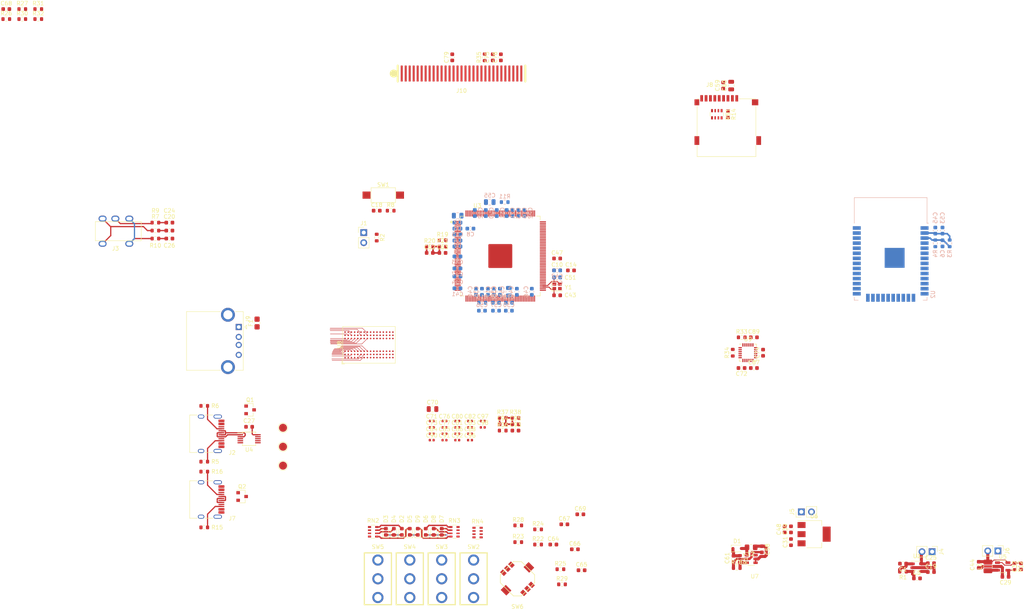
<source format=kicad_pcb>
(kicad_pcb (version 20171130) (host pcbnew "(5.1.12)-1")
  (layers (0 F.Cu signal) (1 GND.Cu power) (2 PWR.Cu power) (31 B.Cu signal) (34 B.Paste user) (35 F.Paste user) (36 B.SilkS user) (37 F.SilkS user) (38 B.Mask user) (39 F.Mask user) (44 Edge.Cuts user))
  (net 0 "")
  (net 1 GND)
  (net 2 VBUS)
  (net 3 +1V2)
  (net 4 /ESP_EN)
  (net 5 +3V3)
  (net 6 /RESET)
  (net 7 "Net-(C28-Pad1)")
  (net 8 "Net-(C32-Pad1)")
  (net 9 +1V5)
  (net 10 /SW_DOWN)
  (net 11 /SW_UP)
  (net 12 /SW_RIGHT)
  (net 13 /SW_CENTER)
  (net 14 /SW_LEFT)
  (net 15 /SW_R2R)
  (net 16 /DDR3_RST)
  (net 17 "Net-(D1-Pad2)")
  (net 18 "Net-(D2-Pad2)")
  (net 19 "Net-(D3-Pad2)")
  (net 20 "Net-(D4-Pad2)")
  (net 21 "Net-(D5-Pad2)")
  (net 22 "Net-(D6-Pad2)")
  (net 23 "Net-(D7-Pad2)")
  (net 24 "Net-(D8-Pad2)")
  (net 25 "Net-(F1-Pad1)")
  (net 26 /TTY_RX)
  (net 27 /TTY_TX)
  (net 28 /OLED_SDIN)
  (net 29 /OLED_SCLK)
  (net 30 /OLED_DC)
  (net 31 /OLED_RES)
  (net 32 /OLED_CS)
  (net 33 /BOOT)
  (net 34 "Net-(L1-Pad1)")
  (net 35 /SD_D1)
  (net 36 /DDR3_BA0)
  (net 37 /DDR3_BA1)
  (net 38 /DDR3_BA2)
  (net 39 /DDR3_CKE)
  (net 40 /DDR3_CAS)
  (net 41 /DDR3_RAS)
  (net 42 "Net-(R24-Pad1)")
  (net 43 /DDR3_WE)
  (net 44 "Net-(R25-Pad1)")
  (net 45 /DDR3_ODT)
  (net 46 /DDR3_A0)
  (net 47 /DDR3_A1)
  (net 48 /DDR3_A2)
  (net 49 /DDR3_A3)
  (net 50 /DDR3_A4)
  (net 51 /DDR3_A5)
  (net 52 /DDR3_A6)
  (net 53 /DDR3_A7)
  (net 54 /DDR3_A8)
  (net 55 /DDR3_A9)
  (net 56 /DDR3_A10)
  (net 57 /DDR3_A11)
  (net 58 /DDR3_A12)
  (net 59 /DDR3_A13)
  (net 60 /DDR3_A14)
  (net 61 /MPU_SCL)
  (net 62 /MPU_SDA)
  (net 63 /SD_D0)
  (net 64 /SD_D3)
  (net 65 /SD_CMD)
  (net 66 /SD_D2)
  (net 67 /LED4)
  (net 68 /LED2)
  (net 69 /LED3)
  (net 70 /LED1)
  (net 71 /LED8)
  (net 72 /LED6)
  (net 73 /LED7)
  (net 74 /LED5)
  (net 75 /ESP_RTS)
  (net 76 /ESP_TX)
  (net 77 /ESP_RX)
  (net 78 /ESP_CTS)
  (net 79 /ESP_DAT1)
  (net 80 /ESP_BOOT)
  (net 81 /ESP_DAT0)
  (net 82 /ESP_CMD)
  (net 83 /ESP_DAT3)
  (net 84 /ESP_DAT2)
  (net 85 /ESP_CLK)
  (net 86 /MPU_INT)
  (net 87 /DDR3_D4)
  (net 88 /DDR3_D6)
  (net 89 /DDR3_D2)
  (net 90 /DDR3_D0)
  (net 91 /DDR3_D11)
  (net 92 /DDR3_D9)
  (net 93 /DDR3_D13)
  (net 94 /DDR3_D15)
  (net 95 /DDR3_DM1)
  (net 96 /DDR3_DM0)
  (net 97 /DDR3_D12)
  (net 98 /DDR3_D8)
  (net 99 /DDR3_D14)
  (net 100 /DDR3_D10)
  (net 101 /DDR3_D1)
  (net 102 /DDR3_D3)
  (net 103 /DDR3_D7)
  (net 104 /DDR3_D5)
  (net 105 /SD_CLK)
  (net 106 +12V)
  (net 107 "Net-(D9-Pad2)")
  (net 108 "Net-(R23-Pad2)")
  (net 109 "Net-(R24-Pad2)")
  (net 110 "Net-(R25-Pad2)")
  (net 111 /USB_DEV_D-)
  (net 112 /USB_DEV_D+)
  (net 113 /USB_HOST_D+)
  (net 114 /USB_HOST_D-)
  (net 115 "Net-(C36-Pad1)")
  (net 116 "Net-(C43-Pad1)")
  (net 117 "Net-(C56-Pad1)")
  (net 118 "Net-(J2-PadA4)")
  (net 119 "Net-(J2-PadB8)")
  (net 120 "Net-(J2-PadA5)")
  (net 121 "Net-(J2-PadA7)")
  (net 122 "Net-(J2-PadA6)")
  (net 123 "Net-(J2-PadA8)")
  (net 124 "Net-(J2-PadB5)")
  (net 125 "Net-(J3-PadS)")
  (net 126 "Net-(J3-PadR)")
  (net 127 "Net-(J3-PadT)")
  (net 128 "Net-(U3-Pad7)")
  (net 129 /DDR3_CK+)
  (net 130 /DDR3_CK-)
  (net 131 /DDR3_DQS0+)
  (net 132 /DDR3_DQS0-)
  (net 133 /DDR3_DQS1+)
  (net 134 /DDR3_DQS1-)
  (net 135 "Net-(C5-Pad1)")
  (net 136 "Net-(C19-Pad1)")
  (net 137 "Net-(C20-Pad1)")
  (net 138 "Net-(C24-Pad1)")
  (net 139 "Net-(C25-Pad1)")
  (net 140 "Net-(C26-Pad1)")
  (net 141 "Net-(C39-Pad1)")
  (net 142 "Net-(C44-Pad1)")
  (net 143 "Net-(C51-Pad1)")
  (net 144 "Net-(C52-Pad1)")
  (net 145 "Net-(C62-Pad2)")
  (net 146 "Net-(C75-Pad1)")
  (net 147 "Net-(C87-Pad1)")
  (net 148 "Net-(C89-Pad1)")
  (net 149 "Net-(C94-Pad2)")
  (net 150 "Net-(J7-PadA4)")
  (net 151 "Net-(J7-PadB8)")
  (net 152 "Net-(J7-PadA5)")
  (net 153 "Net-(J7-PadA8)")
  (net 154 "Net-(J7-PadB5)")
  (net 155 "Net-(J10-Pad29)")
  (net 156 "Net-(J10-Pad28)")
  (net 157 "Net-(J10-Pad27)")
  (net 158 "Net-(J10-Pad26)")
  (net 159 "Net-(J10-Pad25)")
  (net 160 "Net-(J10-Pad24)")
  (net 161 "Net-(J10-Pad23)")
  (net 162 "Net-(J10-Pad22)")
  (net 163 "Net-(J10-Pad18)")
  (net 164 "Net-(J10-Pad10)")
  (net 165 "Net-(J10-Pad4)")
  (net 166 "Net-(R11-Pad2)")
  (net 167 "Net-(R17-Pad2)")
  (net 168 "Net-(R19-Pad1)")
  (net 169 "Net-(R22-Pad2)")
  (net 170 "Net-(R23-Pad1)")
  (net 171 "Net-(R30-Pad1)")
  (net 172 "Net-(R31-Pad1)")
  (net 173 "Net-(R36-Pad1)")
  (net 174 "Net-(U2-Pad37)")
  (net 175 "Net-(U2-Pad33)")
  (net 176 "Net-(U2-Pad32)")
  (net 177 "Net-(U2-Pad30)")
  (net 178 "Net-(U2-Pad29)")
  (net 179 "Net-(U2-Pad28)")
  (net 180 "Net-(U2-Pad27)")
  (net 181 "Net-(U2-Pad22)")
  (net 182 "Net-(U2-Pad21)")
  (net 183 "Net-(U2-Pad20)")
  (net 184 "Net-(U2-Pad19)")
  (net 185 "Net-(U2-Pad18)")
  (net 186 "Net-(U2-Pad17)")
  (net 187 "Net-(U2-Pad12)")
  (net 188 "Net-(U2-Pad11)")
  (net 189 "Net-(U2-Pad10)")
  (net 190 "Net-(U2-Pad9)")
  (net 191 "Net-(U2-Pad8)")
  (net 192 "Net-(U2-Pad7)")
  (net 193 "Net-(U2-Pad6)")
  (net 194 "Net-(U2-Pad5)")
  (net 195 "Net-(U2-Pad4)")
  (net 196 "Net-(U3-Pad84)")
  (net 197 "Net-(U3-Pad85)")
  (net 198 "Net-(U3-Pad87)")
  (net 199 "Net-(U3-Pad88)")
  (net 200 "Net-(U3-Pad133)")
  (net 201 "Net-(U3-Pad134)")
  (net 202 "Net-(U3-Pad135)")
  (net 203 "Net-(U3-Pad136)")
  (net 204 "Net-(U3-Pad137)")
  (net 205 "Net-(U3-Pad138)")
  (net 206 "Net-(U3-Pad139)")
  (net 207 "Net-(U3-Pad140)")
  (net 208 "Net-(U3-Pad141)")
  (net 209 "Net-(U3-Pad143)")
  (net 210 "Net-(U3-Pad144)")
  (net 211 "Net-(U3-Pad145)")
  (net 212 "Net-(U3-Pad146)")
  (net 213 "Net-(U3-Pad147)")
  (net 214 "Net-(U3-Pad148)")
  (net 215 "Net-(U3-Pad89)")
  (net 216 "Net-(U3-Pad90)")
  (net 217 "Net-(U3-Pad99)")
  (net 218 "Net-(U3-Pad114)")
  (net 219 "Net-(U3-Pad115)")
  (net 220 "Net-(U3-Pad116)")
  (net 221 "Net-(U3-Pad117)")
  (net 222 "Net-(U3-Pad118)")
  (net 223 "Net-(U3-Pad119)")
  (net 224 "Net-(U3-Pad120)")
  (net 225 "Net-(U3-Pad121)")
  (net 226 "Net-(U3-Pad122)")
  (net 227 "Net-(U3-Pad123)")
  (net 228 "Net-(U3-Pad124)")
  (net 229 "Net-(U3-Pad125)")
  (net 230 "Net-(U3-Pad126)")
  (net 231 "Net-(U3-Pad127)")
  (net 232 "Net-(U3-Pad128)")
  (net 233 "Net-(U3-Pad129)")
  (net 234 "Net-(U3-Pad130)")
  (net 235 "Net-(U3-Pad131)")
  (net 236 "Net-(U3-Pad132)")
  (net 237 "Net-(U4-Pad6)")
  (net 238 "Net-(U4-Pad5)")
  (net 239 "Net-(U4-Pad4)")
  (net 240 "Net-(U7-Pad6)")
  (net 241 "Net-(U8-PadJ1)")
  (net 242 "Net-(U8-PadJ9)")
  (net 243 "Net-(U8-PadL1)")
  (net 244 "Net-(U8-PadL9)")
  (net 245 "Net-(U8-PadM7)")
  (net 246 "Net-(U9-Pad7)")
  (net 247 "Net-(U9-Pad6)")
  (module yasbc:SSD1309 (layer F.Cu) (at 129.77 32.58)
    (fp_text reference J10 (at 0 4.31) (layer F.SilkS))
    (fp_text value SSD1309)
    (pad 31 smd rect (at 15 0) (size 0.5 4) (layers F.Cu F.Paste F.Mask) (net 1 GND))
    (pad 30 smd rect (at 14 0) (size 0.5 4) (layers F.Cu F.Paste F.Mask) (net 1 GND))
    (pad 29 smd rect (at 13 0) (size 0.5 4) (layers F.Cu F.Paste F.Mask) (net 155 "Net-(J10-Pad29)"))
    (pad 28 smd rect (at 12 0) (size 0.5 4) (layers F.Cu F.Paste F.Mask) (net 156 "Net-(J10-Pad28)"))
    (pad 27 smd rect (at 11 0) (size 0.5 4) (layers F.Cu F.Paste F.Mask) (net 157 "Net-(J10-Pad27)"))
    (pad 26 smd rect (at 10 0) (size 0.5 4) (layers F.Cu F.Paste F.Mask) (net 158 "Net-(J10-Pad26)"))
    (pad 25 smd rect (at 9 0) (size 0.5 4) (layers F.Cu F.Paste F.Mask) (net 159 "Net-(J10-Pad25)"))
    (pad 24 smd rect (at 8 0) (size 0.5 4) (layers F.Cu F.Paste F.Mask) (net 160 "Net-(J10-Pad24)"))
    (pad 23 smd rect (at 7 0) (size 0.5 4) (layers F.Cu F.Paste F.Mask) (net 161 "Net-(J10-Pad23)"))
    (pad 22 smd rect (at 6 0) (size 0.5 4) (layers F.Cu F.Paste F.Mask) (net 162 "Net-(J10-Pad22)"))
    (pad 21 smd rect (at 5 0) (size 0.5 4) (layers F.Cu F.Paste F.Mask) (net 5 +3V3))
    (pad 20 smd rect (at 4 0) (size 0.5 4) (layers F.Cu F.Paste F.Mask) (net 1 GND))
    (pad 19 smd rect (at 3 0) (size 0.5 4) (layers F.Cu F.Paste F.Mask) (net 1 GND))
    (pad 18 smd rect (at 2 0) (size 0.5 4) (layers F.Cu F.Paste F.Mask) (net 163 "Net-(J10-Pad18)"))
    (pad 17 smd rect (at 1 0) (size 0.5 4) (layers F.Cu F.Paste F.Mask) (net 32 /OLED_CS))
    (pad 16 smd rect (at 0 0) (size 0.5 4) (layers F.Cu F.Paste F.Mask) (net 31 /OLED_RES))
    (pad 15 smd rect (at -1 0) (size 0.5 4) (layers F.Cu F.Paste F.Mask) (net 30 /OLED_DC))
    (pad 14 smd rect (at -2 0) (size 0.5 4) (layers F.Cu F.Paste F.Mask) (net 1 GND))
    (pad 13 smd rect (at -3 0) (size 0.5 4) (layers F.Cu F.Paste F.Mask) (net 1 GND))
    (pad 12 smd rect (at -4 0) (size 0.5 4) (layers F.Cu F.Paste F.Mask) (net 29 /OLED_SCLK))
    (pad 11 smd rect (at -5 0) (size 0.5 4) (layers F.Cu F.Paste F.Mask) (net 28 /OLED_SDIN))
    (pad 10 smd rect (at -6 0) (size 0.5 4) (layers F.Cu F.Paste F.Mask) (net 164 "Net-(J10-Pad10)"))
    (pad 9 smd rect (at -7 0) (size 0.5 4) (layers F.Cu F.Paste F.Mask) (net 1 GND))
    (pad 8 smd rect (at -8 0) (size 0.5 4) (layers F.Cu F.Paste F.Mask) (net 1 GND))
    (pad 7 smd rect (at -9 0) (size 0.5 4) (layers F.Cu F.Paste F.Mask) (net 1 GND))
    (pad 6 smd rect (at -10 0) (size 0.5 4) (layers F.Cu F.Paste F.Mask) (net 1 GND))
    (pad 5 smd rect (at -11 0) (size 0.5 4) (layers F.Cu F.Paste F.Mask) (net 1 GND))
    (pad 4 smd rect (at -12 0) (size 0.5 4) (layers F.Cu F.Paste F.Mask) (net 165 "Net-(J10-Pad4)"))
    (pad 3 smd rect (at -13 0) (size 0.5 4) (layers F.Cu F.Paste F.Mask) (net 146 "Net-(C75-Pad1)"))
    (pad 2 smd rect (at -14 0) (size 0.5 4) (layers F.Cu F.Paste F.Mask) (net 106 +12V))
    (pad 1 smd rect (at -15 0) (size 0.5 4) (layers F.Cu F.Paste F.Mask) (net 1 GND))
  )
  (module Resistor_SMD:R_0603_1608Metric (layer F.Cu) (at 23.62 18.91)
    (fp_text reference R32 (at 0 -1.43) (layer F.SilkS))
    (fp_text value 47K)
    (pad 2 smd roundrect (at 0.825 0) (size 0.8 0.95) (layers F.Cu F.Paste F.Mask) (net 1 GND))
    (pad 1 smd roundrect (at -0.825 0) (size 0.8 0.95) (layers F.Cu F.Paste F.Mask) (net 14 /SW_LEFT))
  )
  (module Resistor_SMD:R_0603_1608Metric (layer F.Cu) (at 23.62 16.4)
    (fp_text reference R31 (at 0 -1.43) (layer F.SilkS))
    (fp_text value 100)
    (pad 2 smd roundrect (at 0.825 0) (size 0.8 0.95) (layers F.Cu F.Paste F.Mask) (net 26 /TTY_RX))
    (pad 1 smd roundrect (at -0.825 0) (size 0.8 0.95) (layers F.Cu F.Paste F.Mask) (net 172 "Net-(R31-Pad1)"))
  )
  (module Resistor_SMD:R_0603_1608Metric (layer F.Cu) (at 19.61 18.91)
    (fp_text reference R30 (at 0 -1.43) (layer F.SilkS))
    (fp_text value 100)
    (pad 2 smd roundrect (at 0.825 0) (size 0.8 0.95) (layers F.Cu F.Paste F.Mask) (net 27 /TTY_TX))
    (pad 1 smd roundrect (at -0.825 0) (size 0.8 0.95) (layers F.Cu F.Paste F.Mask) (net 171 "Net-(R30-Pad1)"))
  )
  (module Resistor_SMD:R_0603_1608Metric (layer F.Cu) (at 19.61 16.4)
    (fp_text reference R27 (at 0 -1.43) (layer F.SilkS))
    (fp_text value 5.1K)
    (pad 2 smd roundrect (at 0.825 0) (size 0.8 0.95) (layers F.Cu F.Paste F.Mask) (net 170 "Net-(R23-Pad1)"))
    (pad 1 smd roundrect (at -0.825 0) (size 0.8 0.95) (layers F.Cu F.Paste F.Mask) (net 42 "Net-(R24-Pad1)"))
  )
  (module Resistor_SMD:R_0603_1608Metric (layer F.Cu) (at 15.6 18.91)
    (fp_text reference R26 (at 0 -1.43) (layer F.SilkS))
    (fp_text value 5.1K)
    (pad 2 smd roundrect (at 0.825 0) (size 0.8 0.95) (layers F.Cu F.Paste F.Mask) (net 15 /SW_R2R))
    (pad 1 smd roundrect (at -0.825 0) (size 0.8 0.95) (layers F.Cu F.Paste F.Mask) (net 170 "Net-(R23-Pad1)"))
  )
  (module Capacitor_SMD:C_0603_1608Metric (layer F.Cu) (at 15.6 16.4)
    (fp_text reference C68 (at 0 -1.43) (layer F.SilkS))
    (fp_text value 10u)
    (pad 2 smd roundrect (at 0.775 0) (size 0.9 0.95) (layers F.Cu F.Paste F.Mask) (net 1 GND))
    (pad 1 smd roundrect (at -0.775 0) (size 0.9 0.95) (layers F.Cu F.Paste F.Mask) (net 13 /SW_CENTER))
  )
  (module Resistor_SMD:R_0603_1608Metric (layer F.Cu) (at 199.6 154.4 270)
    (fp_text reference R17 (at 0 -1.43 90) (layer F.SilkS))
    (fp_text value 200K)
    (pad 2 smd roundrect (at 0.825 0 270) (size 0.8 0.95) (layers F.Cu F.Paste F.Mask) (net 167 "Net-(R17-Pad2)"))
    (pad 1 smd roundrect (at -0.825 0 270) (size 0.8 0.95) (layers F.Cu F.Paste F.Mask) (net 106 +12V))
  )
  (module Diode_SMD:D_SOD-323 (layer F.Cu) (at 198.9 151.8)
    (fp_text reference D1 (at 0 -1.85) (layer F.SilkS))
    (fp_text value D_Schottky)
    (pad 2 smd rect (at 1.05 0) (size 0.6 0.45) (layers F.Cu F.Paste F.Mask) (net 17 "Net-(D1-Pad2)"))
    (pad 1 smd rect (at -1.05 0) (size 0.6 0.45) (layers F.Cu F.Paste F.Mask) (net 106 +12V))
  )
  (module Inductor_SMD:L_0805_2012Metric_Pad1.15x1.40mm_HandSolder (layer F.Cu) (at 202.4 151.5 180)
    (fp_text reference L2 (at 0 -1.65) (layer F.SilkS))
    (fp_text value 4.7u)
    (pad 2 smd roundrect (at 1.025 0 180) (size 1.15 1.4) (layers F.Cu F.Paste F.Mask) (roundrect_rratio 0.217391) (net 17 "Net-(D1-Pad2)"))
    (pad 1 smd roundrect (at -1.025 0 180) (size 1.15 1.4) (layers F.Cu F.Paste F.Mask) (roundrect_rratio 0.217391) (net 2 VBUS))
  )
  (module Package_TO_SOT_SMD:SOT-23-6 (layer F.Cu) (at 202.42 154.42)
    (fp_text reference U7 (at 0.88 4.38) (layer F.SilkS))
    (fp_text value MT3608)
    (pad 5 smd rect (at 1.1 0) (size 1.06 0.65) (layers F.Cu F.Paste F.Mask) (net 2 VBUS))
    (pad 6 smd rect (at 1.1 -0.95) (size 1.06 0.65) (layers F.Cu F.Paste F.Mask) (net 240 "Net-(U7-Pad6)"))
    (pad 4 smd rect (at 1.1 0.95) (size 1.06 0.65) (layers F.Cu F.Paste F.Mask) (net 2 VBUS))
    (pad 3 smd rect (at -1.1 0.95) (size 1.06 0.65) (layers F.Cu F.Paste F.Mask) (net 167 "Net-(R17-Pad2)"))
    (pad 2 smd rect (at -1.1 0) (size 1.06 0.65) (layers F.Cu F.Paste F.Mask) (net 1 GND))
    (pad 1 smd rect (at -1.1 -0.95) (size 1.06 0.65) (layers F.Cu F.Paste F.Mask) (net 17 "Net-(D1-Pad2)"))
  )
  (module Resistor_SMD:R_0603_1608Metric (layer F.Cu) (at 198.8 156.7)
    (fp_text reference R18 (at 0 -1.43) (layer F.SilkS))
    (fp_text value 10K)
    (pad 2 smd roundrect (at 0.825 0) (size 0.8 0.95) (layers F.Cu F.Paste F.Mask) (net 167 "Net-(R17-Pad2)"))
    (pad 1 smd roundrect (at -0.825 0) (size 0.8 0.95) (layers F.Cu F.Paste F.Mask) (net 1 GND))
  )
  (module Inductor_SMD:L_1008_2520Metric (layer F.Cu) (at 261.8 156.3 90)
    (fp_text reference L1 (at 0 -2.05 90) (layer F.SilkS))
    (fp_text value 4.7u)
    (pad 2 smd roundrect (at 1.075 0 90) (size 1.25 2.2) (layers F.Cu F.Paste F.Mask) (roundrect_rratio 0.2) (net 142 "Net-(C44-Pad1)"))
    (pad 1 smd roundrect (at -1.075 0 90) (size 1.25 2.2) (layers F.Cu F.Paste F.Mask) (roundrect_rratio 0.2) (net 34 "Net-(L1-Pad1)"))
  )
  (module Capacitor_SMD:C_0603_1608Metric (layer F.Cu) (at 198 154.4 270)
    (fp_text reference C61 (at -0.2 1.6 90) (layer F.SilkS))
    (fp_text value 10u)
    (pad 2 smd roundrect (at 0.775 0 270) (size 0.9 0.95) (layers F.Cu F.Paste F.Mask) (net 1 GND))
    (pad 1 smd roundrect (at -0.775 0 270) (size 0.9 0.95) (layers F.Cu F.Paste F.Mask) (net 106 +12V))
  )
  (module Capacitor_SMD:C_0603_1608Metric (layer F.Cu) (at 205.1 152 270)
    (fp_text reference C58 (at 0 -1.43 90) (layer F.SilkS))
    (fp_text value 10u)
    (pad 2 smd roundrect (at 0.775 0 270) (size 0.9 0.95) (layers F.Cu F.Paste F.Mask) (net 1 GND))
    (pad 1 smd roundrect (at -0.775 0 270) (size 0.9 0.95) (layers F.Cu F.Paste F.Mask) (net 2 VBUS))
  )
  (module Capacitor_SMD:C_0603_1608Metric (layer F.Cu) (at 143.3 122.2)
    (fp_text reference C93 (at 0 -1.43) (layer F.SilkS))
    (fp_text value 0.1u)
    (pad 2 smd roundrect (at 0.775 0) (size 0.9 0.95) (layers F.Cu F.Paste F.Mask) (net 1 GND))
    (pad 1 smd roundrect (at -0.775 0) (size 0.9 0.95) (layers F.Cu F.Paste F.Mask) (net 16 /DDR3_RST))
  )
  (module Capacitor_SMD:C_0402_1005Metric (layer F.Cu) (at 122.3 121.4)
    (fp_text reference C73 (at 0 -1.16) (layer F.SilkS))
    (fp_text value 0.1u)
    (pad 2 smd roundrect (at 0.48 0) (size 0.56 0.62) (layers F.Cu F.Paste F.Mask) (net 1 GND))
    (pad 1 smd roundrect (at -0.48 0) (size 0.56 0.62) (layers F.Cu F.Paste F.Mask) (net 9 +1V5))
  )
  (module Capacitor_SMD:C_0402_1005Metric (layer F.Cu) (at 125.5 123)
    (fp_text reference C85 (at 0 -1.16) (layer F.SilkS))
    (fp_text value 0.1u)
    (pad 2 smd roundrect (at 0.48 0) (size 0.56 0.62) (layers F.Cu F.Paste F.Mask) (net 1 GND))
    (pad 1 smd roundrect (at -0.48 0) (size 0.56 0.62) (layers F.Cu F.Paste F.Mask) (net 9 +1V5))
  )
  (module Capacitor_SMD:C_0402_1005Metric (layer F.Cu) (at 122.3 123)
    (fp_text reference C84 (at 0 -1.16) (layer F.SilkS))
    (fp_text value 0.1u)
    (pad 2 smd roundrect (at 0.48 0) (size 0.56 0.62) (layers F.Cu F.Paste F.Mask) (net 1 GND))
    (pad 1 smd roundrect (at -0.48 0) (size 0.56 0.62) (layers F.Cu F.Paste F.Mask) (net 9 +1V5))
  )
  (module Capacitor_SMD:C_0402_1005Metric (layer F.Cu) (at 131.9 121.4)
    (fp_text reference C83 (at 0 -1.16) (layer F.SilkS))
    (fp_text value 0.1u)
    (pad 2 smd roundrect (at 0.48 0) (size 0.56 0.62) (layers F.Cu F.Paste F.Mask) (net 1 GND))
    (pad 1 smd roundrect (at -0.48 0) (size 0.56 0.62) (layers F.Cu F.Paste F.Mask) (net 9 +1V5))
  )
  (module Capacitor_SMD:C_0402_1005Metric (layer F.Cu) (at 131.9 119.8)
    (fp_text reference C82 (at 0 -1.16) (layer F.SilkS))
    (fp_text value 0.1u)
    (pad 2 smd roundrect (at 0.48 0) (size 0.56 0.62) (layers F.Cu F.Paste F.Mask) (net 1 GND))
    (pad 1 smd roundrect (at -0.48 0) (size 0.56 0.62) (layers F.Cu F.Paste F.Mask) (net 9 +1V5))
  )
  (module Capacitor_SMD:C_0402_1005Metric (layer F.Cu) (at 128.7 121.4)
    (fp_text reference C81 (at 0 -1.16) (layer F.SilkS))
    (fp_text value 0.1u)
    (pad 2 smd roundrect (at 0.48 0) (size 0.56 0.62) (layers F.Cu F.Paste F.Mask) (net 1 GND))
    (pad 1 smd roundrect (at -0.48 0) (size 0.56 0.62) (layers F.Cu F.Paste F.Mask) (net 9 +1V5))
  )
  (module Capacitor_SMD:C_0402_1005Metric (layer F.Cu) (at 128.7 119.8)
    (fp_text reference C80 (at 0 -1.16) (layer F.SilkS))
    (fp_text value 0.1u)
    (pad 2 smd roundrect (at 0.48 0) (size 0.56 0.62) (layers F.Cu F.Paste F.Mask) (net 1 GND))
    (pad 1 smd roundrect (at -0.48 0) (size 0.56 0.62) (layers F.Cu F.Paste F.Mask) (net 9 +1V5))
  )
  (module Capacitor_SMD:C_0402_1005Metric (layer F.Cu) (at 125.5 121.4)
    (fp_text reference C77 (at 0 -1.16) (layer F.SilkS))
    (fp_text value 0.1u)
    (pad 2 smd roundrect (at 0.48 0) (size 0.56 0.62) (layers F.Cu F.Paste F.Mask) (net 1 GND))
    (pad 1 smd roundrect (at -0.48 0) (size 0.56 0.62) (layers F.Cu F.Paste F.Mask) (net 9 +1V5))
  )
  (module Capacitor_SMD:C_0402_1005Metric (layer F.Cu) (at 125.5 119.8)
    (fp_text reference C76 (at 0 -1.16) (layer F.SilkS))
    (fp_text value 0.1u)
    (pad 2 smd roundrect (at 0.48 0) (size 0.56 0.62) (layers F.Cu F.Paste F.Mask) (net 1 GND))
    (pad 1 smd roundrect (at -0.48 0) (size 0.56 0.62) (layers F.Cu F.Paste F.Mask) (net 9 +1V5))
  )
  (module Capacitor_SMD:C_0402_1005Metric (layer F.Cu) (at 135.1 119.8)
    (fp_text reference C97 (at 0 -1.16) (layer F.SilkS))
    (fp_text value 0.1u)
    (pad 2 smd roundrect (at 0.48 0) (size 0.56 0.62) (layers F.Cu F.Paste F.Mask) (net 1 GND))
    (pad 1 smd roundrect (at -0.48 0) (size 0.56 0.62) (layers F.Cu F.Paste F.Mask) (net 9 +1V5))
  )
  (module Capacitor_SMD:C_0402_1005Metric (layer F.Cu) (at 131.9 124.6)
    (fp_text reference C96 (at 0 -1.16) (layer F.SilkS))
    (fp_text value 0.1u)
    (pad 2 smd roundrect (at 0.48 0) (size 0.56 0.62) (layers F.Cu F.Paste F.Mask) (net 1 GND))
    (pad 1 smd roundrect (at -0.48 0) (size 0.56 0.62) (layers F.Cu F.Paste F.Mask) (net 9 +1V5))
  )
  (module Capacitor_SMD:C_0402_1005Metric (layer F.Cu) (at 128.7 124.6)
    (fp_text reference C92 (at 0 -1.16) (layer F.SilkS))
    (fp_text value 0.1u)
    (pad 2 smd roundrect (at 0.48 0) (size 0.56 0.62) (layers F.Cu F.Paste F.Mask) (net 1 GND))
    (pad 1 smd roundrect (at -0.48 0) (size 0.56 0.62) (layers F.Cu F.Paste F.Mask) (net 9 +1V5))
  )
  (module Capacitor_SMD:C_0402_1005Metric (layer F.Cu) (at 125.5 124.6)
    (fp_text reference C91 (at 0 -1.16) (layer F.SilkS))
    (fp_text value 0.1u)
    (pad 2 smd roundrect (at 0.48 0) (size 0.56 0.62) (layers F.Cu F.Paste F.Mask) (net 1 GND))
    (pad 1 smd roundrect (at -0.48 0) (size 0.56 0.62) (layers F.Cu F.Paste F.Mask) (net 9 +1V5))
  )
  (module Capacitor_SMD:C_0402_1005Metric (layer F.Cu) (at 122.3 124.6)
    (fp_text reference C90 (at 0 -1.16) (layer F.SilkS))
    (fp_text value 0.1u)
    (pad 2 smd roundrect (at 0.48 0) (size 0.56 0.62) (layers F.Cu F.Paste F.Mask) (net 1 GND))
    (pad 1 smd roundrect (at -0.48 0) (size 0.56 0.62) (layers F.Cu F.Paste F.Mask) (net 9 +1V5))
  )
  (module Capacitor_SMD:C_0402_1005Metric (layer F.Cu) (at 131.9 123)
    (fp_text reference C88 (at 0 -1.16) (layer F.SilkS))
    (fp_text value 0.1u)
    (pad 2 smd roundrect (at 0.48 0) (size 0.56 0.62) (layers F.Cu F.Paste F.Mask) (net 1 GND))
    (pad 1 smd roundrect (at -0.48 0) (size 0.56 0.62) (layers F.Cu F.Paste F.Mask) (net 9 +1V5))
  )
  (module Capacitor_SMD:C_0402_1005Metric (layer F.Cu) (at 128.7 123)
    (fp_text reference C86 (at 0 -1.16) (layer F.SilkS))
    (fp_text value 0.1u)
    (pad 2 smd roundrect (at 0.48 0) (size 0.56 0.62) (layers F.Cu F.Paste F.Mask) (net 1 GND))
    (pad 1 smd roundrect (at -0.48 0) (size 0.56 0.62) (layers F.Cu F.Paste F.Mask) (net 9 +1V5))
  )
  (module Capacitor_SMD:C_0402_1005Metric (layer F.Cu) (at 122.3 119.8)
    (fp_text reference C71 (at 0 -1.16) (layer F.SilkS))
    (fp_text value 0.1u)
    (pad 2 smd roundrect (at 0.48 0) (size 0.56 0.62) (layers F.Cu F.Paste F.Mask) (net 1 GND))
    (pad 1 smd roundrect (at -0.48 0) (size 0.56 0.62) (layers F.Cu F.Paste F.Mask) (net 9 +1V5))
  )
  (module Capacitor_SMD:C_0402_1005Metric (layer F.Cu) (at 135.1 121.4)
    (fp_text reference C98 (at 0 -1.16) (layer F.SilkS))
    (fp_text value 0.1u)
    (pad 2 smd roundrect (at 0.48 0) (size 0.56 0.62) (layers F.Cu F.Paste F.Mask) (net 1 GND))
    (pad 1 smd roundrect (at -0.48 0) (size 0.56 0.62) (layers F.Cu F.Paste F.Mask) (net 9 +1V5))
  )
  (module TestPoint:TestPoint_Pad_D2.0mm (layer F.Cu) (at 85 131)
    (fp_text reference TP3 hide)
    (fp_text value GND)
    (pad 1 smd circle (at 0 0) (size 2 2) (layers F.Cu F.Mask) (net 1 GND))
  )
  (module TestPoint:TestPoint_Pad_D2.0mm (layer F.Cu) (at 85 121.5)
    (fp_text reference TP1 hide)
    (fp_text value TX)
    (pad 1 smd circle (at 0 0) (size 2 2) (layers F.Cu F.Mask) (net 27 /TTY_TX))
  )
  (module TestPoint:TestPoint_Pad_D2.0mm (layer F.Cu) (at 85 126.25)
    (fp_text reference TP2 hide)
    (fp_text value RX)
    (pad 1 smd circle (at 0 0) (size 2 2) (layers F.Cu F.Mask) (net 26 /TTY_RX))
  )
  (module Connector_USB:USB_C_Receptacle_HRO_TYPE-C-31-M-12 (layer F.Cu) (at 65.5 123 270)
    (fp_text reference J2 (at 4.75 -6.75 180) (layer F.SilkS))
    (fp_text value "USB TTY")
    (pad B1 smd rect (at 3.25 -4.045 270) (size 0.6 1.45) (layers F.Cu F.Paste F.Mask) (net 1 GND))
    (pad A9 smd rect (at 2.45 -4.045 270) (size 0.6 1.45) (layers F.Cu F.Paste F.Mask) (net 118 "Net-(J2-PadA4)"))
    (pad B9 smd rect (at -2.45 -4.045 270) (size 0.6 1.45) (layers F.Cu F.Paste F.Mask) (net 118 "Net-(J2-PadA4)"))
    (pad B12 smd rect (at -3.25 -4.045 270) (size 0.6 1.45) (layers F.Cu F.Paste F.Mask) (net 1 GND))
    (pad A1 smd rect (at -3.25 -4.045 270) (size 0.6 1.45) (layers F.Cu F.Paste F.Mask) (net 1 GND))
    (pad A4 smd rect (at -2.45 -4.045 270) (size 0.6 1.45) (layers F.Cu F.Paste F.Mask) (net 118 "Net-(J2-PadA4)"))
    (pad B4 smd rect (at 2.45 -4.045 270) (size 0.6 1.45) (layers F.Cu F.Paste F.Mask) (net 118 "Net-(J2-PadA4)"))
    (pad A12 smd rect (at 3.25 -4.045 270) (size 0.6 1.45) (layers F.Cu F.Paste F.Mask) (net 1 GND))
    (pad B8 smd rect (at -1.75 -4.045 270) (size 0.3 1.45) (layers F.Cu F.Paste F.Mask) (net 119 "Net-(J2-PadB8)"))
    (pad A5 smd rect (at -1.25 -4.045 270) (size 0.3 1.45) (layers F.Cu F.Paste F.Mask) (net 120 "Net-(J2-PadA5)"))
    (pad B7 smd rect (at -0.75 -4.045 270) (size 0.3 1.45) (layers F.Cu F.Paste F.Mask) (net 121 "Net-(J2-PadA7)"))
    (pad A7 smd rect (at 0.25 -4.045 270) (size 0.3 1.45) (layers F.Cu F.Paste F.Mask) (net 121 "Net-(J2-PadA7)"))
    (pad B6 smd rect (at 0.75 -4.045 270) (size 0.3 1.45) (layers F.Cu F.Paste F.Mask) (net 122 "Net-(J2-PadA6)"))
    (pad A8 smd rect (at 1.25 -4.045 270) (size 0.3 1.45) (layers F.Cu F.Paste F.Mask) (net 123 "Net-(J2-PadA8)"))
    (pad B5 smd rect (at 1.75 -4.045 270) (size 0.3 1.45) (layers F.Cu F.Paste F.Mask) (net 124 "Net-(J2-PadB5)"))
    (pad A6 smd rect (at -0.25 -4.045 270) (size 0.3 1.45) (layers F.Cu F.Paste F.Mask) (net 122 "Net-(J2-PadA6)"))
    (pad S1 thru_hole oval (at 4.32 -3.13 270) (size 1 2.1) (drill oval 0.6 1.7) (layers *.Cu *.Mask) (net 1 GND))
    (pad S1 thru_hole oval (at -4.32 -3.13 270) (size 1 2.1) (drill oval 0.6 1.7) (layers *.Cu *.Mask) (net 1 GND))
    (pad "" np_thru_hole circle (at -2.89 -2.6 270) (size 0.65 0.65) (drill 0.65) (layers *.Cu *.Mask))
    (pad S1 thru_hole oval (at -4.32 1.05 270) (size 1 1.6) (drill oval 0.6 1.2) (layers *.Cu *.Mask) (net 1 GND))
    (pad "" np_thru_hole circle (at 2.89 -2.6 270) (size 0.65 0.65) (drill 0.65) (layers *.Cu *.Mask))
    (pad S1 thru_hole oval (at 4.32 1.05 270) (size 1 1.6) (drill oval 0.6 1.2) (layers *.Cu *.Mask) (net 1 GND))
  )
  (module Resistor_SMD:R_Array_Convex_4x0603 (layer F.Cu) (at 107.6 147.6)
    (fp_text reference RN2 (at 0 -2.8) (layer F.SilkS))
    (fp_text value 1K)
    (pad 5 smd rect (at 0.9 1.2) (size 0.8 0.5) (layers F.Cu F.Paste F.Mask) (net 21 "Net-(D5-Pad2)"))
    (pad 6 smd rect (at 0.9 0.4) (size 0.8 0.4) (layers F.Cu F.Paste F.Mask) (net 20 "Net-(D4-Pad2)"))
    (pad 8 smd rect (at 0.9 -1.2) (size 0.8 0.5) (layers F.Cu F.Paste F.Mask) (net 18 "Net-(D2-Pad2)"))
    (pad 7 smd rect (at 0.9 -0.4) (size 0.8 0.4) (layers F.Cu F.Paste F.Mask) (net 19 "Net-(D3-Pad2)"))
    (pad 4 smd rect (at -0.9 1.2) (size 0.8 0.5) (layers F.Cu F.Paste F.Mask) (net 67 /LED4))
    (pad 2 smd rect (at -0.9 -0.4) (size 0.8 0.4) (layers F.Cu F.Paste F.Mask) (net 70 /LED1))
    (pad 3 smd rect (at -0.9 0.4) (size 0.8 0.4) (layers F.Cu F.Paste F.Mask) (net 68 /LED2))
    (pad 1 smd rect (at -0.9 -1.2) (size 0.8 0.5) (layers F.Cu F.Paste F.Mask) (net 69 /LED3))
  )
  (module yasbc:SS-12D10 (layer F.Cu) (at 132.8 159.4 270)
    (fp_text reference SW2 (at -8 0 180) (layer F.SilkS))
    (fp_text value SW_SPDT)
    (pad 3 thru_hole circle (at 4.7 0 270) (size 2.8 2.8) (drill 1.8) (layers *.Cu *.Mask) (net 1 GND))
    (pad 2 thru_hole circle (at 0 0 270) (size 2.8 2.8) (drill 1.8) (layers *.Cu *.Mask) (net 169 "Net-(R22-Pad2)"))
    (pad 1 thru_hole circle (at -4.7 0 270) (size 2.8 2.8) (drill 1.8) (layers *.Cu *.Mask) (net 5 +3V3))
  )
  (module yasbc:SS-12D10 (layer F.Cu) (at 124.8 159.4 270)
    (fp_text reference SW3 (at -8 0 180) (layer F.SilkS))
    (fp_text value SW_SPDT)
    (pad 3 thru_hole circle (at 4.7 0 270) (size 2.8 2.8) (drill 1.8) (layers *.Cu *.Mask) (net 1 GND))
    (pad 2 thru_hole circle (at 0 0 270) (size 2.8 2.8) (drill 1.8) (layers *.Cu *.Mask) (net 108 "Net-(R23-Pad2)"))
    (pad 1 thru_hole circle (at -4.7 0 270) (size 2.8 2.8) (drill 1.8) (layers *.Cu *.Mask) (net 5 +3V3))
  )
  (module yasbc:SS-12D10 (layer F.Cu) (at 116.8 159.4 270)
    (fp_text reference SW4 (at -8 0 180) (layer F.SilkS))
    (fp_text value SW_SPDT)
    (pad 3 thru_hole circle (at 4.7 0 270) (size 2.8 2.8) (drill 1.8) (layers *.Cu *.Mask) (net 1 GND))
    (pad 2 thru_hole circle (at 0 0 270) (size 2.8 2.8) (drill 1.8) (layers *.Cu *.Mask) (net 109 "Net-(R24-Pad2)"))
    (pad 1 thru_hole circle (at -4.7 0 270) (size 2.8 2.8) (drill 1.8) (layers *.Cu *.Mask) (net 5 +3V3))
  )
  (module yasbc:SS-12D10 (layer F.Cu) (at 108.8 159.4 270)
    (fp_text reference SW5 (at -8 0 180) (layer F.SilkS))
    (fp_text value SW_SPDT)
    (pad 3 thru_hole circle (at 4.7 0 270) (size 2.8 2.8) (drill 1.8) (layers *.Cu *.Mask) (net 1 GND))
    (pad 2 thru_hole circle (at 0 0 270) (size 2.8 2.8) (drill 1.8) (layers *.Cu *.Mask) (net 110 "Net-(R25-Pad2)"))
    (pad 1 thru_hole circle (at -4.7 0 270) (size 2.8 2.8) (drill 1.8) (layers *.Cu *.Mask) (net 5 +3V3))
  )
  (module yasbc:Switches_ALPS-SKRHAAE010 (layer F.Cu) (at 143.8 159.4 315)
    (fp_text reference SW6 (at 4.949747 4.949747) (layer F.SilkS))
    (fp_text value SW_5WAY)
    (pad "" np_thru_hole circle (at 0 1.9 315) (size 1.05 1.05) (drill 1.05) (layers *.Cu *.Mask))
    (pad "" np_thru_hole circle (at 0 -1.9 315) (size 0.75 0.75) (drill 0.75) (layers *.Cu *.Mask))
    (pad "" smd rect (at 0 4.05 315) (size 2 1.8) (layers F.Cu F.Paste F.Mask))
    (pad "" smd rect (at 0 -4.05 315) (size 2 1.8) (layers F.Cu F.Paste F.Mask))
    (pad 6 smd rect (at 3.575 1.425 315) (size 1.35 1) (layers F.Cu F.Paste F.Mask) (net 10 /SW_DOWN))
    (pad 5 smd rect (at 3.575 0 315) (size 1.35 1) (layers F.Cu F.Paste F.Mask) (net 5 +3V3))
    (pad 4 smd rect (at 3.575 -1.425 315) (size 1.35 1) (layers F.Cu F.Paste F.Mask) (net 12 /SW_RIGHT))
    (pad 3 smd rect (at -3.575 1.425 315) (size 1.35 1) (layers F.Cu F.Paste F.Mask) (net 14 /SW_LEFT))
    (pad 2 smd rect (at -3.575 0 315) (size 1.35 1) (layers F.Cu F.Paste F.Mask) (net 13 /SW_CENTER))
    (pad 1 smd rect (at -3.575 -1.425 315) (size 1.35 1) (layers F.Cu F.Paste F.Mask) (net 11 /SW_UP))
  )
  (module yasbc:HYP-1TS002B-2500-4300-CT (layer F.Cu) (at 110.15 63.1)
    (fp_text reference SW1 (at 0 -2.6) (layer F.SilkS))
    (fp_text value RESET)
    (pad 1 smd rect (at -4.2 0) (size 2 1.8) (layers F.Cu F.Paste F.Mask) (net 1 GND))
    (pad 2 smd rect (at 4.2 0) (size 2 1.8) (layers F.Cu F.Paste F.Mask) (net 6 /RESET))
  )
  (module Connector_USB:USB_A_CONNFLY_DS1095-WNR0 (layer F.Cu) (at 73.9 96.2 270)
    (fp_text reference J9 (at -1.95 -2.35 90) (layer F.SilkS))
    (fp_text value "USB HOST")
    (pad 4 thru_hole circle (at 7 0 270) (size 1.524 1.524) (drill 0.92) (layers *.Cu *.Mask) (net 1 GND))
    (pad 3 thru_hole circle (at 4.5 0 270) (size 1.524 1.524) (drill 0.92) (layers *.Cu *.Mask) (net 113 /USB_HOST_D+))
    (pad 2 thru_hole circle (at 2.5 0 270) (size 1.524 1.524) (drill 0.92) (layers *.Cu *.Mask) (net 114 /USB_HOST_D-))
    (pad 1 thru_hole rect (at 0 0 270) (size 1.524 1.524) (drill 0.92) (layers *.Cu *.Mask) (net 25 "Net-(F1-Pad1)"))
    (pad 5 thru_hole circle (at -3.07 2.71 270) (size 3.5 3.5) (drill 2.3) (layers *.Cu *.Mask) (net 1 GND))
    (pad 5 thru_hole circle (at 10.07 2.71 270) (size 3.5 3.5) (drill 2.3) (layers *.Cu *.Mask) (net 1 GND))
  )
  (module Package_TO_SOT_SMD:TSOT-23-5 (layer F.Cu) (at 265.5 156.3)
    (fp_text reference U5 (at 0 -2.45) (layer F.SilkS))
    (fp_text value TD6810)
    (pad 5 smd rect (at 1.31 -0.95) (size 1.22 0.65) (layers F.Cu F.Paste F.Mask) (net 142 "Net-(C44-Pad1)"))
    (pad 4 smd rect (at 1.31 0.95) (size 1.22 0.65) (layers F.Cu F.Paste F.Mask) (net 2 VBUS))
    (pad 3 smd rect (at -1.31 0.95) (size 1.22 0.65) (layers F.Cu F.Paste F.Mask) (net 34 "Net-(L1-Pad1)"))
    (pad 2 smd rect (at -1.31 0) (size 1.22 0.65) (layers F.Cu F.Paste F.Mask) (net 1 GND))
    (pad 1 smd rect (at -1.31 -0.95) (size 1.22 0.65) (layers F.Cu F.Paste F.Mask) (net 8 "Net-(C32-Pad1)"))
  )
  (module Capacitor_SMD:C_0603_1608Metric (layer F.Cu) (at 153.75 88.25)
    (fp_text reference C43 (at 3.318 -0.042) (layer F.SilkS))
    (fp_text value 22p)
    (pad 2 smd roundrect (at 0.775 0) (size 0.9 0.95) (layers F.Cu F.Paste F.Mask) (net 1 GND))
    (pad 1 smd roundrect (at -0.775 0) (size 0.9 0.95) (layers F.Cu F.Paste F.Mask) (net 116 "Net-(C43-Pad1)"))
  )
  (module yasbc:microSD (layer F.Cu) (at 191.6 49.8)
    (fp_text reference J8 (at 0.4 -14.4) (layer F.SilkS))
    (fp_text value Micro_SD_Card)
    (pad 9 smd rect (at -2.8 -0.4) (size 1.2 2.2) (layers F.Cu F.Paste F.Mask) (net 1 GND))
    (pad 9 smd rect (at 12.7 -0.4) (size 1.2 2.2) (layers F.Cu F.Paste F.Mask) (net 1 GND))
    (pad "" np_thru_hole circle (at 8 0) (size 1.1 1.1) (drill 1.1) (layers *.Cu *.Mask))
    (pad "" np_thru_hole circle (at 0 0) (size 1.1 1.1) (drill 1.1) (layers *.Cu *.Mask))
    (pad 9 smd rect (at -2.8 -10) (size 1.2 1.5) (layers F.Cu F.Paste F.Mask) (net 1 GND))
    (pad 9 smd rect (at 11.8 -10) (size 1.6 1.5) (layers F.Cu F.Paste F.Mask) (net 1 GND))
    (pad 1 smd rect (at 7.2 -11) (size 0.7 1.6) (layers F.Cu F.Paste F.Mask) (net 66 /SD_D2))
    (pad 2 smd rect (at 6.1 -11) (size 0.7 1.6) (layers F.Cu F.Paste F.Mask) (net 64 /SD_D3))
    (pad 3 smd rect (at 5 -11) (size 0.7 1.6) (layers F.Cu F.Paste F.Mask) (net 65 /SD_CMD))
    (pad 4 smd rect (at 3.9 -11) (size 0.7 1.6) (layers F.Cu F.Paste F.Mask) (net 5 +3V3))
    (pad 5 smd rect (at 2.8 -11) (size 0.7 1.6) (layers F.Cu F.Paste F.Mask) (net 105 /SD_CLK))
    (pad 6 smd rect (at 1.7 -11) (size 0.7 1.6) (layers F.Cu F.Paste F.Mask) (net 1 GND))
    (pad 7 smd rect (at 0.6 -11) (size 0.7 1.6) (layers F.Cu F.Paste F.Mask) (net 63 /SD_D0))
    (pad 8 smd rect (at -0.5 -11) (size 0.7 1.6) (layers F.Cu F.Paste F.Mask) (net 35 /SD_D1))
    (pad Cd smd rect (at -1.6 -11) (size 0.7 1.6) (layers F.Cu F.Paste F.Mask))
  )
  (module yasbc:AudioJack (layer F.Cu) (at 39.75 69)
    (fp_text reference J3 (at 3.25 7.5 180) (layer F.SilkS))
    (fp_text value AudioJack3)
    (pad "" np_thru_hole circle (at 0.7 3.15) (size 1.6 1.6) (drill 1.6) (layers *.Cu *.Mask))
    (pad S thru_hole oval (at 0 0) (size 2 1.5) (drill oval 1.4 0.9) (layers *.Cu *.Mask) (net 125 "Net-(J3-PadS)"))
    (pad S thru_hole oval (at 0 6.3) (size 2 1.5) (drill oval 1.4 0.9) (layers *.Cu *.Mask) (net 125 "Net-(J3-PadS)"))
    (pad R thru_hole oval (at 3.2 0) (size 2 1.5) (drill oval 1.4 0.9) (layers *.Cu *.Mask) (net 126 "Net-(J3-PadR)"))
    (pad T thru_hole oval (at 6.7 0) (size 2 1.5) (drill oval 1.4 0.9) (layers *.Cu *.Mask) (net 127 "Net-(J3-PadT)"))
    (pad T thru_hole oval (at 6.7 6.3) (size 2 1.5) (drill oval 1.4 0.9) (layers *.Cu *.Mask) (net 127 "Net-(J3-PadT)"))
    (pad "" np_thru_hole circle (at 6.7 3.15) (size 1.6 1.6) (drill 1.6) (layers *.Cu *.Mask))
  )
  (module Sensor_Motion:InvenSense_QFN-24_4x4mm_P0.5mm (layer F.Cu) (at 201.6 102.652)
    (fp_text reference U9 (at 0 -3.375) (layer F.SilkS))
    (fp_text value MPU-6050)
    (pad 24 smd roundrect (at -1.25 -1.95 90) (size 0.85 0.3) (layers F.Cu F.Paste F.Mask) (net 62 /MPU_SDA))
    (pad 23 smd roundrect (at -0.75 -1.95 90) (size 0.85 0.3) (layers F.Cu F.Paste F.Mask) (net 61 /MPU_SCL))
    (pad 22 smd roundrect (at -0.25 -1.95 90) (size 0.85 0.3) (layers F.Cu F.Paste F.Mask))
    (pad 21 smd roundrect (at 0.25 -1.95 90) (size 0.85 0.3) (layers F.Cu F.Paste F.Mask))
    (pad 20 smd roundrect (at 0.75 -1.95 90) (size 0.85 0.3) (layers F.Cu F.Paste F.Mask) (net 148 "Net-(C89-Pad1)"))
    (pad 19 smd roundrect (at 1.25 -1.95 90) (size 0.85 0.3) (layers F.Cu F.Paste F.Mask))
    (pad 18 smd roundrect (at 1.95 -1.25) (size 0.85 0.3) (layers F.Cu F.Paste F.Mask) (net 1 GND))
    (pad 17 smd roundrect (at 1.95 -0.75) (size 0.85 0.3) (layers F.Cu F.Paste F.Mask))
    (pad 16 smd roundrect (at 1.95 -0.25) (size 0.85 0.3) (layers F.Cu F.Paste F.Mask))
    (pad 15 smd roundrect (at 1.95 0.25) (size 0.85 0.3) (layers F.Cu F.Paste F.Mask))
    (pad 14 smd roundrect (at 1.95 0.75) (size 0.85 0.3) (layers F.Cu F.Paste F.Mask))
    (pad 13 smd roundrect (at 1.95 1.25) (size 0.85 0.3) (layers F.Cu F.Paste F.Mask) (net 5 +3V3))
    (pad 12 smd roundrect (at 1.25 1.95 90) (size 0.85 0.3) (layers F.Cu F.Paste F.Mask) (net 86 /MPU_INT))
    (pad 11 smd roundrect (at 0.75 1.95 90) (size 0.85 0.3) (layers F.Cu F.Paste F.Mask) (net 1 GND))
    (pad 10 smd roundrect (at 0.25 1.95 90) (size 0.85 0.3) (layers F.Cu F.Paste F.Mask) (net 147 "Net-(C87-Pad1)"))
    (pad 9 smd roundrect (at -0.25 1.95 90) (size 0.85 0.3) (layers F.Cu F.Paste F.Mask) (net 1 GND))
    (pad 8 smd roundrect (at -0.75 1.95 90) (size 0.85 0.3) (layers F.Cu F.Paste F.Mask) (net 5 +3V3))
    (pad 7 smd roundrect (at -1.25 1.95 90) (size 0.85 0.3) (layers F.Cu F.Paste F.Mask) (net 246 "Net-(U9-Pad7)"))
    (pad 6 smd roundrect (at -1.95 1.25) (size 0.85 0.3) (layers F.Cu F.Paste F.Mask) (net 247 "Net-(U9-Pad6)"))
    (pad 5 smd roundrect (at -1.95 0.75) (size 0.85 0.3) (layers F.Cu F.Paste F.Mask))
    (pad 4 smd roundrect (at -1.95 0.25) (size 0.85 0.3) (layers F.Cu F.Paste F.Mask))
    (pad 3 smd roundrect (at -1.95 -0.25) (size 0.85 0.3) (layers F.Cu F.Paste F.Mask))
    (pad 2 smd roundrect (at -1.95 -0.75) (size 0.85 0.3) (layers F.Cu F.Paste F.Mask))
    (pad 1 smd roundrect (at -1.95 -1.25) (size 0.85 0.3) (layers F.Cu F.Paste F.Mask) (net 1 GND))
  )
  (module Crystal:Crystal_SMD_2016-4Pin_2.0x1.6mm (layer F.Cu) (at 153.75 86)
    (fp_text reference Y1 (at 2.818 0.244) (layer F.SilkS))
    (fp_text value 24M)
    (pad 4 smd rect (at -0.7 -0.55) (size 0.9 0.8) (layers F.Cu F.Paste F.Mask) (net 1 GND))
    (pad 3 smd rect (at 0.7 -0.55) (size 0.9 0.8) (layers F.Cu F.Paste F.Mask) (net 143 "Net-(C51-Pad1)"))
    (pad 2 smd rect (at 0.7 0.55) (size 0.9 0.8) (layers F.Cu F.Paste F.Mask) (net 1 GND))
    (pad 1 smd rect (at -0.7 0.55) (size 0.9 0.8) (layers F.Cu F.Paste F.Mask) (net 116 "Net-(C43-Pad1)"))
  )
  (module Package_BGA:BGA-96_9.0x13.0mm_Layout2x3x16_P0.8mm (layer F.Cu) (at 106.564609 100.685442 90)
    (fp_text reference U8 (at 0 -7.4 90) (layer F.SilkS))
    (fp_text value K4B4G1646E)
    (pad A1 smd circle (at -3.2 -6 90) (size 0.4 0.4) (layers F.Cu F.Paste F.Mask) (net 9 +1V5))
    (pad A2 smd circle (at -2.4 -6 90) (size 0.4 0.4) (layers F.Cu F.Paste F.Mask) (net 93 /DDR3_D13))
    (pad A3 smd circle (at -1.6 -6 90) (size 0.4 0.4) (layers F.Cu F.Paste F.Mask) (net 94 /DDR3_D15))
    (pad A7 smd circle (at 1.6 -6 90) (size 0.4 0.4) (layers F.Cu F.Paste F.Mask) (net 97 /DDR3_D12))
    (pad A8 smd circle (at 2.4 -6 90) (size 0.4 0.4) (layers F.Cu F.Paste F.Mask) (net 9 +1V5))
    (pad A9 smd circle (at 3.2 -6 90) (size 0.4 0.4) (layers F.Cu F.Paste F.Mask) (net 1 GND))
    (pad B1 smd circle (at -3.2 -5.2 90) (size 0.4 0.4) (layers F.Cu F.Paste F.Mask) (net 1 GND))
    (pad B2 smd circle (at -2.4 -5.2 90) (size 0.4 0.4) (layers F.Cu F.Paste F.Mask) (net 9 +1V5))
    (pad B3 smd circle (at -1.6 -5.2 90) (size 0.4 0.4) (layers F.Cu F.Paste F.Mask) (net 1 GND))
    (pad B7 smd circle (at 1.6 -5.2 90) (size 0.4 0.4) (layers F.Cu F.Paste F.Mask) (net 134 /DDR3_DQS1-))
    (pad B8 smd circle (at 2.4 -5.2 90) (size 0.4 0.4) (layers F.Cu F.Paste F.Mask) (net 99 /DDR3_D14))
    (pad B9 smd circle (at 3.2 -5.2 90) (size 0.4 0.4) (layers F.Cu F.Paste F.Mask) (net 1 GND))
    (pad C1 smd circle (at -3.2 -4.4 90) (size 0.4 0.4) (layers F.Cu F.Paste F.Mask) (net 9 +1V5))
    (pad C2 smd circle (at -2.4 -4.4 90) (size 0.4 0.4) (layers F.Cu F.Paste F.Mask) (net 91 /DDR3_D11))
    (pad C3 smd circle (at -1.6 -4.4 90) (size 0.4 0.4) (layers F.Cu F.Paste F.Mask) (net 92 /DDR3_D9))
    (pad C7 smd circle (at 1.6 -4.4 90) (size 0.4 0.4) (layers F.Cu F.Paste F.Mask) (net 133 /DDR3_DQS1+))
    (pad C8 smd circle (at 2.4 -4.4 90) (size 0.4 0.4) (layers F.Cu F.Paste F.Mask) (net 100 /DDR3_D10))
    (pad C9 smd circle (at 3.2 -4.4 90) (size 0.4 0.4) (layers F.Cu F.Paste F.Mask) (net 9 +1V5))
    (pad D1 smd circle (at -3.2 -3.6 90) (size 0.4 0.4) (layers F.Cu F.Paste F.Mask) (net 1 GND))
    (pad D2 smd circle (at -2.4 -3.6 90) (size 0.4 0.4) (layers F.Cu F.Paste F.Mask) (net 9 +1V5))
    (pad D3 smd circle (at -1.6 -3.6 90) (size 0.4 0.4) (layers F.Cu F.Paste F.Mask) (net 95 /DDR3_DM1))
    (pad D7 smd circle (at 1.6 -3.6 90) (size 0.4 0.4) (layers F.Cu F.Paste F.Mask) (net 98 /DDR3_D8))
    (pad D8 smd circle (at 2.4 -3.6 90) (size 0.4 0.4) (layers F.Cu F.Paste F.Mask) (net 1 GND))
    (pad D9 smd circle (at 3.2 -3.6 90) (size 0.4 0.4) (layers F.Cu F.Paste F.Mask) (net 9 +1V5))
    (pad E1 smd circle (at -3.2 -2.8 90) (size 0.4 0.4) (layers F.Cu F.Paste F.Mask) (net 1 GND))
    (pad E2 smd circle (at -2.4 -2.8 90) (size 0.4 0.4) (layers F.Cu F.Paste F.Mask) (net 1 GND))
    (pad E3 smd circle (at -1.6 -2.8 90) (size 0.4 0.4) (layers F.Cu F.Paste F.Mask) (net 90 /DDR3_D0))
    (pad E7 smd circle (at 1.6 -2.8 90) (size 0.4 0.4) (layers F.Cu F.Paste F.Mask) (net 96 /DDR3_DM0))
    (pad E8 smd circle (at 2.4 -2.8 90) (size 0.4 0.4) (layers F.Cu F.Paste F.Mask) (net 1 GND))
    (pad E9 smd circle (at 3.2 -2.8 90) (size 0.4 0.4) (layers F.Cu F.Paste F.Mask) (net 9 +1V5))
    (pad F1 smd circle (at -3.2 -2 90) (size 0.4 0.4) (layers F.Cu F.Paste F.Mask) (net 9 +1V5))
    (pad F2 smd circle (at -2.4 -2 90) (size 0.4 0.4) (layers F.Cu F.Paste F.Mask) (net 89 /DDR3_D2))
    (pad F3 smd circle (at -1.6 -2 90) (size 0.4 0.4) (layers F.Cu F.Paste F.Mask) (net 131 /DDR3_DQS0+))
    (pad F7 smd circle (at 1.6 -2 90) (size 0.4 0.4) (layers F.Cu F.Paste F.Mask) (net 101 /DDR3_D1))
    (pad F8 smd circle (at 2.4 -2 90) (size 0.4 0.4) (layers F.Cu F.Paste F.Mask) (net 102 /DDR3_D3))
    (pad F9 smd circle (at 3.2 -2 90) (size 0.4 0.4) (layers F.Cu F.Paste F.Mask) (net 1 GND))
    (pad G1 smd circle (at -3.2 -1.2 90) (size 0.4 0.4) (layers F.Cu F.Paste F.Mask) (net 1 GND))
    (pad G2 smd circle (at -2.4 -1.2 90) (size 0.4 0.4) (layers F.Cu F.Paste F.Mask) (net 88 /DDR3_D6))
    (pad G3 smd circle (at -1.6 -1.2 90) (size 0.4 0.4) (layers F.Cu F.Paste F.Mask) (net 132 /DDR3_DQS0-))
    (pad G7 smd circle (at 1.6 -1.2 90) (size 0.4 0.4) (layers F.Cu F.Paste F.Mask) (net 9 +1V5))
    (pad G8 smd circle (at 2.4 -1.2 90) (size 0.4 0.4) (layers F.Cu F.Paste F.Mask) (net 1 GND))
    (pad G9 smd circle (at 3.2 -1.2 90) (size 0.4 0.4) (layers F.Cu F.Paste F.Mask) (net 1 GND))
    (pad H1 smd circle (at -3.2 -0.4 90) (size 0.4 0.4) (layers F.Cu F.Paste F.Mask) (net 149 "Net-(C94-Pad2)"))
    (pad H2 smd circle (at -2.4 -0.4 90) (size 0.4 0.4) (layers F.Cu F.Paste F.Mask) (net 9 +1V5))
    (pad H3 smd circle (at -1.6 -0.4 90) (size 0.4 0.4) (layers F.Cu F.Paste F.Mask) (net 87 /DDR3_D4))
    (pad H7 smd circle (at 1.6 -0.4 90) (size 0.4 0.4) (layers F.Cu F.Paste F.Mask) (net 103 /DDR3_D7))
    (pad H8 smd circle (at 2.4 -0.4 90) (size 0.4 0.4) (layers F.Cu F.Paste F.Mask) (net 104 /DDR3_D5))
    (pad H9 smd circle (at 3.2 -0.4 90) (size 0.4 0.4) (layers F.Cu F.Paste F.Mask) (net 9 +1V5))
    (pad J1 smd circle (at -3.2 0.4 90) (size 0.4 0.4) (layers F.Cu F.Paste F.Mask) (net 241 "Net-(U8-PadJ1)"))
    (pad J2 smd circle (at -2.4 0.4 90) (size 0.4 0.4) (layers F.Cu F.Paste F.Mask) (net 1 GND))
    (pad J3 smd circle (at -1.6 0.4 90) (size 0.4 0.4) (layers F.Cu F.Paste F.Mask) (net 41 /DDR3_RAS))
    (pad J7 smd circle (at 1.6 0.4 90) (size 0.4 0.4) (layers F.Cu F.Paste F.Mask) (net 129 /DDR3_CK+))
    (pad J8 smd circle (at 2.4 0.4 90) (size 0.4 0.4) (layers F.Cu F.Paste F.Mask) (net 1 GND))
    (pad J9 smd circle (at 3.2 0.4 90) (size 0.4 0.4) (layers F.Cu F.Paste F.Mask) (net 242 "Net-(U8-PadJ9)"))
    (pad K1 smd circle (at -3.2 1.2 90) (size 0.4 0.4) (layers F.Cu F.Paste F.Mask) (net 45 /DDR3_ODT))
    (pad K2 smd circle (at -2.4 1.2 90) (size 0.4 0.4) (layers F.Cu F.Paste F.Mask) (net 9 +1V5))
    (pad K3 smd circle (at -1.6 1.2 90) (size 0.4 0.4) (layers F.Cu F.Paste F.Mask) (net 40 /DDR3_CAS))
    (pad K7 smd circle (at 1.6 1.2 90) (size 0.4 0.4) (layers F.Cu F.Paste F.Mask) (net 130 /DDR3_CK-))
    (pad K8 smd circle (at 2.4 1.2 90) (size 0.4 0.4) (layers F.Cu F.Paste F.Mask) (net 9 +1V5))
    (pad K9 smd circle (at 3.2 1.2 90) (size 0.4 0.4) (layers F.Cu F.Paste F.Mask) (net 39 /DDR3_CKE))
    (pad L1 smd circle (at -3.2 2 90) (size 0.4 0.4) (layers F.Cu F.Paste F.Mask) (net 243 "Net-(U8-PadL1)"))
    (pad L2 smd circle (at -2.4 2 90) (size 0.4 0.4) (layers F.Cu F.Paste F.Mask) (net 1 GND))
    (pad L3 smd circle (at -1.6 2 90) (size 0.4 0.4) (layers F.Cu F.Paste F.Mask) (net 43 /DDR3_WE))
    (pad L7 smd circle (at 1.6 2 90) (size 0.4 0.4) (layers F.Cu F.Paste F.Mask) (net 56 /DDR3_A10))
    (pad L8 smd circle (at 2.4 2 90) (size 0.4 0.4) (layers F.Cu F.Paste F.Mask) (net 173 "Net-(R36-Pad1)"))
    (pad L9 smd circle (at 3.2 2 90) (size 0.4 0.4) (layers F.Cu F.Paste F.Mask) (net 244 "Net-(U8-PadL9)"))
    (pad M1 smd circle (at -3.2 2.8 90) (size 0.4 0.4) (layers F.Cu F.Paste F.Mask) (net 1 GND))
    (pad M2 smd circle (at -2.4 2.8 90) (size 0.4 0.4) (layers F.Cu F.Paste F.Mask) (net 36 /DDR3_BA0))
    (pad M3 smd circle (at -1.6 2.8 90) (size 0.4 0.4) (layers F.Cu F.Paste F.Mask) (net 38 /DDR3_BA2))
    (pad M7 smd circle (at 1.6 2.8 90) (size 0.4 0.4) (layers F.Cu F.Paste F.Mask) (net 245 "Net-(U8-PadM7)"))
    (pad M8 smd circle (at 2.4 2.8 90) (size 0.4 0.4) (layers F.Cu F.Paste F.Mask) (net 149 "Net-(C94-Pad2)"))
    (pad M9 smd circle (at 3.2 2.8 90) (size 0.4 0.4) (layers F.Cu F.Paste F.Mask) (net 1 GND))
    (pad N1 smd circle (at -3.2 3.6 90) (size 0.4 0.4) (layers F.Cu F.Paste F.Mask) (net 9 +1V5))
    (pad N2 smd circle (at -2.4 3.6 90) (size 0.4 0.4) (layers F.Cu F.Paste F.Mask) (net 49 /DDR3_A3))
    (pad N3 smd circle (at -1.6 3.6 90) (size 0.4 0.4) (layers F.Cu F.Paste F.Mask) (net 46 /DDR3_A0))
    (pad N7 smd circle (at 1.6 3.6 90) (size 0.4 0.4) (layers F.Cu F.Paste F.Mask) (net 58 /DDR3_A12))
    (pad N8 smd circle (at 2.4 3.6 90) (size 0.4 0.4) (layers F.Cu F.Paste F.Mask) (net 37 /DDR3_BA1))
    (pad N9 smd circle (at 3.2 3.6 90) (size 0.4 0.4) (layers F.Cu F.Paste F.Mask) (net 9 +1V5))
    (pad P1 smd circle (at -3.2 4.4 90) (size 0.4 0.4) (layers F.Cu F.Paste F.Mask) (net 1 GND))
    (pad P2 smd circle (at -2.4 4.4 90) (size 0.4 0.4) (layers F.Cu F.Paste F.Mask) (net 51 /DDR3_A5))
    (pad P3 smd circle (at -1.6 4.4 90) (size 0.4 0.4) (layers F.Cu F.Paste F.Mask) (net 48 /DDR3_A2))
    (pad P7 smd circle (at 1.6 4.4 90) (size 0.4 0.4) (layers F.Cu F.Paste F.Mask) (net 47 /DDR3_A1))
    (pad P8 smd circle (at 2.4 4.4 90) (size 0.4 0.4) (layers F.Cu F.Paste F.Mask) (net 50 /DDR3_A4))
    (pad P9 smd circle (at 3.2 4.4 90) (size 0.4 0.4) (layers F.Cu F.Paste F.Mask) (net 1 GND))
    (pad R1 smd circle (at -3.2 5.2 90) (size 0.4 0.4) (layers F.Cu F.Paste F.Mask) (net 9 +1V5))
    (pad R2 smd circle (at -2.4 5.2 90) (size 0.4 0.4) (layers F.Cu F.Paste F.Mask) (net 53 /DDR3_A7))
    (pad R3 smd circle (at -1.6 5.2 90) (size 0.4 0.4) (layers F.Cu F.Paste F.Mask) (net 55 /DDR3_A9))
    (pad R7 smd circle (at 1.6 5.2 90) (size 0.4 0.4) (layers F.Cu F.Paste F.Mask) (net 57 /DDR3_A11))
    (pad R8 smd circle (at 2.4 5.2 90) (size 0.4 0.4) (layers F.Cu F.Paste F.Mask) (net 52 /DDR3_A6))
    (pad R9 smd circle (at 3.2 5.2 90) (size 0.4 0.4) (layers F.Cu F.Paste F.Mask) (net 9 +1V5))
    (pad T1 smd circle (at -3.2 6 90) (size 0.4 0.4) (layers F.Cu F.Paste F.Mask) (net 1 GND))
    (pad T2 smd circle (at -2.4 6 90) (size 0.4 0.4) (layers F.Cu F.Paste F.Mask) (net 16 /DDR3_RST))
    (pad T3 smd circle (at -1.6 6 90) (size 0.4 0.4) (layers F.Cu F.Paste F.Mask) (net 59 /DDR3_A13))
    (pad T7 smd circle (at 1.6 6 90) (size 0.4 0.4) (layers F.Cu F.Paste F.Mask) (net 60 /DDR3_A14))
    (pad T8 smd circle (at 2.4 6 90) (size 0.4 0.4) (layers F.Cu F.Paste F.Mask) (net 54 /DDR3_A8))
    (pad T9 smd circle (at 3.2 6 90) (size 0.4 0.4) (layers F.Cu F.Paste F.Mask) (net 1 GND))
  )
  (module Package_TO_SOT_SMD:SOT-223-3_TabPin2 (layer F.Cu) (at 218.2 148.2)
    (fp_text reference U6 (at 0 -4.5) (layer F.SilkS))
    (fp_text value SE5120)
    (pad 1 smd rect (at -3.15 -2.3) (size 2 1.5) (layers F.Cu F.Paste F.Mask) (net 1 GND))
    (pad 3 smd rect (at -3.15 2.3) (size 2 1.5) (layers F.Cu F.Paste F.Mask) (net 2 VBUS))
    (pad 2 smd rect (at -3.15 0) (size 2 1.5) (layers F.Cu F.Paste F.Mask) (net 141 "Net-(C39-Pad1)"))
    (pad 2 smd rect (at 3.15 0) (size 2 3.8) (layers F.Cu F.Paste F.Mask) (net 141 "Net-(C39-Pad1)"))
  )
  (module Package_SO:MSOP-10_3x3mm_P0.5mm (layer F.Cu) (at 76.5 124.25)
    (fp_text reference U4 (at 0 2.75) (layer F.SilkS))
    (fp_text value CH340E)
    (pad 10 smd rect (at 2.2 -1) (size 1.4 0.3) (layers F.Cu F.Paste F.Mask) (net 5 +3V3))
    (pad 9 smd rect (at 2.2 -0.5) (size 1.4 0.3) (layers F.Cu F.Paste F.Mask) (net 27 /TTY_TX))
    (pad 8 smd rect (at 2.2 0) (size 1.4 0.3) (layers F.Cu F.Paste F.Mask) (net 26 /TTY_RX))
    (pad 7 smd rect (at 2.2 0.5) (size 1.4 0.3) (layers F.Cu F.Paste F.Mask) (net 5 +3V3))
    (pad 6 smd rect (at 2.2 1) (size 1.4 0.3) (layers F.Cu F.Paste F.Mask) (net 237 "Net-(U4-Pad6)"))
    (pad 5 smd rect (at -2.2 1) (size 1.4 0.3) (layers F.Cu F.Paste F.Mask) (net 238 "Net-(U4-Pad5)"))
    (pad 4 smd rect (at -2.2 0.5) (size 1.4 0.3) (layers F.Cu F.Paste F.Mask) (net 239 "Net-(U4-Pad4)"))
    (pad 3 smd rect (at -2.2 0) (size 1.4 0.3) (layers F.Cu F.Paste F.Mask) (net 1 GND))
    (pad 2 smd rect (at -2.2 -0.5) (size 1.4 0.3) (layers F.Cu F.Paste F.Mask) (net 121 "Net-(J2-PadA7)"))
    (pad 1 smd rect (at -2.2 -1) (size 1.4 0.3) (layers F.Cu F.Paste F.Mask) (net 122 "Net-(J2-PadA6)"))
  )
  (module yasbc:LQFP-176_20x20mm_P0.4mm_PAD (layer F.Cu) (at 139.5 78.386)
    (fp_text reference U3 (at -5.76446 -12.63806) (layer F.SilkS) (effects (font (size 1.003244 1.003244))))
    (fp_text value Allwinner_A13)
    (pad 45 smd roundrect (at -8.6 10.68) (size 0.24 1.56) (layers F.Cu F.Paste F.Mask) (net 129 /DDR3_CK+))
    (pad 46 smd roundrect (at -8.2 10.68) (size 0.24 1.56) (layers F.Cu F.Paste F.Mask) (net 130 /DDR3_CK-))
    (pad 47 smd roundrect (at -7.8 10.68) (size 0.24 1.56) (layers F.Cu F.Paste F.Mask) (net 39 /DDR3_CKE))
    (pad 48 smd roundrect (at -7.4 10.68) (size 0.24 1.56) (layers F.Cu F.Paste F.Mask) (net 56 /DDR3_A10))
    (pad 49 smd roundrect (at -7 10.68) (size 0.24 1.56) (layers F.Cu F.Paste F.Mask) (net 37 /DDR3_BA1))
    (pad 50 smd roundrect (at -6.6 10.68) (size 0.24 1.56) (layers F.Cu F.Paste F.Mask) (net 58 /DDR3_A12))
    (pad 51 smd roundrect (at -6.2 10.68) (size 0.24 1.56) (layers F.Cu F.Paste F.Mask) (net 50 /DDR3_A4))
    (pad 52 smd roundrect (at -5.8 10.68) (size 0.24 1.56) (layers F.Cu F.Paste F.Mask) (net 47 /DDR3_A1))
    (pad 53 smd roundrect (at -5.4 10.68) (size 0.24 1.56) (layers F.Cu F.Paste F.Mask) (net 9 +1V5))
    (pad 54 smd roundrect (at -5 10.68) (size 0.24 1.56) (layers F.Cu F.Paste F.Mask) (net 52 /DDR3_A6))
    (pad 55 smd roundrect (at -4.6 10.68) (size 0.24 1.56) (layers F.Cu F.Paste F.Mask) (net 54 /DDR3_A8))
    (pad 56 smd roundrect (at -4.2 10.68) (size 0.24 1.56) (layers F.Cu F.Paste F.Mask) (net 57 /DDR3_A11))
    (pad 57 smd roundrect (at -3.8 10.68) (size 0.24 1.56) (layers F.Cu F.Paste F.Mask) (net 60 /DDR3_A14))
    (pad 58 smd roundrect (at -3.4 10.68) (size 0.24 1.56) (layers F.Cu F.Paste F.Mask) (net 41 /DDR3_RAS))
    (pad 59 smd roundrect (at -3 10.68) (size 0.24 1.56) (layers F.Cu F.Paste F.Mask) (net 40 /DDR3_CAS))
    (pad 60 smd roundrect (at -2.6 10.68) (size 0.24 1.56) (layers F.Cu F.Paste F.Mask) (net 43 /DDR3_WE))
    (pad 61 smd roundrect (at -2.2 10.68) (size 0.24 1.56) (layers F.Cu F.Paste F.Mask) (net 38 /DDR3_BA2))
    (pad 62 smd roundrect (at -1.8 10.68) (size 0.24 1.56) (layers F.Cu F.Paste F.Mask) (net 9 +1V5))
    (pad 63 smd roundrect (at -1.4 10.68) (size 0.24 1.56) (layers F.Cu F.Paste F.Mask) (net 36 /DDR3_BA0))
    (pad 64 smd roundrect (at -1 10.68) (size 0.24 1.56) (layers F.Cu F.Paste F.Mask) (net 46 /DDR3_A0))
    (pad 65 smd roundrect (at -0.6 10.68) (size 0.24 1.56) (layers F.Cu F.Paste F.Mask) (net 49 /DDR3_A3))
    (pad 66 smd roundrect (at -0.2 10.68) (size 0.24 1.56) (layers F.Cu F.Paste F.Mask) (net 48 /DDR3_A2))
    (pad 67 smd roundrect (at 0.2 10.68) (size 0.24 1.56) (layers F.Cu F.Paste F.Mask) (net 51 /DDR3_A5))
    (pad 68 smd roundrect (at 0.6 10.68) (size 0.24 1.56) (layers F.Cu F.Paste F.Mask) (net 59 /DDR3_A13))
    (pad 69 smd roundrect (at 1 10.68) (size 0.24 1.56) (layers F.Cu F.Paste F.Mask) (net 55 /DDR3_A9))
    (pad 70 smd roundrect (at 1.4 10.68) (size 0.24 1.56) (layers F.Cu F.Paste F.Mask) (net 16 /DDR3_RST))
    (pad 71 smd roundrect (at 1.8 10.68) (size 0.24 1.56) (layers F.Cu F.Paste F.Mask) (net 53 /DDR3_A7))
    (pad 72 smd roundrect (at 2.2 10.68) (size 0.24 1.56) (layers F.Cu F.Paste F.Mask) (net 45 /DDR3_ODT))
    (pad 73 smd roundrect (at 2.6 10.68) (size 0.24 1.56) (layers F.Cu F.Paste F.Mask) (net 3 +1V2))
    (pad 74 smd roundrect (at 3 10.68) (size 0.24 1.56) (layers F.Cu F.Paste F.Mask) (net 127 "Net-(J3-PadT)"))
    (pad 75 smd roundrect (at 3.4 10.68) (size 0.24 1.56) (layers F.Cu F.Paste F.Mask) (net 7 "Net-(C28-Pad1)"))
    (pad 76 smd roundrect (at 3.8 10.68) (size 0.24 1.56) (layers F.Cu F.Paste F.Mask) (net 5 +3V3))
    (pad 77 smd roundrect (at 4.2 10.68) (size 0.24 1.56) (layers F.Cu F.Paste F.Mask) (net 125 "Net-(J3-PadS)"))
    (pad 78 smd roundrect (at 4.6 10.68) (size 0.24 1.56) (layers F.Cu F.Paste F.Mask) (net 126 "Net-(J3-PadR)"))
    (pad 79 smd roundrect (at 5 10.68) (size 0.24 1.56) (layers F.Cu F.Paste F.Mask) (net 1 GND))
    (pad 80 smd roundrect (at 5.4 10.68) (size 0.24 1.56) (layers F.Cu F.Paste F.Mask) (net 117 "Net-(C56-Pad1)"))
    (pad 81 smd roundrect (at 5.8 10.68) (size 0.24 1.56) (layers F.Cu F.Paste F.Mask) (net 5 +3V3))
    (pad 82 smd roundrect (at 6.2 10.68) (size 0.24 1.56) (layers F.Cu F.Paste F.Mask) (net 115 "Net-(C36-Pad1)"))
    (pad 83 smd roundrect (at 6.6 10.68) (size 0.24 1.56) (layers F.Cu F.Paste F.Mask) (net 144 "Net-(C52-Pad1)"))
    (pad 84 smd roundrect (at 7 10.68) (size 0.24 1.56) (layers F.Cu F.Paste F.Mask) (net 196 "Net-(U3-Pad84)"))
    (pad 85 smd roundrect (at 7.4 10.68) (size 0.24 1.56) (layers F.Cu F.Paste F.Mask) (net 197 "Net-(U3-Pad85)"))
    (pad 86 smd roundrect (at 7.8 10.68) (size 0.24 1.56) (layers F.Cu F.Paste F.Mask) (net 15 /SW_R2R))
    (pad 87 smd roundrect (at 8.2 10.68) (size 0.24 1.56) (layers F.Cu F.Paste F.Mask) (net 198 "Net-(U3-Pad87)"))
    (pad 88 smd roundrect (at 8.6 10.68) (size 0.24 1.56) (layers F.Cu F.Paste F.Mask) (net 199 "Net-(U3-Pad88)"))
    (pad 133 smd roundrect (at 8.6 -10.68) (size 0.24 1.56) (layers F.Cu F.Paste F.Mask) (net 200 "Net-(U3-Pad133)"))
    (pad 134 smd roundrect (at 8.2 -10.68) (size 0.24 1.56) (layers F.Cu F.Paste F.Mask) (net 201 "Net-(U3-Pad134)"))
    (pad 135 smd roundrect (at 7.8 -10.68) (size 0.24 1.56) (layers F.Cu F.Paste F.Mask) (net 202 "Net-(U3-Pad135)"))
    (pad 136 smd roundrect (at 7.4 -10.68) (size 0.24 1.56) (layers F.Cu F.Paste F.Mask) (net 203 "Net-(U3-Pad136)"))
    (pad 137 smd roundrect (at 7 -10.68) (size 0.24 1.56) (layers F.Cu F.Paste F.Mask) (net 204 "Net-(U3-Pad137)"))
    (pad 138 smd roundrect (at 6.6 -10.68) (size 0.24 1.56) (layers F.Cu F.Paste F.Mask) (net 205 "Net-(U3-Pad138)"))
    (pad 139 smd roundrect (at 6.2 -10.68) (size 0.24 1.56) (layers F.Cu F.Paste F.Mask) (net 206 "Net-(U3-Pad139)"))
    (pad 140 smd roundrect (at 5.8 -10.68) (size 0.24 1.56) (layers F.Cu F.Paste F.Mask) (net 207 "Net-(U3-Pad140)"))
    (pad 141 smd roundrect (at 5.4 -10.68) (size 0.24 1.56) (layers F.Cu F.Paste F.Mask) (net 208 "Net-(U3-Pad141)"))
    (pad 142 smd roundrect (at 5 -10.68) (size 0.24 1.56) (layers F.Cu F.Paste F.Mask) (net 5 +3V3))
    (pad 143 smd roundrect (at 4.6 -10.68) (size 0.24 1.56) (layers F.Cu F.Paste F.Mask) (net 209 "Net-(U3-Pad143)"))
    (pad 144 smd roundrect (at 4.2 -10.68) (size 0.24 1.56) (layers F.Cu F.Paste F.Mask) (net 210 "Net-(U3-Pad144)"))
    (pad 145 smd roundrect (at 3.8 -10.68) (size 0.24 1.56) (layers F.Cu F.Paste F.Mask) (net 211 "Net-(U3-Pad145)"))
    (pad 146 smd roundrect (at 3.4 -10.68) (size 0.24 1.56) (layers F.Cu F.Paste F.Mask) (net 212 "Net-(U3-Pad146)"))
    (pad 147 smd roundrect (at 3 -10.68) (size 0.24 1.56) (layers F.Cu F.Paste F.Mask) (net 213 "Net-(U3-Pad147)"))
    (pad 148 smd roundrect (at 2.6 -10.68) (size 0.24 1.56) (layers F.Cu F.Paste F.Mask) (net 214 "Net-(U3-Pad148)"))
    (pad 149 smd roundrect (at 2.2 -10.68) (size 0.24 1.56) (layers F.Cu F.Paste F.Mask) (net 3 +1V2))
    (pad 150 smd roundrect (at 1.8 -10.68) (size 0.24 1.56) (layers F.Cu F.Paste F.Mask) (net 10 /SW_DOWN))
    (pad 151 smd roundrect (at 1.4 -10.68) (size 0.24 1.56) (layers F.Cu F.Paste F.Mask) (net 172 "Net-(R31-Pad1)"))
    (pad 152 smd roundrect (at 1 -10.68) (size 0.24 1.56) (layers F.Cu F.Paste F.Mask) (net 171 "Net-(R30-Pad1)"))
    (pad 153 smd roundrect (at 0.6 -10.68) (size 0.24 1.56) (layers F.Cu F.Paste F.Mask) (net 4 /ESP_EN))
    (pad 154 smd roundrect (at 0.2 -10.68) (size 0.24 1.56) (layers F.Cu F.Paste F.Mask) (net 86 /MPU_INT))
    (pad 155 smd roundrect (at -0.2 -10.68) (size 0.24 1.56) (layers F.Cu F.Paste F.Mask) (net 13 /SW_CENTER))
    (pad 156 smd roundrect (at -0.6 -10.68) (size 0.24 1.56) (layers F.Cu F.Paste F.Mask) (net 3 +1V2))
    (pad 157 smd roundrect (at -1 -10.68) (size 0.24 1.56) (layers F.Cu F.Paste F.Mask) (net 33 /BOOT))
    (pad 158 smd roundrect (at -1.4 -10.68) (size 0.24 1.56) (layers F.Cu F.Paste F.Mask) (net 166 "Net-(R11-Pad2)"))
    (pad 159 smd roundrect (at -1.8 -10.68) (size 0.24 1.56) (layers F.Cu F.Paste F.Mask) (net 6 /RESET))
    (pad 160 smd roundrect (at -2.2 -10.68) (size 0.24 1.56) (layers F.Cu F.Paste F.Mask) (net 71 /LED8))
    (pad 161 smd roundrect (at -2.6 -10.68) (size 0.24 1.56) (layers F.Cu F.Paste F.Mask) (net 73 /LED7))
    (pad 162 smd roundrect (at -3 -10.68) (size 0.24 1.56) (layers F.Cu F.Paste F.Mask) (net 80 /ESP_BOOT))
    (pad 163 smd roundrect (at -3.4 -10.68) (size 0.24 1.56) (layers F.Cu F.Paste F.Mask) (net 5 +3V3))
    (pad 164 smd roundrect (at -3.8 -10.68) (size 0.24 1.56) (layers F.Cu F.Paste F.Mask) (net 3 +1V2))
    (pad 165 smd roundrect (at -4.2 -10.68) (size 0.24 1.56) (layers F.Cu F.Paste F.Mask) (net 67 /LED4))
    (pad 166 smd roundrect (at -4.6 -10.68) (size 0.24 1.56) (layers F.Cu F.Paste F.Mask) (net 69 /LED3))
    (pad 167 smd roundrect (at -5 -10.68) (size 0.24 1.56) (layers F.Cu F.Paste F.Mask) (net 68 /LED2))
    (pad 168 smd roundrect (at -5.4 -10.68) (size 0.24 1.56) (layers F.Cu F.Paste F.Mask) (net 70 /LED1))
    (pad 169 smd roundrect (at -5.8 -10.68) (size 0.24 1.56) (layers F.Cu F.Paste F.Mask) (net 3 +1V2))
    (pad 170 smd roundrect (at -6.2 -10.68) (size 0.24 1.56) (layers F.Cu F.Paste F.Mask) (net 83 /ESP_DAT3))
    (pad 171 smd roundrect (at -6.6 -10.68) (size 0.24 1.56) (layers F.Cu F.Paste F.Mask) (net 84 /ESP_DAT2))
    (pad 172 smd roundrect (at -7 -10.68) (size 0.24 1.56) (layers F.Cu F.Paste F.Mask) (net 79 /ESP_DAT1))
    (pad 173 smd roundrect (at -7.4 -10.68) (size 0.24 1.56) (layers F.Cu F.Paste F.Mask) (net 3 +1V2))
    (pad 174 smd roundrect (at -7.8 -10.68) (size 0.24 1.56) (layers F.Cu F.Paste F.Mask) (net 81 /ESP_DAT0))
    (pad 175 smd roundrect (at -8.2 -10.68) (size 0.24 1.56) (layers F.Cu F.Paste F.Mask) (net 85 /ESP_CLK))
    (pad 176 smd roundrect (at -8.6 -10.68) (size 0.24 1.56) (layers F.Cu F.Paste F.Mask) (net 82 /ESP_CMD))
    (pad 1 smd roundrect (at -10.68 -8.6) (size 1.56 0.24) (layers F.Cu F.Paste F.Mask) (net 30 /OLED_DC))
    (pad 2 smd roundrect (at -10.68 -8.2) (size 1.56 0.24) (layers F.Cu F.Paste F.Mask) (net 31 /OLED_RES))
    (pad 3 smd roundrect (at -10.68 -7.8) (size 1.56 0.24) (layers F.Cu F.Paste F.Mask) (net 32 /OLED_CS))
    (pad 4 smd roundrect (at -10.68 -7.4) (size 1.56 0.24) (layers F.Cu F.Paste F.Mask) (net 3 +1V2))
    (pad 5 smd roundrect (at -10.68 -7) (size 1.56 0.24) (layers F.Cu F.Paste F.Mask) (net 5 +3V3))
    (pad 6 smd roundrect (at -10.68 -6.6) (size 1.56 0.24) (layers F.Cu F.Paste F.Mask) (net 29 /OLED_SCLK))
    (pad 7 smd roundrect (at -10.68 -6.2) (size 1.56 0.24) (layers F.Cu F.Paste F.Mask) (net 128 "Net-(U3-Pad7)"))
    (pad 8 smd roundrect (at -10.68 -5.8) (size 1.56 0.24) (layers F.Cu F.Paste F.Mask) (net 28 /OLED_SDIN))
    (pad 9 smd roundrect (at -10.68 -5.4) (size 1.56 0.24) (layers F.Cu F.Paste F.Mask) (net 3 +1V2))
    (pad 10 smd roundrect (at -10.68 -5) (size 1.56 0.24) (layers F.Cu F.Paste F.Mask) (net 12 /SW_RIGHT))
    (pad 11 smd roundrect (at -10.68 -4.6) (size 1.56 0.24) (layers F.Cu F.Paste F.Mask) (net 3 +1V2))
    (pad 12 smd roundrect (at -10.68 -4.2) (size 1.56 0.24) (layers F.Cu F.Paste F.Mask) (net 77 /ESP_RX))
    (pad 13 smd roundrect (at -10.68 -3.8) (size 1.56 0.24) (layers F.Cu F.Paste F.Mask) (net 76 /ESP_TX))
    (pad 14 smd roundrect (at -10.68 -3.4) (size 1.56 0.24) (layers F.Cu F.Paste F.Mask) (net 75 /ESP_RTS))
    (pad 15 smd roundrect (at -10.68 -3) (size 1.56 0.24) (layers F.Cu F.Paste F.Mask) (net 78 /ESP_CTS))
    (pad 16 smd roundrect (at -10.68 -2.6) (size 1.56 0.24) (layers F.Cu F.Paste F.Mask) (net 3 +1V2))
    (pad 17 smd roundrect (at -10.68 -2.2) (size 1.56 0.24) (layers F.Cu F.Paste F.Mask) (net 168 "Net-(R19-Pad1)"))
    (pad 18 smd roundrect (at -10.68 -1.8) (size 1.56 0.24) (layers F.Cu F.Paste F.Mask) (net 145 "Net-(C62-Pad2)"))
    (pad 19 smd roundrect (at -10.68 -1.4) (size 1.56 0.24) (layers F.Cu F.Paste F.Mask) (net 87 /DDR3_D4))
    (pad 20 smd roundrect (at -10.68 -1) (size 1.56 0.24) (layers F.Cu F.Paste F.Mask) (net 88 /DDR3_D6))
    (pad 21 smd roundrect (at -10.68 -0.6) (size 1.56 0.24) (layers F.Cu F.Paste F.Mask) (net 89 /DDR3_D2))
    (pad 22 smd roundrect (at -10.68 -0.2) (size 1.56 0.24) (layers F.Cu F.Paste F.Mask) (net 90 /DDR3_D0))
    (pad 23 smd roundrect (at -10.68 0.2) (size 1.56 0.24) (layers F.Cu F.Paste F.Mask) (net 9 +1V5))
    (pad 24 smd roundrect (at -10.68 0.6) (size 1.56 0.24) (layers F.Cu F.Paste F.Mask) (net 91 /DDR3_D11))
    (pad 25 smd roundrect (at -10.68 1) (size 1.56 0.24) (layers F.Cu F.Paste F.Mask) (net 92 /DDR3_D9))
    (pad 26 smd roundrect (at -10.68 1.4) (size 1.56 0.24) (layers F.Cu F.Paste F.Mask) (net 93 /DDR3_D13))
    (pad 27 smd roundrect (at -10.68 1.8) (size 1.56 0.24) (layers F.Cu F.Paste F.Mask) (net 94 /DDR3_D15))
    (pad 28 smd roundrect (at -10.68 2.2) (size 1.56 0.24) (layers F.Cu F.Paste F.Mask) (net 95 /DDR3_DM1))
    (pad 29 smd roundrect (at -10.68 2.6) (size 1.56 0.24) (layers F.Cu F.Paste F.Mask) (net 96 /DDR3_DM0))
    (pad 30 smd roundrect (at -10.68 3) (size 1.56 0.24) (layers F.Cu F.Paste F.Mask) (net 9 +1V5))
    (pad 31 smd roundrect (at -10.68 3.4) (size 1.56 0.24) (layers F.Cu F.Paste F.Mask) (net 131 /DDR3_DQS0+))
    (pad 32 smd roundrect (at -10.68 3.8) (size 1.56 0.24) (layers F.Cu F.Paste F.Mask) (net 132 /DDR3_DQS0-))
    (pad 33 smd roundrect (at -10.68 4.2) (size 1.56 0.24) (layers F.Cu F.Paste F.Mask) (net 133 /DDR3_DQS1+))
    (pad 34 smd roundrect (at -10.68 4.6) (size 1.56 0.24) (layers F.Cu F.Paste F.Mask) (net 134 /DDR3_DQS1-))
    (pad 35 smd roundrect (at -10.68 5) (size 1.56 0.24) (layers F.Cu F.Paste F.Mask) (net 3 +1V2))
    (pad 36 smd roundrect (at -10.68 5.4) (size 1.56 0.24) (layers F.Cu F.Paste F.Mask) (net 97 /DDR3_D12))
    (pad 37 smd roundrect (at -10.68 5.8) (size 1.56 0.24) (layers F.Cu F.Paste F.Mask) (net 98 /DDR3_D8))
    (pad 38 smd roundrect (at -10.68 6.2) (size 1.56 0.24) (layers F.Cu F.Paste F.Mask) (net 99 /DDR3_D14))
    (pad 39 smd roundrect (at -10.68 6.6) (size 1.56 0.24) (layers F.Cu F.Paste F.Mask) (net 100 /DDR3_D10))
    (pad 40 smd roundrect (at -10.68 7) (size 1.56 0.24) (layers F.Cu F.Paste F.Mask) (net 101 /DDR3_D1))
    (pad 41 smd roundrect (at -10.68 7.4) (size 1.56 0.24) (layers F.Cu F.Paste F.Mask) (net 102 /DDR3_D3))
    (pad 42 smd roundrect (at -10.68 7.8) (size 1.56 0.24) (layers F.Cu F.Paste F.Mask) (net 103 /DDR3_D7))
    (pad 43 smd roundrect (at -10.68 8.2) (size 1.56 0.24) (layers F.Cu F.Paste F.Mask) (net 9 +1V5))
    (pad 44 smd roundrect (at -10.68 8.6) (size 1.56 0.24) (layers F.Cu F.Paste F.Mask) (net 104 /DDR3_D5))
    (pad 89 smd roundrect (at 10.68 8.6) (size 1.56 0.24) (layers F.Cu F.Paste F.Mask) (net 215 "Net-(U3-Pad89)"))
    (pad 90 smd roundrect (at 10.68 8.2) (size 1.56 0.24) (layers F.Cu F.Paste F.Mask) (net 216 "Net-(U3-Pad90)"))
    (pad 91 smd roundrect (at 10.68 7.8) (size 1.56 0.24) (layers F.Cu F.Paste F.Mask) (net 116 "Net-(C43-Pad1)"))
    (pad 92 smd roundrect (at 10.68 7.4) (size 1.56 0.24) (layers F.Cu F.Paste F.Mask) (net 143 "Net-(C51-Pad1)"))
    (pad 93 smd roundrect (at 10.68 7) (size 1.56 0.24) (layers F.Cu F.Paste F.Mask) (net 111 /USB_DEV_D-))
    (pad 94 smd roundrect (at 10.68 6.6) (size 1.56 0.24) (layers F.Cu F.Paste F.Mask) (net 112 /USB_DEV_D+))
    (pad 95 smd roundrect (at 10.68 6.2) (size 1.56 0.24) (layers F.Cu F.Paste F.Mask) (net 114 /USB_HOST_D-))
    (pad 96 smd roundrect (at 10.68 5.8) (size 1.56 0.24) (layers F.Cu F.Paste F.Mask) (net 113 /USB_HOST_D+))
    (pad 97 smd roundrect (at 10.68 5.4) (size 1.56 0.24) (layers F.Cu F.Paste F.Mask) (net 5 +3V3))
    (pad 98 smd roundrect (at 10.68 5) (size 1.56 0.24) (layers F.Cu F.Paste F.Mask) (net 3 +1V2))
    (pad 99 smd roundrect (at 10.68 4.6) (size 1.56 0.24) (layers F.Cu F.Paste F.Mask) (net 217 "Net-(U3-Pad99)"))
    (pad 100 smd roundrect (at 10.68 4.2) (size 1.56 0.24) (layers F.Cu F.Paste F.Mask) (net 5 +3V3))
    (pad 101 smd roundrect (at 10.68 3.8) (size 1.56 0.24) (layers F.Cu F.Paste F.Mask) (net 61 /MPU_SCL))
    (pad 102 smd roundrect (at 10.68 3.4) (size 1.56 0.24) (layers F.Cu F.Paste F.Mask) (net 62 /MPU_SDA))
    (pad 103 smd roundrect (at 10.68 3) (size 1.56 0.24) (layers F.Cu F.Paste F.Mask) (net 11 /SW_UP))
    (pad 104 smd roundrect (at 10.68 2.6) (size 1.56 0.24) (layers F.Cu F.Paste F.Mask) (net 14 /SW_LEFT))
    (pad 105 smd roundrect (at 10.68 2.2) (size 1.56 0.24) (layers F.Cu F.Paste F.Mask) (net 74 /LED5))
    (pad 106 smd roundrect (at 10.68 1.8) (size 1.56 0.24) (layers F.Cu F.Paste F.Mask) (net 72 /LED6))
    (pad 107 smd roundrect (at 10.68 1.4) (size 1.56 0.24) (layers F.Cu F.Paste F.Mask) (net 35 /SD_D1))
    (pad 108 smd roundrect (at 10.68 1) (size 1.56 0.24) (layers F.Cu F.Paste F.Mask) (net 63 /SD_D0))
    (pad 109 smd roundrect (at 10.68 0.6) (size 1.56 0.24) (layers F.Cu F.Paste F.Mask) (net 3 +1V2))
    (pad 110 smd roundrect (at 10.68 0.2) (size 1.56 0.24) (layers F.Cu F.Paste F.Mask) (net 105 /SD_CLK))
    (pad 111 smd roundrect (at 10.68 -0.2) (size 1.56 0.24) (layers F.Cu F.Paste F.Mask) (net 65 /SD_CMD))
    (pad 112 smd roundrect (at 10.68 -0.6) (size 1.56 0.24) (layers F.Cu F.Paste F.Mask) (net 64 /SD_D3))
    (pad 113 smd roundrect (at 10.68 -1) (size 1.56 0.24) (layers F.Cu F.Paste F.Mask) (net 66 /SD_D2))
    (pad 114 smd roundrect (at 10.68 -1.4) (size 1.56 0.24) (layers F.Cu F.Paste F.Mask) (net 218 "Net-(U3-Pad114)"))
    (pad 115 smd roundrect (at 10.68 -1.8) (size 1.56 0.24) (layers F.Cu F.Paste F.Mask) (net 219 "Net-(U3-Pad115)"))
    (pad 116 smd roundrect (at 10.68 -2.2) (size 1.56 0.24) (layers F.Cu F.Paste F.Mask) (net 220 "Net-(U3-Pad116)"))
    (pad 117 smd roundrect (at 10.68 -2.6) (size 1.56 0.24) (layers F.Cu F.Paste F.Mask) (net 221 "Net-(U3-Pad117)"))
    (pad 118 smd roundrect (at 10.68 -3) (size 1.56 0.24) (layers F.Cu F.Paste F.Mask) (net 222 "Net-(U3-Pad118)"))
    (pad 119 smd roundrect (at 10.68 -3.4) (size 1.56 0.24) (layers F.Cu F.Paste F.Mask) (net 223 "Net-(U3-Pad119)"))
    (pad 120 smd roundrect (at 10.68 -3.8) (size 1.56 0.24) (layers F.Cu F.Paste F.Mask) (net 224 "Net-(U3-Pad120)"))
    (pad 121 smd roundrect (at 10.68 -4.2) (size 1.56 0.24) (layers F.Cu F.Paste F.Mask) (net 225 "Net-(U3-Pad121)"))
    (pad 122 smd roundrect (at 10.68 -4.6) (size 1.56 0.24) (layers F.Cu F.Paste F.Mask) (net 226 "Net-(U3-Pad122)"))
    (pad 123 smd roundrect (at 10.68 -5) (size 1.56 0.24) (layers F.Cu F.Paste F.Mask) (net 227 "Net-(U3-Pad123)"))
    (pad 124 smd roundrect (at 10.68 -5.4) (size 1.56 0.24) (layers F.Cu F.Paste F.Mask) (net 228 "Net-(U3-Pad124)"))
    (pad 125 smd roundrect (at 10.68 -5.8) (size 1.56 0.24) (layers F.Cu F.Paste F.Mask) (net 229 "Net-(U3-Pad125)"))
    (pad 126 smd roundrect (at 10.68 -6.2) (size 1.56 0.24) (layers F.Cu F.Paste F.Mask) (net 230 "Net-(U3-Pad126)"))
    (pad 127 smd roundrect (at 10.68 -6.6) (size 1.56 0.24) (layers F.Cu F.Paste F.Mask) (net 231 "Net-(U3-Pad127)"))
    (pad 128 smd roundrect (at 10.68 -7) (size 1.56 0.24) (layers F.Cu F.Paste F.Mask) (net 232 "Net-(U3-Pad128)"))
    (pad 129 smd roundrect (at 10.68 -7.4) (size 1.56 0.24) (layers F.Cu F.Paste F.Mask) (net 233 "Net-(U3-Pad129)"))
    (pad 130 smd roundrect (at 10.68 -7.8) (size 1.56 0.24) (layers F.Cu F.Paste F.Mask) (net 234 "Net-(U3-Pad130)"))
    (pad 131 smd roundrect (at 10.68 -8.2) (size 1.56 0.24) (layers F.Cu F.Paste F.Mask) (net 235 "Net-(U3-Pad131)"))
    (pad 132 smd roundrect (at 10.68 -8.6) (size 1.56 0.24) (layers F.Cu F.Paste F.Mask) (net 236 "Net-(U3-Pad132)"))
    (pad PAD smd roundrect (at 0 0) (size 6 6) (layers F.Cu F.Mask) (roundrect_rratio 0.042) (net 1 GND))
  )
  (module RF_Module:ESP32-WROOM-32 (layer B.Cu) (at 237.4 79.6 180)
    (fp_text reference U2 (at -10.61 -8.43 270) (layer B.SilkS) (effects (justify mirror)))
    (fp_text value ESP32-WROOM-32)
    (pad 38 smd rect (at 8.5 8.255 180) (size 2 0.9) (layers B.Cu B.Paste B.Mask) (net 1 GND))
    (pad 37 smd rect (at 8.5 6.985 180) (size 2 0.9) (layers B.Cu B.Paste B.Mask) (net 174 "Net-(U2-Pad37)"))
    (pad 36 smd rect (at 8.5 5.715 180) (size 2 0.9) (layers B.Cu B.Paste B.Mask) (net 75 /ESP_RTS))
    (pad 35 smd rect (at 8.5 4.445 180) (size 2 0.9) (layers B.Cu B.Paste B.Mask) (net 76 /ESP_TX))
    (pad 34 smd rect (at 8.5 3.175 180) (size 2 0.9) (layers B.Cu B.Paste B.Mask) (net 77 /ESP_RX))
    (pad 33 smd rect (at 8.5 1.905 180) (size 2 0.9) (layers B.Cu B.Paste B.Mask) (net 175 "Net-(U2-Pad33)"))
    (pad 32 smd rect (at 8.5 0.635 180) (size 2 0.9) (layers B.Cu B.Paste B.Mask) (net 176 "Net-(U2-Pad32)"))
    (pad 31 smd rect (at 8.5 -0.635 180) (size 2 0.9) (layers B.Cu B.Paste B.Mask) (net 78 /ESP_CTS))
    (pad 30 smd rect (at 8.5 -1.905 180) (size 2 0.9) (layers B.Cu B.Paste B.Mask) (net 177 "Net-(U2-Pad30)"))
    (pad 29 smd rect (at 8.5 -3.175 180) (size 2 0.9) (layers B.Cu B.Paste B.Mask) (net 178 "Net-(U2-Pad29)"))
    (pad 28 smd rect (at 8.5 -4.445 180) (size 2 0.9) (layers B.Cu B.Paste B.Mask) (net 179 "Net-(U2-Pad28)"))
    (pad 27 smd rect (at 8.5 -5.715 180) (size 2 0.9) (layers B.Cu B.Paste B.Mask) (net 180 "Net-(U2-Pad27)"))
    (pad 26 smd rect (at 8.5 -6.985 180) (size 2 0.9) (layers B.Cu B.Paste B.Mask) (net 79 /ESP_DAT1))
    (pad 25 smd rect (at 8.5 -8.255 180) (size 2 0.9) (layers B.Cu B.Paste B.Mask) (net 80 /ESP_BOOT))
    (pad 24 smd rect (at 5.715 -9.255 90) (size 2 0.9) (layers B.Cu B.Paste B.Mask) (net 81 /ESP_DAT0))
    (pad 23 smd rect (at 4.445 -9.255 90) (size 2 0.9) (layers B.Cu B.Paste B.Mask) (net 82 /ESP_CMD))
    (pad 22 smd rect (at 3.175 -9.255 90) (size 2 0.9) (layers B.Cu B.Paste B.Mask) (net 181 "Net-(U2-Pad22)"))
    (pad 21 smd rect (at 1.905 -9.255 90) (size 2 0.9) (layers B.Cu B.Paste B.Mask) (net 182 "Net-(U2-Pad21)"))
    (pad 20 smd rect (at 0.635 -9.255 90) (size 2 0.9) (layers B.Cu B.Paste B.Mask) (net 183 "Net-(U2-Pad20)"))
    (pad 19 smd rect (at -0.635 -9.255 90) (size 2 0.9) (layers B.Cu B.Paste B.Mask) (net 184 "Net-(U2-Pad19)"))
    (pad 18 smd rect (at -1.905 -9.255 90) (size 2 0.9) (layers B.Cu B.Paste B.Mask) (net 185 "Net-(U2-Pad18)"))
    (pad 17 smd rect (at -3.175 -9.255 90) (size 2 0.9) (layers B.Cu B.Paste B.Mask) (net 186 "Net-(U2-Pad17)"))
    (pad 16 smd rect (at -4.445 -9.255 90) (size 2 0.9) (layers B.Cu B.Paste B.Mask) (net 83 /ESP_DAT3))
    (pad 15 smd rect (at -5.715 -9.255 90) (size 2 0.9) (layers B.Cu B.Paste B.Mask) (net 1 GND))
    (pad 14 smd rect (at -8.5 -8.255 180) (size 2 0.9) (layers B.Cu B.Paste B.Mask) (net 84 /ESP_DAT2))
    (pad 13 smd rect (at -8.5 -6.985 180) (size 2 0.9) (layers B.Cu B.Paste B.Mask) (net 85 /ESP_CLK))
    (pad 12 smd rect (at -8.5 -5.715 180) (size 2 0.9) (layers B.Cu B.Paste B.Mask) (net 187 "Net-(U2-Pad12)"))
    (pad 11 smd rect (at -8.5 -4.445 180) (size 2 0.9) (layers B.Cu B.Paste B.Mask) (net 188 "Net-(U2-Pad11)"))
    (pad 10 smd rect (at -8.5 -3.175 180) (size 2 0.9) (layers B.Cu B.Paste B.Mask) (net 189 "Net-(U2-Pad10)"))
    (pad 9 smd rect (at -8.5 -1.905 180) (size 2 0.9) (layers B.Cu B.Paste B.Mask) (net 190 "Net-(U2-Pad9)"))
    (pad 8 smd rect (at -8.5 -0.635 180) (size 2 0.9) (layers B.Cu B.Paste B.Mask) (net 191 "Net-(U2-Pad8)"))
    (pad 7 smd rect (at -8.5 0.635 180) (size 2 0.9) (layers B.Cu B.Paste B.Mask) (net 192 "Net-(U2-Pad7)"))
    (pad 6 smd rect (at -8.5 1.905 180) (size 2 0.9) (layers B.Cu B.Paste B.Mask) (net 193 "Net-(U2-Pad6)"))
    (pad 5 smd rect (at -8.5 3.175 180) (size 2 0.9) (layers B.Cu B.Paste B.Mask) (net 194 "Net-(U2-Pad5)"))
    (pad 4 smd rect (at -8.5 4.445 180) (size 2 0.9) (layers B.Cu B.Paste B.Mask) (net 195 "Net-(U2-Pad4)"))
    (pad 3 smd rect (at -8.5 5.715 180) (size 2 0.9) (layers B.Cu B.Paste B.Mask) (net 4 /ESP_EN))
    (pad 2 smd rect (at -8.5 6.985 180) (size 2 0.9) (layers B.Cu B.Paste B.Mask) (net 5 +3V3))
    (pad 1 smd rect (at -8.5 8.255 180) (size 2 0.9) (layers B.Cu B.Paste B.Mask) (net 1 GND))
    (pad 39 smd rect (at -1 0.755 180) (size 5 5) (layers B.Cu B.Paste B.Mask) (net 1 GND))
  )
  (module Package_TO_SOT_SMD:SOT-23-5 (layer F.Cu) (at 244 156.6)
    (fp_text reference U1 (at 0 -2.9) (layer F.SilkS))
    (fp_text value BCT2028)
    (pad 5 smd rect (at 1.1 -0.95) (size 1.06 0.65) (layers F.Cu F.Paste F.Mask) (net 139 "Net-(C25-Pad1)"))
    (pad 4 smd rect (at 1.1 0.95) (size 1.06 0.65) (layers F.Cu F.Paste F.Mask) (net 136 "Net-(C19-Pad1)"))
    (pad 3 smd rect (at -1.1 0.95) (size 1.06 0.65) (layers F.Cu F.Paste F.Mask) (net 135 "Net-(C5-Pad1)"))
    (pad 2 smd rect (at -1.1 0) (size 1.06 0.65) (layers F.Cu F.Paste F.Mask) (net 1 GND))
    (pad 1 smd rect (at -1.1 -0.95) (size 1.06 0.65) (layers F.Cu F.Paste F.Mask) (net 2 VBUS))
  )
  (module Resistor_SMD:R_Array_Convex_4x0603 (layer F.Cu) (at 133.8 147.8)
    (fp_text reference RN4 (at 0 -2.8) (layer F.SilkS))
    (fp_text value 47K)
    (pad 5 smd rect (at 0.9 1.2) (size 0.8 0.5) (layers F.Cu F.Paste F.Mask) (net 13 /SW_CENTER))
    (pad 6 smd rect (at 0.9 0.4) (size 0.8 0.4) (layers F.Cu F.Paste F.Mask) (net 12 /SW_RIGHT))
    (pad 8 smd rect (at 0.9 -1.2) (size 0.8 0.5) (layers F.Cu F.Paste F.Mask) (net 10 /SW_DOWN))
    (pad 7 smd rect (at 0.9 -0.4) (size 0.8 0.4) (layers F.Cu F.Paste F.Mask) (net 11 /SW_UP))
    (pad 4 smd rect (at -0.9 1.2) (size 0.8 0.5) (layers F.Cu F.Paste F.Mask) (net 1 GND))
    (pad 2 smd rect (at -0.9 -0.4) (size 0.8 0.4) (layers F.Cu F.Paste F.Mask) (net 1 GND))
    (pad 3 smd rect (at -0.9 0.4) (size 0.8 0.4) (layers F.Cu F.Paste F.Mask) (net 1 GND))
    (pad 1 smd rect (at -0.9 -1.2) (size 0.8 0.5) (layers F.Cu F.Paste F.Mask) (net 1 GND))
  )
  (module Resistor_SMD:R_Array_Convex_4x0603 (layer F.Cu) (at 127.9992 147.5992)
    (fp_text reference RN3 (at 0 -2.8) (layer F.SilkS))
    (fp_text value 1K)
    (pad 5 smd rect (at 0.9 1.2) (size 0.8 0.5) (layers F.Cu F.Paste F.Mask) (net 74 /LED5))
    (pad 6 smd rect (at 0.9 0.4) (size 0.8 0.4) (layers F.Cu F.Paste F.Mask) (net 73 /LED7))
    (pad 8 smd rect (at 0.9 -1.2) (size 0.8 0.5) (layers F.Cu F.Paste F.Mask) (net 72 /LED6))
    (pad 7 smd rect (at 0.9 -0.4) (size 0.8 0.4) (layers F.Cu F.Paste F.Mask) (net 71 /LED8))
    (pad 4 smd rect (at -0.9 1.2) (size 0.8 0.5) (layers F.Cu F.Paste F.Mask) (net 107 "Net-(D9-Pad2)"))
    (pad 2 smd rect (at -0.9 -0.4) (size 0.8 0.4) (layers F.Cu F.Paste F.Mask) (net 23 "Net-(D7-Pad2)"))
    (pad 3 smd rect (at -0.9 0.4) (size 0.8 0.4) (layers F.Cu F.Paste F.Mask) (net 24 "Net-(D8-Pad2)"))
    (pad 1 smd rect (at -0.9 -1.2) (size 0.8 0.5) (layers F.Cu F.Paste F.Mask) (net 22 "Net-(D6-Pad2)"))
  )
  (module Resistor_SMD:R_Array_Convex_4x0603 (layer F.Cu) (at 193.8 42.8 270)
    (fp_text reference RN1 (at 0 -2.8 90) (layer F.SilkS))
    (fp_text value 47K)
    (pad 5 smd rect (at 0.9 1.2 270) (size 0.8 0.5) (layers F.Cu F.Paste F.Mask) (net 5 +3V3))
    (pad 6 smd rect (at 0.9 0.4 270) (size 0.8 0.4) (layers F.Cu F.Paste F.Mask) (net 5 +3V3))
    (pad 8 smd rect (at 0.9 -1.2 270) (size 0.8 0.5) (layers F.Cu F.Paste F.Mask) (net 5 +3V3))
    (pad 7 smd rect (at 0.9 -0.4 270) (size 0.8 0.4) (layers F.Cu F.Paste F.Mask) (net 5 +3V3))
    (pad 4 smd rect (at -0.9 1.2 270) (size 0.8 0.5) (layers F.Cu F.Paste F.Mask) (net 63 /SD_D0))
    (pad 2 smd rect (at -0.9 -0.4 270) (size 0.8 0.4) (layers F.Cu F.Paste F.Mask) (net 64 /SD_D3))
    (pad 3 smd rect (at -0.9 0.4 270) (size 0.8 0.4) (layers F.Cu F.Paste F.Mask) (net 65 /SD_CMD))
    (pad 1 smd rect (at -0.9 -1.2 270) (size 0.8 0.5) (layers F.Cu F.Paste F.Mask) (net 66 /SD_D2))
  )
  (module Resistor_SMD:R_0603_1608Metric (layer F.Cu) (at 154.975 160.8)
    (fp_text reference R29 (at 0 -1.43) (layer F.SilkS))
    (fp_text value 10K)
    (pad 2 smd roundrect (at 0.825 0) (size 0.8 0.95) (layers F.Cu F.Paste F.Mask) (net 44 "Net-(R25-Pad1)"))
    (pad 1 smd roundrect (at -0.825 0) (size 0.8 0.95) (layers F.Cu F.Paste F.Mask) (net 1 GND))
  )
  (module Resistor_SMD:R_0603_1608Metric (layer F.Cu) (at 53 74 180)
    (fp_text reference R10 (at 0 -1.75) (layer F.SilkS))
    (fp_text value 22)
    (pad 2 smd roundrect (at 0.825 0 180) (size 0.8 0.95) (layers F.Cu F.Paste F.Mask) (net 127 "Net-(J3-PadT)"))
    (pad 1 smd roundrect (at -0.825 0 180) (size 0.8 0.95) (layers F.Cu F.Paste F.Mask) (net 140 "Net-(C26-Pad1)"))
  )
  (module Resistor_SMD:R_0603_1608Metric (layer F.Cu) (at 53 70 180)
    (fp_text reference R9 (at 0 3) (layer F.SilkS))
    (fp_text value 22)
    (pad 2 smd roundrect (at 0.825 0 180) (size 0.8 0.95) (layers F.Cu F.Paste F.Mask) (net 126 "Net-(J3-PadR)"))
    (pad 1 smd roundrect (at -0.825 0 180) (size 0.8 0.95) (layers F.Cu F.Paste F.Mask) (net 138 "Net-(C24-Pad1)"))
  )
  (module Resistor_SMD:R_0603_1608Metric (layer F.Cu) (at 53 72 180)
    (fp_text reference R7 (at 0 3.5) (layer F.SilkS))
    (fp_text value 22)
    (pad 2 smd roundrect (at 0.825 0 180) (size 0.8 0.95) (layers F.Cu F.Paste F.Mask) (net 125 "Net-(J3-PadS)"))
    (pad 1 smd roundrect (at -0.825 0 180) (size 0.8 0.95) (layers F.Cu F.Paste F.Mask) (net 137 "Net-(C20-Pad1)"))
  )
  (module Resistor_SMD:R_0603_1608Metric (layer F.Cu) (at 144 146)
    (fp_text reference R28 (at 0 -1.43) (layer F.SilkS))
    (fp_text value 5.1K)
    (pad 2 smd roundrect (at 0.825 0) (size 0.8 0.95) (layers F.Cu F.Paste F.Mask) (net 42 "Net-(R24-Pad1)"))
    (pad 1 smd roundrect (at -0.825 0) (size 0.8 0.95) (layers F.Cu F.Paste F.Mask) (net 44 "Net-(R25-Pad1)"))
  )
  (module Resistor_SMD:R_0603_1608Metric (layer F.Cu) (at 154.575 157)
    (fp_text reference R25 (at 0 -1.43) (layer F.SilkS))
    (fp_text value 10K)
    (pad 2 smd roundrect (at 0.825 0) (size 0.8 0.95) (layers F.Cu F.Paste F.Mask) (net 110 "Net-(R25-Pad2)"))
    (pad 1 smd roundrect (at -0.825 0) (size 0.8 0.95) (layers F.Cu F.Paste F.Mask) (net 44 "Net-(R25-Pad1)"))
  )
  (module Resistor_SMD:R_0603_1608Metric (layer F.Cu) (at 148.975 147)
    (fp_text reference R24 (at 0 -1.43) (layer F.SilkS))
    (fp_text value 10K)
    (pad 2 smd roundrect (at 0.825 0) (size 0.8 0.95) (layers F.Cu F.Paste F.Mask) (net 109 "Net-(R24-Pad2)"))
    (pad 1 smd roundrect (at -0.825 0) (size 0.8 0.95) (layers F.Cu F.Paste F.Mask) (net 42 "Net-(R24-Pad1)"))
  )
  (module Resistor_SMD:R_0603_1608Metric (layer F.Cu) (at 144 150.2)
    (fp_text reference R23 (at 0 -1.43) (layer F.SilkS))
    (fp_text value 10K)
    (pad 2 smd roundrect (at 0.825 0) (size 0.8 0.95) (layers F.Cu F.Paste F.Mask) (net 108 "Net-(R23-Pad2)"))
    (pad 1 smd roundrect (at -0.825 0) (size 0.8 0.95) (layers F.Cu F.Paste F.Mask) (net 170 "Net-(R23-Pad1)"))
  )
  (module Resistor_SMD:R_0603_1608Metric (layer F.Cu) (at 143.3 119)
    (fp_text reference R38 (at 0 -1.43) (layer F.SilkS))
    (fp_text value 2K)
    (pad 2 smd roundrect (at 0.825 0) (size 0.8 0.95) (layers F.Cu F.Paste F.Mask) (net 1 GND))
    (pad 1 smd roundrect (at -0.825 0) (size 0.8 0.95) (layers F.Cu F.Paste F.Mask) (net 149 "Net-(C94-Pad2)"))
  )
  (module Resistor_SMD:R_0603_1608Metric (layer F.Cu) (at 140.1 119)
    (fp_text reference R37 (at 0 -1.43) (layer F.SilkS))
    (fp_text value 2K)
    (pad 2 smd roundrect (at 0.825 0) (size 0.8 0.95) (layers F.Cu F.Paste F.Mask) (net 149 "Net-(C94-Pad2)"))
    (pad 1 smd roundrect (at -0.825 0) (size 0.8 0.95) (layers F.Cu F.Paste F.Mask) (net 9 +1V5))
  )
  (module Resistor_SMD:R_0603_1608Metric (layer F.Cu) (at 140.1 122.2)
    (fp_text reference R36 (at 0 -1.43) (layer F.SilkS))
    (fp_text value "240 1%")
    (pad 2 smd roundrect (at 0.825 0) (size 0.8 0.95) (layers F.Cu F.Paste F.Mask) (net 1 GND))
    (pad 1 smd roundrect (at -0.825 0) (size 0.8 0.95) (layers F.Cu F.Paste F.Mask) (net 173 "Net-(R36-Pad1)"))
  )
  (module Resistor_SMD:R_0603_1608Metric (layer F.Cu) (at 197.8 102.652 90)
    (fp_text reference R34 (at 0 -1.43 90) (layer F.SilkS))
    (fp_text value 5.1K)
    (pad 2 smd roundrect (at 0.825 0 90) (size 0.8 0.95) (layers F.Cu F.Paste F.Mask) (net 62 /MPU_SDA))
    (pad 1 smd roundrect (at -0.825 0 90) (size 0.8 0.95) (layers F.Cu F.Paste F.Mask) (net 5 +3V3))
  )
  (module Resistor_SMD:R_0603_1608Metric (layer F.Cu) (at 200.05 98.8)
    (fp_text reference R33 (at 0 -1.43) (layer F.SilkS))
    (fp_text value 5.1K)
    (pad 2 smd roundrect (at 0.825 0) (size 0.8 0.95) (layers F.Cu F.Paste F.Mask) (net 61 /MPU_SCL))
    (pad 1 smd roundrect (at -0.825 0) (size 0.8 0.95) (layers F.Cu F.Paste F.Mask) (net 5 +3V3))
  )
  (module Resistor_SMD:R_0603_1608Metric (layer F.Cu) (at 135.578 28.516 90)
    (fp_text reference R35 (at 0 -1.43 90) (layer F.SilkS))
    (fp_text value 960K)
    (pad 2 smd roundrect (at 0.825 0 90) (size 0.8 0.95) (layers F.Cu F.Paste F.Mask) (net 1 GND))
    (pad 1 smd roundrect (at -0.825 0 90) (size 0.8 0.95) (layers F.Cu F.Paste F.Mask) (net 165 "Net-(J10-Pad4)"))
  )
  (module Resistor_SMD:R_0603_1608Metric (layer F.Cu) (at 125 76)
    (fp_text reference R21 (at 0 -1.43) (layer F.SilkS))
    (fp_text value 2K)
    (pad 2 smd roundrect (at 0.825 0) (size 0.8 0.95) (layers F.Cu F.Paste F.Mask) (net 1 GND))
    (pad 1 smd roundrect (at -0.825 0) (size 0.8 0.95) (layers F.Cu F.Paste F.Mask) (net 145 "Net-(C62-Pad2)"))
  )
  (module Resistor_SMD:R_0603_1608Metric (layer F.Cu) (at 121.8 76)
    (fp_text reference R20 (at 0 -1.43) (layer F.SilkS))
    (fp_text value 2K)
    (pad 2 smd roundrect (at 0.825 0) (size 0.8 0.95) (layers F.Cu F.Paste F.Mask) (net 145 "Net-(C62-Pad2)"))
    (pad 1 smd roundrect (at -0.825 0) (size 0.8 0.95) (layers F.Cu F.Paste F.Mask) (net 9 +1V5))
  )
  (module Resistor_SMD:R_0603_1608Metric (layer F.Cu) (at 125 74.4)
    (fp_text reference R19 (at 0 -1.43) (layer F.SilkS))
    (fp_text value "240 1%")
    (pad 2 smd roundrect (at 0.825 0) (size 0.8 0.95) (layers F.Cu F.Paste F.Mask) (net 1 GND))
    (pad 1 smd roundrect (at -0.825 0) (size 0.8 0.95) (layers F.Cu F.Paste F.Mask) (net 168 "Net-(R19-Pad1)"))
  )
  (module Resistor_SMD:R_0603_1608Metric (layer F.Cu) (at 65.25 132.5 180)
    (fp_text reference R16 (at -3.25 0) (layer F.SilkS))
    (fp_text value 5.1K)
    (pad 2 smd roundrect (at 0.825 0 180) (size 0.8 0.95) (layers F.Cu F.Paste F.Mask) (net 1 GND))
    (pad 1 smd roundrect (at -0.825 0 180) (size 0.8 0.95) (layers F.Cu F.Paste F.Mask) (net 152 "Net-(J7-PadA5)"))
  )
  (module Resistor_SMD:R_0603_1608Metric (layer F.Cu) (at 65.25 146.5 180)
    (fp_text reference R15 (at -3.25 0) (layer F.SilkS))
    (fp_text value 5.1K)
    (pad 2 smd roundrect (at 0.825 0 180) (size 0.8 0.95) (layers F.Cu F.Paste F.Mask) (net 1 GND))
    (pad 1 smd roundrect (at -0.825 0 180) (size 0.8 0.95) (layers F.Cu F.Paste F.Mask) (net 154 "Net-(J7-PadB5)"))
  )
  (module Resistor_SMD:R_0603_1608Metric (layer F.Cu) (at 196.6 42.8 270)
    (fp_text reference R14 (at 0 -1.43 90) (layer F.SilkS))
    (fp_text value 47K)
    (pad 2 smd roundrect (at 0.825 0 270) (size 0.8 0.95) (layers F.Cu F.Paste F.Mask) (net 35 /SD_D1))
    (pad 1 smd roundrect (at -0.825 0 270) (size 0.8 0.95) (layers F.Cu F.Paste F.Mask) (net 5 +3V3))
  )
  (module Resistor_SMD:R_0603_1608Metric (layer F.Cu) (at 148.975 150.8)
    (fp_text reference R22 (at 0 -1.43) (layer F.SilkS))
    (fp_text value 10K)
    (pad 2 smd roundrect (at 0.825 0) (size 0.8 0.95) (layers F.Cu F.Paste F.Mask) (net 169 "Net-(R22-Pad2)"))
    (pad 1 smd roundrect (at -0.825 0) (size 0.8 0.95) (layers F.Cu F.Paste F.Mask) (net 15 /SW_R2R))
  )
  (module Resistor_SMD:R_0603_1608Metric (layer B.Cu) (at 134.975 90.1 180)
    (fp_text reference R13 (at 0 1.43) (layer B.SilkS) (effects (justify mirror)))
    (fp_text value 200K)
    (pad 2 smd roundrect (at 0.825 0 180) (size 0.8 0.95) (layers B.Cu B.Paste B.Mask) (net 1 GND))
    (pad 1 smd roundrect (at -0.825 0 180) (size 0.8 0.95) (layers B.Cu B.Paste B.Mask) (net 115 "Net-(C36-Pad1)"))
  )
  (module Resistor_SMD:R_0603_1608Metric (layer F.Cu) (at 268.5 156.3 270)
    (fp_text reference R12 (at 0 -1.43 90) (layer F.SilkS))
    (fp_text value 10K)
    (pad 2 smd roundrect (at 0.825 0 270) (size 0.8 0.95) (layers F.Cu F.Paste F.Mask) (net 2 VBUS))
    (pad 1 smd roundrect (at -0.825 0 270) (size 0.8 0.95) (layers F.Cu F.Paste F.Mask) (net 8 "Net-(C32-Pad1)"))
  )
  (module Resistor_SMD:R_0603_1608Metric (layer B.Cu) (at 140.6 64.85 180)
    (fp_text reference R11 (at 0 1.43) (layer B.SilkS) (effects (justify mirror)))
    (fp_text value 10K)
    (pad 2 smd roundrect (at 0.825 0 180) (size 0.8 0.95) (layers B.Cu B.Paste B.Mask) (net 166 "Net-(R11-Pad2)"))
    (pad 1 smd roundrect (at -0.825 0 180) (size 0.8 0.95) (layers B.Cu B.Paste B.Mask) (net 5 +3V3))
  )
  (module Resistor_SMD:R_0603_1608Metric (layer F.Cu) (at 108.5 73.75 270)
    (fp_text reference R2 (at 0 -1.43 90) (layer F.SilkS))
    (fp_text value 10K)
    (pad 2 smd roundrect (at 0.825 0 270) (size 0.8 0.95) (layers F.Cu F.Paste F.Mask) (net 33 /BOOT))
    (pad 1 smd roundrect (at -0.825 0 270) (size 0.8 0.95) (layers F.Cu F.Paste F.Mask) (net 5 +3V3))
  )
  (module Resistor_SMD:R_0603_1608Metric (layer F.Cu) (at 65.25 116 180)
    (fp_text reference R6 (at -2.75 0) (layer F.SilkS))
    (fp_text value 5.1K)
    (pad 2 smd roundrect (at 0.825 0 180) (size 0.8 0.95) (layers F.Cu F.Paste F.Mask) (net 1 GND))
    (pad 1 smd roundrect (at -0.825 0 180) (size 0.8 0.95) (layers F.Cu F.Paste F.Mask) (net 120 "Net-(J2-PadA5)"))
  )
  (module Resistor_SMD:R_0603_1608Metric (layer F.Cu) (at 112 67)
    (fp_text reference R8 (at 0 -1.43) (layer F.SilkS))
    (fp_text value 10K)
    (pad 2 smd roundrect (at 0.825 0) (size 0.8 0.95) (layers F.Cu F.Paste F.Mask) (net 6 /RESET))
    (pad 1 smd roundrect (at -0.825 0) (size 0.8 0.95) (layers F.Cu F.Paste F.Mask) (net 5 +3V3))
  )
  (module Resistor_SMD:R_0603_1608Metric (layer F.Cu) (at 65.25 130 180)
    (fp_text reference R5 (at -2.75 0) (layer F.SilkS))
    (fp_text value 5.1K)
    (pad 2 smd roundrect (at 0.825 0 180) (size 0.8 0.95) (layers F.Cu F.Paste F.Mask) (net 1 GND))
    (pad 1 smd roundrect (at -0.825 0 180) (size 0.8 0.95) (layers F.Cu F.Paste F.Mask) (net 124 "Net-(J2-PadB5)"))
  )
  (module Resistor_SMD:R_0603_1608Metric (layer B.Cu) (at 248.6 75.2 270)
    (fp_text reference R4 (at 2.6 0 90) (layer B.SilkS) (effects (justify mirror)))
    (fp_text value 10K)
    (pad 2 smd roundrect (at 0.825 0 270) (size 0.8 0.95) (layers B.Cu B.Paste B.Mask) (net 1 GND))
    (pad 1 smd roundrect (at -0.825 0 270) (size 0.8 0.95) (layers B.Cu B.Paste B.Mask) (net 4 /ESP_EN))
  )
  (module Resistor_SMD:R_0603_1608Metric (layer B.Cu) (at 252.2 75.2 270)
    (fp_text reference R3 (at 2.6 0 90) (layer B.SilkS) (effects (justify mirror)))
    (fp_text value DNF)
    (pad 2 smd roundrect (at 0.825 0 270) (size 0.8 0.95) (layers B.Cu B.Paste B.Mask) (net 4 /ESP_EN))
    (pad 1 smd roundrect (at -0.825 0 270) (size 0.8 0.95) (layers B.Cu B.Paste B.Mask) (net 5 +3V3))
  )
  (module Resistor_SMD:R_0603_1608Metric (layer F.Cu) (at 240.5 157.6 180)
    (fp_text reference R1 (at 0 -1.43) (layer F.SilkS))
    (fp_text value 10K)
    (pad 2 smd roundrect (at 0.825 0 180) (size 0.8 0.95) (layers F.Cu F.Paste F.Mask) (net 2 VBUS))
    (pad 1 smd roundrect (at -0.825 0 180) (size 0.8 0.95) (layers F.Cu F.Paste F.Mask) (net 135 "Net-(C5-Pad1)"))
  )
  (module Package_TO_SOT_SMD:SOT-23 (layer F.Cu) (at 74.75 138.75)
    (fp_text reference Q2 (at 0 -2.5) (layer F.SilkS))
    (fp_text value AO3401A)
    (pad 3 smd rect (at 1 0) (size 0.9 0.8) (layers F.Cu F.Paste F.Mask) (net 150 "Net-(J7-PadA4)"))
    (pad 2 smd rect (at -1 0.95) (size 0.9 0.8) (layers F.Cu F.Paste F.Mask) (net 2 VBUS))
    (pad 1 smd rect (at -1 -0.95) (size 0.9 0.8) (layers F.Cu F.Paste F.Mask) (net 1 GND))
  )
  (module Package_TO_SOT_SMD:SOT-23 (layer F.Cu) (at 76.75 117)
    (fp_text reference Q1 (at 0 -2.5) (layer F.SilkS))
    (fp_text value AO3401A)
    (pad 3 smd rect (at 1 0) (size 0.9 0.8) (layers F.Cu F.Paste F.Mask) (net 118 "Net-(J2-PadA4)"))
    (pad 2 smd rect (at -1 0.95) (size 0.9 0.8) (layers F.Cu F.Paste F.Mask) (net 2 VBUS))
    (pad 1 smd rect (at -1 -0.95) (size 0.9 0.8) (layers F.Cu F.Paste F.Mask) (net 1 GND))
  )
  (module Connector_PinHeader_2.54mm:PinHeader_1x02_P2.54mm_Vertical (layer F.Cu) (at 264.3 152.4 270)
    (fp_text reference J6 (at 0 -2.33 90) (layer F.SilkS))
    (fp_text value 1V2)
    (pad 2 thru_hole oval (at 0 2.54 270) (size 1.7 1.7) (drill 1) (layers *.Cu *.Mask) (net 142 "Net-(C44-Pad1)"))
    (pad 1 thru_hole rect (at 0 0 270) (size 1.7 1.7) (drill 1) (layers *.Cu *.Mask) (net 3 +1V2))
  )
  (module Connector_PinHeader_2.54mm:PinHeader_1x02_P2.54mm_Vertical (layer F.Cu) (at 215 142.6 90)
    (fp_text reference J5 (at 0 -2.33 90) (layer F.SilkS))
    (fp_text value 3V3)
    (pad 2 thru_hole oval (at 0 2.54 90) (size 1.7 1.7) (drill 1) (layers *.Cu *.Mask) (net 141 "Net-(C39-Pad1)"))
    (pad 1 thru_hole rect (at 0 0 90) (size 1.7 1.7) (drill 1) (layers *.Cu *.Mask) (net 5 +3V3))
  )
  (module Connector_PinHeader_2.54mm:PinHeader_1x02_P2.54mm_Vertical (layer F.Cu) (at 247.8 152.6 270)
    (fp_text reference J4 (at 0 -2.33 90) (layer F.SilkS))
    (fp_text value 1V5)
    (pad 2 thru_hole oval (at 0 2.54 270) (size 1.7 1.7) (drill 1) (layers *.Cu *.Mask) (net 139 "Net-(C25-Pad1)"))
    (pad 1 thru_hole rect (at 0 0 270) (size 1.7 1.7) (drill 1) (layers *.Cu *.Mask) (net 9 +1V5))
  )
  (module Connector_PinHeader_2.54mm:PinHeader_1x02_P2.54mm_Vertical (layer F.Cu) (at 105.25 72.5)
    (fp_text reference J1 (at 0 -2.33) (layer F.SilkS))
    (fp_text value BOOT)
    (pad 2 thru_hole oval (at 0 2.54) (size 1.7 1.7) (drill 1) (layers *.Cu *.Mask) (net 33 /BOOT))
    (pad 1 thru_hole rect (at 0 0) (size 1.7 1.7) (drill 1) (layers *.Cu *.Mask) (net 1 GND))
  )
  (module Connector_USB:USB_C_Receptacle_HRO_TYPE-C-31-M-12 (layer F.Cu) (at 65.5 139.5 270)
    (fp_text reference J7 (at 4.75 -6.75 180) (layer F.SilkS))
    (fp_text value "USB DEV")
    (pad B1 smd rect (at 3.25 -4.045 270) (size 0.6 1.45) (layers F.Cu F.Paste F.Mask) (net 1 GND))
    (pad A9 smd rect (at 2.45 -4.045 270) (size 0.6 1.45) (layers F.Cu F.Paste F.Mask) (net 150 "Net-(J7-PadA4)"))
    (pad B9 smd rect (at -2.45 -4.045 270) (size 0.6 1.45) (layers F.Cu F.Paste F.Mask) (net 150 "Net-(J7-PadA4)"))
    (pad B12 smd rect (at -3.25 -4.045 270) (size 0.6 1.45) (layers F.Cu F.Paste F.Mask) (net 1 GND))
    (pad A1 smd rect (at -3.25 -4.045 270) (size 0.6 1.45) (layers F.Cu F.Paste F.Mask) (net 1 GND))
    (pad A4 smd rect (at -2.45 -4.045 270) (size 0.6 1.45) (layers F.Cu F.Paste F.Mask) (net 150 "Net-(J7-PadA4)"))
    (pad B4 smd rect (at 2.45 -4.045 270) (size 0.6 1.45) (layers F.Cu F.Paste F.Mask) (net 150 "Net-(J7-PadA4)"))
    (pad A12 smd rect (at 3.25 -4.045 270) (size 0.6 1.45) (layers F.Cu F.Paste F.Mask) (net 1 GND))
    (pad B8 smd rect (at -1.75 -4.045 270) (size 0.3 1.45) (layers F.Cu F.Paste F.Mask) (net 151 "Net-(J7-PadB8)"))
    (pad A5 smd rect (at -1.25 -4.045 270) (size 0.3 1.45) (layers F.Cu F.Paste F.Mask) (net 152 "Net-(J7-PadA5)"))
    (pad B7 smd rect (at -0.75 -4.045 270) (size 0.3 1.45) (layers F.Cu F.Paste F.Mask) (net 111 /USB_DEV_D-))
    (pad A7 smd rect (at 0.25 -4.045 270) (size 0.3 1.45) (layers F.Cu F.Paste F.Mask) (net 111 /USB_DEV_D-))
    (pad B6 smd rect (at 0.75 -4.045 270) (size 0.3 1.45) (layers F.Cu F.Paste F.Mask) (net 112 /USB_DEV_D+))
    (pad A8 smd rect (at 1.25 -4.045 270) (size 0.3 1.45) (layers F.Cu F.Paste F.Mask) (net 153 "Net-(J7-PadA8)"))
    (pad B5 smd rect (at 1.75 -4.045 270) (size 0.3 1.45) (layers F.Cu F.Paste F.Mask) (net 154 "Net-(J7-PadB5)"))
    (pad A6 smd rect (at -0.25 -4.045 270) (size 0.3 1.45) (layers F.Cu F.Paste F.Mask) (net 112 /USB_DEV_D+))
    (pad S1 thru_hole oval (at 4.32 -3.13 270) (size 1 2.1) (drill oval 0.6 1.7) (layers *.Cu *.Mask) (net 1 GND))
    (pad S1 thru_hole oval (at -4.32 -3.13 270) (size 1 2.1) (drill oval 0.6 1.7) (layers *.Cu *.Mask) (net 1 GND))
    (pad "" np_thru_hole circle (at -2.89 -2.6 270) (size 0.65 0.65) (drill 0.65) (layers *.Cu *.Mask))
    (pad S1 thru_hole oval (at -4.32 1.05 270) (size 1 1.6) (drill oval 0.6 1.2) (layers *.Cu *.Mask) (net 1 GND))
    (pad "" np_thru_hole circle (at 2.89 -2.6 270) (size 0.65 0.65) (drill 0.65) (layers *.Cu *.Mask))
    (pad S1 thru_hole oval (at 4.32 1.05 270) (size 1 1.6) (drill oval 0.6 1.2) (layers *.Cu *.Mask) (net 1 GND))
  )
  (module Fuse:Fuse_0805_2012Metric_Castellated (layer F.Cu) (at 78.5 95.2 90)
    (fp_text reference F1 (at 0 -1.6 90) (layer F.SilkS))
    (fp_text value 500mA)
    (pad 2 smd roundrect (at 0.9625 0 90) (size 1.325 1.3) (layers F.Cu F.Paste F.Mask) (roundrect_rratio 0.192308) (net 2 VBUS))
    (pad 1 smd roundrect (at -0.9625 0 90) (size 1.325 1.3) (layers F.Cu F.Paste F.Mask) (roundrect_rratio 0.192308) (net 25 "Net-(F1-Pad1)"))
  )
  (module LED_SMD:LED_0603_1608Metric (layer F.Cu) (at 124.8 147.5992 90)
    (fp_text reference D7 (at 3.2125 0 90) (layer F.SilkS))
    (fp_text value LED_Small)
    (pad 1 smd roundrect (at -0.7875 0 90) (size 0.875 0.95) (layers F.Cu F.Paste F.Mask) (net 1 GND))
    (pad 2 smd roundrect (at 0.7875 0 90) (size 0.875 0.95) (layers F.Cu F.Paste F.Mask) (net 23 "Net-(D7-Pad2)"))
  )
  (module LED_SMD:LED_0603_1608Metric (layer F.Cu) (at 122.8 147.5992 90)
    (fp_text reference D8 (at 3.2125 0 90) (layer F.SilkS))
    (fp_text value LED_Small)
    (pad 2 smd roundrect (at 0.7875 0 90) (size 0.875 0.95) (layers F.Cu F.Paste F.Mask) (net 24 "Net-(D8-Pad2)"))
    (pad 1 smd roundrect (at -0.7875 0 90) (size 0.875 0.95) (layers F.Cu F.Paste F.Mask) (net 1 GND))
  )
  (module LED_SMD:LED_0603_1608Metric (layer F.Cu) (at 120.8 147.6 90)
    (fp_text reference D6 (at 3.2125 0 90) (layer F.SilkS))
    (fp_text value LED_Small)
    (pad 2 smd roundrect (at 0.7875 0 90) (size 0.875 0.95) (layers F.Cu F.Paste F.Mask) (net 22 "Net-(D6-Pad2)"))
    (pad 1 smd roundrect (at -0.7875 0 90) (size 0.875 0.95) (layers F.Cu F.Paste F.Mask) (net 1 GND))
  )
  (module LED_SMD:LED_0603_1608Metric (layer F.Cu) (at 118.8 147.5992 90)
    (fp_text reference D9 (at 3.2125 0 90) (layer F.SilkS))
    (fp_text value LED_Small)
    (pad 2 smd roundrect (at 0.7875 0 90) (size 0.875 0.95) (layers F.Cu F.Paste F.Mask) (net 107 "Net-(D9-Pad2)"))
    (pad 1 smd roundrect (at -0.7875 0 90) (size 0.875 0.95) (layers F.Cu F.Paste F.Mask) (net 1 GND))
  )
  (module LED_SMD:LED_0603_1608Metric (layer F.Cu) (at 116.8 147.5992 90)
    (fp_text reference D5 (at 3.2125 0 90) (layer F.SilkS))
    (fp_text value LED_Small)
    (pad 2 smd roundrect (at 0.7875 0 90) (size 0.875 0.95) (layers F.Cu F.Paste F.Mask) (net 21 "Net-(D5-Pad2)"))
    (pad 1 smd roundrect (at -0.7875 0 90) (size 0.875 0.95) (layers F.Cu F.Paste F.Mask) (net 1 GND))
  )
  (module LED_SMD:LED_0603_1608Metric (layer F.Cu) (at 114.8 147.5992 90)
    (fp_text reference D2 (at 3.2125 0 90) (layer F.SilkS))
    (fp_text value LED_Small)
    (pad 2 smd roundrect (at 0.7875 0 90) (size 0.875 0.95) (layers F.Cu F.Paste F.Mask) (net 18 "Net-(D2-Pad2)"))
    (pad 1 smd roundrect (at -0.7875 0 90) (size 0.875 0.95) (layers F.Cu F.Paste F.Mask) (net 1 GND))
  )
  (module LED_SMD:LED_0603_1608Metric (layer F.Cu) (at 112.8 147.6 90)
    (fp_text reference D4 (at 3.2125 0 90) (layer F.SilkS))
    (fp_text value LED_Small)
    (pad 2 smd roundrect (at 0.7875 0 90) (size 0.875 0.95) (layers F.Cu F.Paste F.Mask) (net 20 "Net-(D4-Pad2)"))
    (pad 1 smd roundrect (at -0.7875 0 90) (size 0.875 0.95) (layers F.Cu F.Paste F.Mask) (net 1 GND))
  )
  (module LED_SMD:LED_0603_1608Metric (layer F.Cu) (at 110.8 147.5992 90)
    (fp_text reference D3 (at 3.2125 0 90) (layer F.SilkS))
    (fp_text value LED_Small)
    (pad 2 smd roundrect (at 0.7875 0 90) (size 0.875 0.95) (layers F.Cu F.Paste F.Mask) (net 19 "Net-(D3-Pad2)"))
    (pad 1 smd roundrect (at -0.7875 0 90) (size 0.875 0.95) (layers F.Cu F.Paste F.Mask) (net 1 GND))
  )
  (module Capacitor_SMD:C_0603_1608Metric (layer F.Cu) (at 152.8 150.8)
    (fp_text reference C64 (at 0 -1.43) (layer F.SilkS))
    (fp_text value 0.1u)
    (pad 2 smd roundrect (at 0.775 0) (size 0.9 0.95) (layers F.Cu F.Paste F.Mask) (net 1 GND))
    (pad 1 smd roundrect (at -0.775 0) (size 0.9 0.95) (layers F.Cu F.Paste F.Mask) (net 15 /SW_R2R))
  )
  (module Capacitor_SMD:C_0603_1608Metric (layer F.Cu) (at 56.5 74)
    (fp_text reference C26 (at 0 1.75) (layer F.SilkS))
    (fp_text value 0.1u)
    (pad 2 smd roundrect (at 0.775 0) (size 0.9 0.95) (layers F.Cu F.Paste F.Mask) (net 1 GND))
    (pad 1 smd roundrect (at -0.775 0) (size 0.9 0.95) (layers F.Cu F.Paste F.Mask) (net 140 "Net-(C26-Pad1)"))
  )
  (module Capacitor_SMD:C_0603_1608Metric (layer F.Cu) (at 56.5 70)
    (fp_text reference C24 (at 0 -3) (layer F.SilkS))
    (fp_text value 0.1u)
    (pad 2 smd roundrect (at 0.775 0) (size 0.9 0.95) (layers F.Cu F.Paste F.Mask) (net 1 GND))
    (pad 1 smd roundrect (at -0.775 0) (size 0.9 0.95) (layers F.Cu F.Paste F.Mask) (net 138 "Net-(C24-Pad1)"))
  )
  (module Capacitor_SMD:C_0603_1608Metric (layer F.Cu) (at 56.5 72)
    (fp_text reference C20 (at 0 -3.5) (layer F.SilkS))
    (fp_text value 0.1u)
    (pad 2 smd roundrect (at 0.775 0) (size 0.9 0.95) (layers F.Cu F.Paste F.Mask) (net 1 GND))
    (pad 1 smd roundrect (at -0.775 0) (size 0.9 0.95) (layers F.Cu F.Paste F.Mask) (net 137 "Net-(C20-Pad1)"))
  )
  (module Capacitor_SMD:C_0603_1608Metric (layer F.Cu) (at 143.3 120.6)
    (fp_text reference C95 (at 0 -1.43) (layer F.SilkS))
    (fp_text value 0.1u)
    (pad 2 smd roundrect (at 0.775 0) (size 0.9 0.95) (layers F.Cu F.Paste F.Mask) (net 1 GND))
    (pad 1 smd roundrect (at -0.775 0) (size 0.9 0.95) (layers F.Cu F.Paste F.Mask) (net 149 "Net-(C94-Pad2)"))
  )
  (module Capacitor_SMD:C_0603_1608Metric (layer F.Cu) (at 140.1 120.6)
    (fp_text reference C94 (at 0 -1.43) (layer F.SilkS))
    (fp_text value 0.1u)
    (pad 2 smd roundrect (at 0.775 0) (size 0.9 0.95) (layers F.Cu F.Paste F.Mask) (net 149 "Net-(C94-Pad2)"))
    (pad 1 smd roundrect (at -0.775 0) (size 0.9 0.95) (layers F.Cu F.Paste F.Mask) (net 9 +1V5))
  )
  (module Capacitor_SMD:C_0603_1608Metric (layer F.Cu) (at 203.098 98.8)
    (fp_text reference C89 (at 0 -1.43) (layer F.SilkS))
    (fp_text value "0.1u 50V")
    (pad 2 smd roundrect (at 0.775 0) (size 0.9 0.95) (layers F.Cu F.Paste F.Mask) (net 1 GND))
    (pad 1 smd roundrect (at -0.775 0) (size 0.9 0.95) (layers F.Cu F.Paste F.Mask) (net 148 "Net-(C89-Pad1)"))
  )
  (module Capacitor_SMD:C_0603_1608Metric (layer F.Cu) (at 203.1 106.5)
    (fp_text reference C87 (at 0 -1.43) (layer F.SilkS))
    (fp_text value 0.1u)
    (pad 2 smd roundrect (at 0.775 0) (size 0.9 0.95) (layers F.Cu F.Paste F.Mask) (net 1 GND))
    (pad 1 smd roundrect (at -0.775 0) (size 0.9 0.95) (layers F.Cu F.Paste F.Mask) (net 147 "Net-(C87-Pad1)"))
  )
  (module Capacitor_SMD:C_0603_1608Metric (layer F.Cu) (at 205.4 102.652 90)
    (fp_text reference C74 (at 0 -1.43 90) (layer F.SilkS))
    (fp_text value 0.1u)
    (pad 2 smd roundrect (at 0.775 0 90) (size 0.9 0.95) (layers F.Cu F.Paste F.Mask) (net 1 GND))
    (pad 1 smd roundrect (at -0.775 0 90) (size 0.9 0.95) (layers F.Cu F.Paste F.Mask) (net 5 +3V3))
  )
  (module Capacitor_SMD:C_0603_1608Metric (layer F.Cu) (at 200 106.5 180)
    (fp_text reference C72 (at 0 -1.43) (layer F.SilkS))
    (fp_text value 0.1u)
    (pad 2 smd roundrect (at 0.775 0 180) (size 0.9 0.95) (layers F.Cu F.Paste F.Mask) (net 1 GND))
    (pad 1 smd roundrect (at -0.775 0 180) (size 0.9 0.95) (layers F.Cu F.Paste F.Mask) (net 5 +3V3))
  )
  (module Capacitor_SMD:C_0805_2012Metric (layer F.Cu) (at 122.5 116.8)
    (fp_text reference C70 (at 0 -1.68) (layer F.SilkS))
    (fp_text value 47u)
    (pad 2 smd roundrect (at 0.95 0) (size 1 1.45) (layers F.Cu F.Paste F.Mask) (net 1 GND))
    (pad 1 smd roundrect (at -0.95 0) (size 1 1.45) (layers F.Cu F.Paste F.Mask) (net 9 +1V5))
  )
  (module Capacitor_SMD:C_0603_1608Metric (layer F.Cu) (at 139.642 28.516 90)
    (fp_text reference C78 (at 0 -1.43 90) (layer F.SilkS))
    (fp_text value 10u)
    (pad 2 smd roundrect (at 0.775 0 90) (size 0.9 0.95) (layers F.Cu F.Paste F.Mask) (net 1 GND))
    (pad 1 smd roundrect (at -0.775 0 90) (size 0.9 0.95) (layers F.Cu F.Paste F.Mask) (net 106 +12V))
  )
  (module Capacitor_SMD:C_0603_1608Metric (layer F.Cu) (at 127.45 28.516 90)
    (fp_text reference C79 (at 0 -1.43 90) (layer F.SilkS))
    (fp_text value 1u)
    (pad 2 smd roundrect (at 0.775 0 90) (size 0.9 0.95) (layers F.Cu F.Paste F.Mask) (net 1 GND))
    (pad 1 smd roundrect (at -0.775 0 90) (size 0.9 0.95) (layers F.Cu F.Paste F.Mask) (net 5 +3V3))
  )
  (module Capacitor_SMD:C_0603_1608Metric (layer F.Cu) (at 137.61 28.516 90)
    (fp_text reference C75 (at 0 -1.43 90) (layer F.SilkS))
    (fp_text value 10u)
    (pad 2 smd roundrect (at 0.775 0 90) (size 0.9 0.95) (layers F.Cu F.Paste F.Mask) (net 1 GND))
    (pad 1 smd roundrect (at -0.775 0 90) (size 0.9 0.95) (layers F.Cu F.Paste F.Mask) (net 146 "Net-(C75-Pad1)"))
  )
  (module Capacitor_SMD:C_0603_1608Metric (layer F.Cu) (at 159.57 143.22)
    (fp_text reference C69 (at 0 -1.43) (layer F.SilkS))
    (fp_text value 10u)
    (pad 2 smd roundrect (at 0.775 0) (size 0.9 0.95) (layers F.Cu F.Paste F.Mask) (net 1 GND))
    (pad 1 smd roundrect (at -0.775 0) (size 0.9 0.95) (layers F.Cu F.Paste F.Mask) (net 14 /SW_LEFT))
  )
  (module Capacitor_SMD:C_0603_1608Metric (layer F.Cu) (at 155.56 145.73)
    (fp_text reference C67 (at 0 -1.43) (layer F.SilkS))
    (fp_text value 10u)
    (pad 2 smd roundrect (at 0.775 0) (size 0.9 0.95) (layers F.Cu F.Paste F.Mask) (net 1 GND))
    (pad 1 smd roundrect (at -0.775 0) (size 0.9 0.95) (layers F.Cu F.Paste F.Mask) (net 12 /SW_RIGHT))
  )
  (module Capacitor_SMD:C_0603_1608Metric (layer F.Cu) (at 158.2 152)
    (fp_text reference C66 (at 0 -1.43) (layer F.SilkS))
    (fp_text value 10u)
    (pad 2 smd roundrect (at 0.775 0) (size 0.9 0.95) (layers F.Cu F.Paste F.Mask) (net 1 GND))
    (pad 1 smd roundrect (at -0.775 0) (size 0.9 0.95) (layers F.Cu F.Paste F.Mask) (net 11 /SW_UP))
  )
  (module Capacitor_SMD:C_0603_1608Metric (layer F.Cu) (at 159.88 157.26)
    (fp_text reference C65 (at 0 -1.43) (layer F.SilkS))
    (fp_text value 10u)
    (pad 2 smd roundrect (at 0.775 0) (size 0.9 0.95) (layers F.Cu F.Paste F.Mask) (net 1 GND))
    (pad 1 smd roundrect (at -0.775 0) (size 0.9 0.95) (layers F.Cu F.Paste F.Mask) (net 10 /SW_DOWN))
  )
  (module Capacitor_SMD:C_0603_1608Metric (layer F.Cu) (at 125 77.6)
    (fp_text reference C63 (at 0 -1.43) (layer F.SilkS))
    (fp_text value 0.1u)
    (pad 2 smd roundrect (at 0.775 0) (size 0.9 0.95) (layers F.Cu F.Paste F.Mask) (net 1 GND))
    (pad 1 smd roundrect (at -0.775 0) (size 0.9 0.95) (layers F.Cu F.Paste F.Mask) (net 145 "Net-(C62-Pad2)"))
  )
  (module Capacitor_SMD:C_0603_1608Metric (layer F.Cu) (at 121.8 77.6)
    (fp_text reference C62 (at 0 -1.43) (layer F.SilkS))
    (fp_text value 0.1u)
    (pad 2 smd roundrect (at 0.775 0) (size 0.9 0.95) (layers F.Cu F.Paste F.Mask) (net 145 "Net-(C62-Pad2)"))
    (pad 1 smd roundrect (at -0.775 0) (size 0.9 0.95) (layers F.Cu F.Paste F.Mask) (net 9 +1V5))
  )
  (module Capacitor_SMD:C_0805_2012Metric (layer F.Cu) (at 197.4 35.6 90)
    (fp_text reference C60 (at 0 -1.68 90) (layer F.SilkS))
    (fp_text value 47u)
    (pad 2 smd roundrect (at 0.95 0 90) (size 1 1.45) (layers F.Cu F.Paste F.Mask) (net 1 GND))
    (pad 1 smd roundrect (at -0.95 0 90) (size 1 1.45) (layers F.Cu F.Paste F.Mask) (net 5 +3V3))
  )
  (module Capacitor_SMD:C_0603_1608Metric (layer F.Cu) (at 195.4 35.575 90)
    (fp_text reference C59 (at 0 -1.43 90) (layer F.SilkS))
    (fp_text value 0.1u)
    (pad 2 smd roundrect (at 0.775 0 90) (size 0.9 0.95) (layers F.Cu F.Paste F.Mask) (net 1 GND))
    (pad 1 smd roundrect (at -0.775 0 90) (size 0.9 0.95) (layers F.Cu F.Paste F.Mask) (net 5 +3V3))
  )
  (module Capacitor_SMD:C_0603_1608Metric (layer B.Cu) (at 138.425 92.1 180)
    (fp_text reference C57 (at 0 1.43) (layer B.SilkS) (effects (justify mirror)))
    (fp_text value 10u)
    (pad 2 smd roundrect (at 0.775 0 180) (size 0.9 0.95) (layers B.Cu B.Paste B.Mask) (net 1 GND))
    (pad 1 smd roundrect (at -0.775 0 180) (size 0.9 0.95) (layers B.Cu B.Paste B.Mask) (net 117 "Net-(C56-Pad1)"))
  )
  (module Capacitor_SMD:C_0603_1608Metric (layer B.Cu) (at 134.9 92.1 180)
    (fp_text reference C56 (at 0 1.43) (layer B.SilkS) (effects (justify mirror)))
    (fp_text value 0.1u)
    (pad 2 smd roundrect (at 0.775 0 180) (size 0.9 0.95) (layers B.Cu B.Paste B.Mask) (net 1 GND))
    (pad 1 smd roundrect (at -0.775 0 180) (size 0.9 0.95) (layers B.Cu B.Paste B.Mask) (net 117 "Net-(C56-Pad1)"))
  )
  (module Capacitor_SMD:C_0805_2012Metric (layer B.Cu) (at 136.85 64.85 180)
    (fp_text reference C55 (at 0 1.68) (layer B.SilkS) (effects (justify mirror)))
    (fp_text value 47u)
    (pad 2 smd roundrect (at 0.95 0 180) (size 1 1.45) (layers B.Cu B.Paste B.Mask) (net 1 GND))
    (pad 1 smd roundrect (at -0.95 0 180) (size 1 1.45) (layers B.Cu B.Paste B.Mask) (net 3 +1V2))
  )
  (module Capacitor_SMD:C_0805_2012Metric (layer B.Cu) (at 141.65 87.35 270)
    (fp_text reference C54 (at 0 1.68 270) (layer B.SilkS) (effects (justify mirror)))
    (fp_text value 47u)
    (pad 2 smd roundrect (at 0.95 0 270) (size 1 1.45) (layers B.Cu B.Paste B.Mask) (net 1 GND))
    (pad 1 smd roundrect (at -0.95 0 270) (size 1 1.45) (layers B.Cu B.Paste B.Mask) (net 9 +1V5))
  )
  (module Capacitor_SMD:C_0603_1608Metric (layer F.Cu) (at 259.5 155.9 270)
    (fp_text reference C44 (at 0 1.6 90) (layer F.SilkS))
    (fp_text value 10u)
    (pad 2 smd roundrect (at 0.775 0 270) (size 0.9 0.95) (layers F.Cu F.Paste F.Mask) (net 1 GND))
    (pad 1 smd roundrect (at -0.775 0 270) (size 0.9 0.95) (layers F.Cu F.Paste F.Mask) (net 142 "Net-(C44-Pad1)"))
  )
  (module Capacitor_SMD:C_0603_1608Metric (layer B.Cu) (at 250.4 72 90)
    (fp_text reference C53 (at 3.2 0 90) (layer B.SilkS) (effects (justify mirror)))
    (fp_text value 10u)
    (pad 2 smd roundrect (at 0.775 0 90) (size 0.9 0.95) (layers B.Cu B.Paste B.Mask) (net 1 GND))
    (pad 1 smd roundrect (at -0.775 0 90) (size 0.9 0.95) (layers B.Cu B.Paste B.Mask) (net 5 +3V3))
  )
  (module Capacitor_SMD:C_0603_1608Metric (layer B.Cu) (at 138.4 90.1 180)
    (fp_text reference C52 (at 0 1.43) (layer B.SilkS) (effects (justify mirror)))
    (fp_text value 1u)
    (pad 2 smd roundrect (at 0.775 0 180) (size 0.9 0.95) (layers B.Cu B.Paste B.Mask) (net 1 GND))
    (pad 1 smd roundrect (at -0.775 0 180) (size 0.9 0.95) (layers B.Cu B.Paste B.Mask) (net 144 "Net-(C52-Pad1)"))
  )
  (module Capacitor_SMD:C_0603_1608Metric (layer F.Cu) (at 153.75 83.75)
    (fp_text reference C51 (at 3.318 0.03) (layer F.SilkS))
    (fp_text value 22p)
    (pad 2 smd roundrect (at 0.775 0) (size 0.9 0.95) (layers F.Cu F.Paste F.Mask) (net 1 GND))
    (pad 1 smd roundrect (at -0.775 0) (size 0.9 0.95) (layers F.Cu F.Paste F.Mask) (net 143 "Net-(C51-Pad1)"))
  )
  (module Capacitor_SMD:C_0603_1608Metric (layer B.Cu) (at 135.85 67.6 90)
    (fp_text reference C50 (at 0 1.43 -90) (layer B.SilkS) (effects (justify mirror)))
    (fp_text value 0.1u)
    (pad 2 smd roundrect (at 0.775 0 90) (size 0.9 0.95) (layers B.Cu B.Paste B.Mask) (net 1 GND))
    (pad 1 smd roundrect (at -0.775 0 90) (size 0.9 0.95) (layers B.Cu B.Paste B.Mask) (net 3 +1V2))
  )
  (module Capacitor_SMD:C_0603_1608Metric (layer B.Cu) (at 143.65 87.35 270)
    (fp_text reference C49 (at 0 1.43 270) (layer B.SilkS) (effects (justify mirror)))
    (fp_text value 0.1u)
    (pad 2 smd roundrect (at 0.775 0 270) (size 0.9 0.95) (layers B.Cu B.Paste B.Mask) (net 1 GND))
    (pad 1 smd roundrect (at -0.775 0 270) (size 0.9 0.95) (layers B.Cu B.Paste B.Mask) (net 9 +1V5))
  )
  (module Capacitor_SMD:C_0603_1608Metric (layer F.Cu) (at 210.8 147 90)
    (fp_text reference C48 (at 0 -1.43 90) (layer F.SilkS))
    (fp_text value 10u)
    (pad 2 smd roundrect (at 0.775 0 90) (size 0.9 0.95) (layers F.Cu F.Paste F.Mask) (net 1 GND))
    (pad 1 smd roundrect (at -0.775 0 90) (size 0.9 0.95) (layers F.Cu F.Paste F.Mask) (net 141 "Net-(C39-Pad1)"))
  )
  (module Capacitor_SMD:C_0603_1608Metric (layer F.Cu) (at 153.75 79)
    (fp_text reference C47 (at 0 -1.43) (layer F.SilkS))
    (fp_text value 0.1u)
    (pad 2 smd roundrect (at 0.775 0) (size 0.9 0.95) (layers F.Cu F.Paste F.Mask) (net 1 GND))
    (pad 1 smd roundrect (at -0.775 0) (size 0.9 0.95) (layers F.Cu F.Paste F.Mask) (net 3 +1V2))
  )
  (module Capacitor_SMD:C_0603_1608Metric (layer B.Cu) (at 147.4 87.35 270)
    (fp_text reference C46 (at 0 1.43 270) (layer B.SilkS) (effects (justify mirror)))
    (fp_text value 0.1u)
    (pad 2 smd roundrect (at 0.775 0 270) (size 0.9 0.95) (layers B.Cu B.Paste B.Mask) (net 1 GND))
    (pad 1 smd roundrect (at -0.775 0 270) (size 0.9 0.95) (layers B.Cu B.Paste B.Mask) (net 9 +1V5))
  )
  (module Capacitor_SMD:C_0603_1608Metric (layer B.Cu) (at 248.6 72 90)
    (fp_text reference C45 (at 3.2 0 90) (layer B.SilkS) (effects (justify mirror)))
    (fp_text value 0.1u)
    (pad 2 smd roundrect (at 0.775 0 90) (size 0.9 0.95) (layers B.Cu B.Paste B.Mask) (net 1 GND))
    (pad 1 smd roundrect (at -0.775 0 90) (size 0.9 0.95) (layers B.Cu B.Paste B.Mask) (net 5 +3V3))
  )
  (module Capacitor_SMD:C_0603_1608Metric (layer B.Cu) (at 153.75 82)
    (fp_text reference C42 (at 0 1.43) (layer B.SilkS) (effects (justify mirror)))
    (fp_text value 0.1u)
    (pad 2 smd roundrect (at 0.775 0) (size 0.9 0.95) (layers B.Cu B.Paste B.Mask) (net 1 GND))
    (pad 1 smd roundrect (at -0.775 0) (size 0.9 0.95) (layers B.Cu B.Paste B.Mask) (net 3 +1V2))
  )
  (module Capacitor_SMD:C_0603_1608Metric (layer B.Cu) (at 128.75 86.5)
    (fp_text reference C41 (at 0 1.43) (layer B.SilkS) (effects (justify mirror)))
    (fp_text value 0.1u)
    (pad 2 smd roundrect (at 0.775 0) (size 0.9 0.95) (layers B.Cu B.Paste B.Mask) (net 1 GND))
    (pad 1 smd roundrect (at -0.775 0) (size 0.9 0.95) (layers B.Cu B.Paste B.Mask) (net 9 +1V5))
  )
  (module Capacitor_SMD:C_0603_1608Metric (layer B.Cu) (at 133.4 87.35 270)
    (fp_text reference C40 (at 0 1.43 270) (layer B.SilkS) (effects (justify mirror)))
    (fp_text value 10u)
    (pad 2 smd roundrect (at 0.775 0 270) (size 0.9 0.95) (layers B.Cu B.Paste B.Mask) (net 1 GND))
    (pad 1 smd roundrect (at -0.775 0 270) (size 0.9 0.95) (layers B.Cu B.Paste B.Mask) (net 115 "Net-(C36-Pad1)"))
  )
  (module Capacitor_SMD:C_0603_1608Metric (layer F.Cu) (at 212.4 147 90)
    (fp_text reference C39 (at 0 -1.43 90) (layer F.SilkS))
    (fp_text value 0.1u)
    (pad 2 smd roundrect (at 0.775 0 90) (size 0.9 0.95) (layers F.Cu F.Paste F.Mask) (net 1 GND))
    (pad 1 smd roundrect (at -0.775 0 90) (size 0.9 0.95) (layers F.Cu F.Paste F.Mask) (net 141 "Net-(C39-Pad1)"))
  )
  (module Capacitor_SMD:C_0603_1608Metric (layer B.Cu) (at 139.4 87.35 270)
    (fp_text reference C38 (at 0 1.43 270) (layer B.SilkS) (effects (justify mirror)))
    (fp_text value 0.1u)
    (pad 2 smd roundrect (at 0.775 0 270) (size 0.9 0.95) (layers B.Cu B.Paste B.Mask) (net 1 GND))
    (pad 1 smd roundrect (at -0.775 0 270) (size 0.9 0.95) (layers B.Cu B.Paste B.Mask) (net 3 +1V2))
  )
  (module Capacitor_SMD:C_0603_1608Metric (layer B.Cu) (at 128.75 81.5)
    (fp_text reference C37 (at 0 1.43) (layer B.SilkS) (effects (justify mirror)))
    (fp_text value 0.1u)
    (pad 2 smd roundrect (at 0.775 0) (size 0.9 0.95) (layers B.Cu B.Paste B.Mask) (net 1 GND))
    (pad 1 smd roundrect (at -0.775 0) (size 0.9 0.95) (layers B.Cu B.Paste B.Mask) (net 9 +1V5))
  )
  (module Capacitor_SMD:C_0603_1608Metric (layer B.Cu) (at 134.9 87.35 270)
    (fp_text reference C36 (at 0 1.43 270) (layer B.SilkS) (effects (justify mirror)))
    (fp_text value 0.1u)
    (pad 2 smd roundrect (at 0.775 0 270) (size 0.9 0.95) (layers B.Cu B.Paste B.Mask) (net 1 GND))
    (pad 1 smd roundrect (at -0.775 0 270) (size 0.9 0.95) (layers B.Cu B.Paste B.Mask) (net 115 "Net-(C36-Pad1)"))
  )
  (module Capacitor_SMD:C_0603_1608Metric (layer B.Cu) (at 136.4 87.35 90)
    (fp_text reference C35 (at 0 1.43 -90) (layer B.SilkS) (effects (justify mirror)))
    (fp_text value 10u)
    (pad 2 smd roundrect (at 0.775 0 90) (size 0.9 0.95) (layers B.Cu B.Paste B.Mask) (net 5 +3V3))
    (pad 1 smd roundrect (at -0.775 0 90) (size 0.9 0.95) (layers B.Cu B.Paste B.Mask) (net 1 GND))
  )
  (module Capacitor_SMD:C_0603_1608Metric (layer B.Cu) (at 128.75 83.5)
    (fp_text reference C34 (at 0 1.43) (layer B.SilkS) (effects (justify mirror)))
    (fp_text value 0.1u)
    (pad 2 smd roundrect (at 0.775 0) (size 0.9 0.95) (layers B.Cu B.Paste B.Mask) (net 1 GND))
    (pad 1 smd roundrect (at -0.775 0) (size 0.9 0.95) (layers B.Cu B.Paste B.Mask) (net 3 +1V2))
  )
  (module Capacitor_SMD:C_0603_1608Metric (layer B.Cu) (at 128.75 78.5)
    (fp_text reference C33 (at 0 1.43) (layer B.SilkS) (effects (justify mirror)))
    (fp_text value 0.1u)
    (pad 2 smd roundrect (at 0.775 0) (size 0.9 0.95) (layers B.Cu B.Paste B.Mask) (net 1 GND))
    (pad 1 smd roundrect (at -0.775 0) (size 0.9 0.95) (layers B.Cu B.Paste B.Mask) (net 9 +1V5))
  )
  (module Capacitor_SMD:C_0603_1608Metric (layer F.Cu) (at 76.5 121.25 180)
    (fp_text reference C27 (at 0 1.5) (layer F.SilkS))
    (fp_text value 0.1u)
    (pad 2 smd roundrect (at 0.775 0 180) (size 0.9 0.95) (layers F.Cu F.Paste F.Mask) (net 1 GND))
    (pad 1 smd roundrect (at -0.775 0 180) (size 0.9 0.95) (layers F.Cu F.Paste F.Mask) (net 5 +3V3))
  )
  (module Capacitor_SMD:C_0603_1608Metric (layer F.Cu) (at 270.1 156.3 270)
    (fp_text reference C32 (at 0 1.6 90) (layer F.SilkS))
    (fp_text value DNF)
    (pad 2 smd roundrect (at 0.775 0 270) (size 0.9 0.95) (layers F.Cu F.Paste F.Mask) (net 1 GND))
    (pad 1 smd roundrect (at -0.775 0 270) (size 0.9 0.95) (layers F.Cu F.Paste F.Mask) (net 8 "Net-(C32-Pad1)"))
  )
  (module Capacitor_SMD:C_0603_1608Metric (layer F.Cu) (at 212.4 150.2 90)
    (fp_text reference C31 (at 0 -1.43 90) (layer F.SilkS))
    (fp_text value 0.1u)
    (pad 2 smd roundrect (at 0.775 0 90) (size 0.9 0.95) (layers F.Cu F.Paste F.Mask) (net 1 GND))
    (pad 1 smd roundrect (at -0.775 0 90) (size 0.9 0.95) (layers F.Cu F.Paste F.Mask) (net 2 VBUS))
  )
  (module Capacitor_SMD:C_0603_1608Metric (layer B.Cu) (at 141.65 92.1 180)
    (fp_text reference C30 (at 0 1.43) (layer B.SilkS) (effects (justify mirror)))
    (fp_text value 10u)
    (pad 2 smd roundrect (at 0.775 0 180) (size 0.9 0.95) (layers B.Cu B.Paste B.Mask) (net 1 GND))
    (pad 1 smd roundrect (at -0.775 0 180) (size 0.9 0.95) (layers B.Cu B.Paste B.Mask) (net 7 "Net-(C28-Pad1)"))
  )
  (module Capacitor_SMD:C_0603_1608Metric (layer F.Cu) (at 266.2 158.9 180)
    (fp_text reference C29 (at 0 -1.43) (layer F.SilkS))
    (fp_text value 10u)
    (pad 2 smd roundrect (at 0.775 0 180) (size 0.9 0.95) (layers F.Cu F.Paste F.Mask) (net 1 GND))
    (pad 1 smd roundrect (at -0.775 0 180) (size 0.9 0.95) (layers F.Cu F.Paste F.Mask) (net 2 VBUS))
  )
  (module Capacitor_SMD:C_0603_1608Metric (layer B.Cu) (at 141.675 90.1 180)
    (fp_text reference C28 (at 0 1.43) (layer B.SilkS) (effects (justify mirror)))
    (fp_text value 0.1u)
    (pad 2 smd roundrect (at 0.775 0 180) (size 0.9 0.95) (layers B.Cu B.Paste B.Mask) (net 1 GND))
    (pad 1 smd roundrect (at -0.775 0 180) (size 0.9 0.95) (layers B.Cu B.Paste B.Mask) (net 7 "Net-(C28-Pad1)"))
  )
  (module Capacitor_SMD:C_0603_1608Metric (layer F.Cu) (at 247.5 155.5)
    (fp_text reference C25 (at 0 -1.43) (layer F.SilkS))
    (fp_text value 1u)
    (pad 2 smd roundrect (at 0.775 0) (size 0.9 0.95) (layers F.Cu F.Paste F.Mask) (net 1 GND))
    (pad 1 smd roundrect (at -0.775 0) (size 0.9 0.95) (layers F.Cu F.Paste F.Mask) (net 139 "Net-(C25-Pad1)"))
  )
  (module Capacitor_SMD:C_0603_1608Metric (layer B.Cu) (at 153.75 83.75)
    (fp_text reference C23 (at 0 1.43) (layer B.SilkS) (effects (justify mirror)))
    (fp_text value 0.1u)
    (pad 2 smd roundrect (at 0.775 0) (size 0.9 0.95) (layers B.Cu B.Paste B.Mask) (net 1 GND))
    (pad 1 smd roundrect (at -0.775 0) (size 0.9 0.95) (layers B.Cu B.Paste B.Mask) (net 5 +3V3))
  )
  (module Capacitor_SMD:C_0603_1608Metric (layer B.Cu) (at 145.6 67.6 90)
    (fp_text reference C22 (at 0 1.43 -90) (layer B.SilkS) (effects (justify mirror)))
    (fp_text value 0.1u)
    (pad 2 smd roundrect (at 0.775 0 90) (size 0.9 0.95) (layers B.Cu B.Paste B.Mask) (net 1 GND))
    (pad 1 smd roundrect (at -0.775 0 90) (size 0.9 0.95) (layers B.Cu B.Paste B.Mask) (net 3 +1V2))
  )
  (module Capacitor_SMD:C_0603_1608Metric (layer B.Cu) (at 141.1 67.6 90)
    (fp_text reference C21 (at 0 1.43 -90) (layer B.SilkS) (effects (justify mirror)))
    (fp_text value 0.1u)
    (pad 2 smd roundrect (at 0.775 0 90) (size 0.9 0.95) (layers B.Cu B.Paste B.Mask) (net 1 GND))
    (pad 1 smd roundrect (at -0.775 0 90) (size 0.9 0.95) (layers B.Cu B.Paste B.Mask) (net 5 +3V3))
  )
  (module Capacitor_SMD:C_0603_1608Metric (layer F.Cu) (at 247.5 157.7)
    (fp_text reference C19 (at 0 -1.43) (layer F.SilkS))
    (fp_text value 0.1u)
    (pad 2 smd roundrect (at 0.775 0) (size 0.9 0.95) (layers F.Cu F.Paste F.Mask) (net 1 GND))
    (pad 1 smd roundrect (at -0.775 0) (size 0.9 0.95) (layers F.Cu F.Paste F.Mask) (net 136 "Net-(C19-Pad1)"))
  )
  (module Capacitor_SMD:C_0603_1608Metric (layer B.Cu) (at 137.9 87.35 270)
    (fp_text reference C17 (at 0 1.43 270) (layer B.SilkS) (effects (justify mirror)))
    (fp_text value 0.1u)
    (pad 2 smd roundrect (at 0.775 0 270) (size 0.9 0.95) (layers B.Cu B.Paste B.Mask) (net 1 GND))
    (pad 1 smd roundrect (at -0.775 0 270) (size 0.9 0.95) (layers B.Cu B.Paste B.Mask) (net 5 +3V3))
  )
  (module Capacitor_SMD:C_0603_1608Metric (layer B.Cu) (at 144.1 67.6 90)
    (fp_text reference C16 (at 0 1.43 -90) (layer B.SilkS) (effects (justify mirror)))
    (fp_text value 0.1u)
    (pad 2 smd roundrect (at 0.775 0 90) (size 0.9 0.95) (layers B.Cu B.Paste B.Mask) (net 1 GND))
    (pad 1 smd roundrect (at -0.775 0 90) (size 0.9 0.95) (layers B.Cu B.Paste B.Mask) (net 3 +1V2))
  )
  (module Capacitor_SMD:C_0603_1608Metric (layer B.Cu) (at 128.75 71.5)
    (fp_text reference C15 (at 0 1.43) (layer B.SilkS) (effects (justify mirror)))
    (fp_text value 0.1u)
    (pad 2 smd roundrect (at 0.775 0) (size 0.9 0.95) (layers B.Cu B.Paste B.Mask) (net 1 GND))
    (pad 1 smd roundrect (at -0.775 0) (size 0.9 0.95) (layers B.Cu B.Paste B.Mask) (net 5 +3V3))
  )
  (module Capacitor_SMD:C_0603_1608Metric (layer F.Cu) (at 157.225 82)
    (fp_text reference C14 (at 0 -1.43) (layer F.SilkS))
    (fp_text value 10u)
    (pad 2 smd roundrect (at 0.775 0) (size 0.9 0.95) (layers F.Cu F.Paste F.Mask) (net 1 GND))
    (pad 1 smd roundrect (at -0.775 0) (size 0.9 0.95) (layers F.Cu F.Paste F.Mask) (net 5 +3V3))
  )
  (module Capacitor_SMD:C_0603_1608Metric (layer B.Cu) (at 142.6 67.6 90)
    (fp_text reference C13 (at 0 1.43 -90) (layer B.SilkS) (effects (justify mirror)))
    (fp_text value 0.1u)
    (pad 2 smd roundrect (at 0.775 0 90) (size 0.9 0.95) (layers B.Cu B.Paste B.Mask) (net 1 GND))
    (pad 1 smd roundrect (at -0.775 0 90) (size 0.9 0.95) (layers B.Cu B.Paste B.Mask) (net 3 +1V2))
  )
  (module Capacitor_SMD:C_0603_1608Metric (layer B.Cu) (at 133.1 67.6 90)
    (fp_text reference C12 (at 0 1.43 -90) (layer B.SilkS) (effects (justify mirror)))
    (fp_text value 0.1u)
    (pad 2 smd roundrect (at 0.775 0 90) (size 0.9 0.95) (layers B.Cu B.Paste B.Mask) (net 1 GND))
    (pad 1 smd roundrect (at -0.775 0 90) (size 0.9 0.95) (layers B.Cu B.Paste B.Mask) (net 5 +3V3))
  )
  (module Capacitor_SMD:C_0603_1608Metric (layer F.Cu) (at 108.5 67)
    (fp_text reference C18 (at 0 -1.43) (layer F.SilkS))
    (fp_text value 0.1u)
    (pad 2 smd roundrect (at 0.775 0) (size 0.9 0.95) (layers F.Cu F.Paste F.Mask) (net 1 GND))
    (pad 1 smd roundrect (at -0.775 0) (size 0.9 0.95) (layers F.Cu F.Paste F.Mask) (net 6 /RESET))
  )
  (module Capacitor_SMD:C_0603_1608Metric (layer B.Cu) (at 138.6 67.6 90)
    (fp_text reference C11 (at 0 1.43 -90) (layer B.SilkS) (effects (justify mirror)))
    (fp_text value 0.1u)
    (pad 2 smd roundrect (at 0.775 0 90) (size 0.9 0.95) (layers B.Cu B.Paste B.Mask) (net 1 GND))
    (pad 1 smd roundrect (at -0.775 0 90) (size 0.9 0.95) (layers B.Cu B.Paste B.Mask) (net 3 +1V2))
  )
  (module Capacitor_SMD:C_0603_1608Metric (layer F.Cu) (at 153.75 82)
    (fp_text reference C10 (at 0 -1.43) (layer F.SilkS))
    (fp_text value 0.1u)
    (pad 2 smd roundrect (at 0.775 0) (size 0.9 0.95) (layers F.Cu F.Paste F.Mask) (net 1 GND))
    (pad 1 smd roundrect (at -0.775 0) (size 0.9 0.95) (layers F.Cu F.Paste F.Mask) (net 5 +3V3))
  )
  (module Capacitor_SMD:C_0603_1608Metric (layer B.Cu) (at 128.75 76)
    (fp_text reference C9 (at 0 1.43) (layer B.SilkS) (effects (justify mirror)))
    (fp_text value 0.1u)
    (pad 2 smd roundrect (at 0.775 0) (size 0.9 0.95) (layers B.Cu B.Paste B.Mask) (net 1 GND))
    (pad 1 smd roundrect (at -0.775 0) (size 0.9 0.95) (layers B.Cu B.Paste B.Mask) (net 3 +1V2))
  )
  (module Capacitor_SMD:C_0603_1608Metric (layer B.Cu) (at 132 71.5)
    (fp_text reference C8 (at 0 1.43) (layer B.SilkS) (effects (justify mirror)))
    (fp_text value 10u)
    (pad 2 smd roundrect (at 0.775 0) (size 0.9 0.95) (layers B.Cu B.Paste B.Mask) (net 1 GND))
    (pad 1 smd roundrect (at -0.775 0) (size 0.9 0.95) (layers B.Cu B.Paste B.Mask) (net 5 +3V3))
  )
  (module Capacitor_SMD:C_0603_1608Metric (layer B.Cu) (at 128.75 74.5)
    (fp_text reference C7 (at 0 1.43) (layer B.SilkS) (effects (justify mirror)))
    (fp_text value 0.1u)
    (pad 2 smd roundrect (at 0.775 0) (size 0.9 0.95) (layers B.Cu B.Paste B.Mask) (net 1 GND))
    (pad 1 smd roundrect (at -0.775 0) (size 0.9 0.95) (layers B.Cu B.Paste B.Mask) (net 3 +1V2))
  )
  (module Capacitor_SMD:C_0603_1608Metric (layer B.Cu) (at 250.4 75.2 270)
    (fp_text reference C6 (at 2.6 0 90) (layer B.SilkS) (effects (justify mirror)))
    (fp_text value DNF)
    (pad 2 smd roundrect (at 0.775 0 270) (size 0.9 0.95) (layers B.Cu B.Paste B.Mask) (net 1 GND))
    (pad 1 smd roundrect (at -0.775 0 270) (size 0.9 0.95) (layers B.Cu B.Paste B.Mask) (net 4 /ESP_EN))
  )
  (module Capacitor_SMD:C_0603_1608Metric (layer F.Cu) (at 244 159.3)
    (fp_text reference C5 (at 0 -1.43) (layer F.SilkS))
    (fp_text value DNF)
    (pad 2 smd roundrect (at 0.775 0) (size 0.9 0.95) (layers F.Cu F.Paste F.Mask) (net 1 GND))
    (pad 1 smd roundrect (at -0.775 0) (size 0.9 0.95) (layers F.Cu F.Paste F.Mask) (net 135 "Net-(C5-Pad1)"))
  )
  (module Capacitor_SMD:C_0603_1608Metric (layer B.Cu) (at 128.75 73)
    (fp_text reference C4 (at 0 1.43) (layer B.SilkS) (effects (justify mirror)))
    (fp_text value 0.1u)
    (pad 2 smd roundrect (at 0.775 0) (size 0.9 0.95) (layers B.Cu B.Paste B.Mask) (net 1 GND))
    (pad 1 smd roundrect (at -0.775 0) (size 0.9 0.95) (layers B.Cu B.Paste B.Mask) (net 3 +1V2))
  )
  (module Capacitor_SMD:C_0603_1608Metric (layer B.Cu) (at 128.75 70)
    (fp_text reference C3 (at 0 1.43) (layer B.SilkS) (effects (justify mirror)))
    (fp_text value 0.1u)
    (pad 2 smd roundrect (at 0.775 0) (size 0.9 0.95) (layers B.Cu B.Paste B.Mask) (net 1 GND))
    (pad 1 smd roundrect (at -0.775 0) (size 0.9 0.95) (layers B.Cu B.Paste B.Mask) (net 3 +1V2))
  )
  (module Capacitor_SMD:C_0805_2012Metric (layer B.Cu) (at 128.8 68.25)
    (fp_text reference C2 (at 0 1.68) (layer B.SilkS) (effects (justify mirror)))
    (fp_text value 47u)
    (pad 2 smd roundrect (at 0.95 0) (size 1 1.45) (layers B.Cu B.Paste B.Mask) (net 1 GND))
    (pad 1 smd roundrect (at -0.95 0) (size 1 1.45) (layers B.Cu B.Paste B.Mask) (net 3 +1V2))
  )
  (module Capacitor_SMD:C_0603_1608Metric (layer F.Cu) (at 240.5 155.6 180)
    (fp_text reference C1 (at 0 -1.43) (layer F.SilkS))
    (fp_text value 1u)
    (pad 1 smd roundrect (at -0.775 0 180) (size 0.9 0.95) (layers F.Cu F.Paste F.Mask) (net 2 VBUS))
    (pad 2 smd roundrect (at 0.775 0 180) (size 0.9 0.95) (layers F.Cu F.Paste F.Mask) (net 1 GND))
  )
  (via (at 123.8 148.4) (size 0.4572) (drill 0.254) (layers F.Cu B.Cu) (net 1))
  (segment (start 123.8133 148.3867) (end 123.8 148.4) (width 0.3556) (layer F.Cu) (net 1))
  (segment (start 124.8 148.3867) (end 123.8133 148.3867) (width 0.3556) (layer F.Cu) (net 1))
  (segment (start 123.7867 148.3867) (end 123.8 148.4) (width 0.3556) (layer F.Cu) (net 1))
  (segment (start 122.8 148.3867) (end 123.7867 148.3867) (width 0.3556) (layer F.Cu) (net 1))
  (via (at 121.8 148.4) (size 0.4572) (drill 0.254) (layers F.Cu B.Cu) (net 1))
  (segment (start 121.8133 148.3867) (end 121.8 148.4) (width 0.3556) (layer F.Cu) (net 1))
  (segment (start 122.8 148.3867) (end 121.8133 148.3867) (width 0.3556) (layer F.Cu) (net 1))
  (segment (start 121.7875 148.3875) (end 121.8 148.4) (width 0.3556) (layer F.Cu) (net 1))
  (segment (start 120.8 148.3875) (end 121.7875 148.3875) (width 0.3556) (layer F.Cu) (net 1))
  (via (at 117.8 148.4) (size 0.4572) (drill 0.254) (layers F.Cu B.Cu) (net 1))
  (segment (start 117.8133 148.3867) (end 117.8 148.4) (width 0.3556) (layer F.Cu) (net 1))
  (segment (start 118.8 148.3867) (end 117.8133 148.3867) (width 0.3556) (layer F.Cu) (net 1))
  (segment (start 117.7867 148.3867) (end 117.8 148.4) (width 0.3556) (layer F.Cu) (net 1))
  (segment (start 116.8 148.3867) (end 117.7867 148.3867) (width 0.3556) (layer F.Cu) (net 1))
  (via (at 113.8 148.4) (size 0.4572) (drill 0.254) (layers F.Cu B.Cu) (net 1))
  (segment (start 113.8133 148.3867) (end 113.8 148.4) (width 0.3556) (layer F.Cu) (net 1))
  (segment (start 114.8 148.3867) (end 113.8133 148.3867) (width 0.3556) (layer F.Cu) (net 1))
  (segment (start 113.7875 148.3875) (end 113.8 148.4) (width 0.3556) (layer F.Cu) (net 1))
  (segment (start 112.8 148.3875) (end 113.7875 148.3875) (width 0.3556) (layer F.Cu) (net 1))
  (via (at 111.8 148.4) (size 0.4572) (drill 0.254) (layers F.Cu B.Cu) (net 1))
  (segment (start 111.8125 148.3875) (end 111.8 148.4) (width 0.3556) (layer F.Cu) (net 1))
  (segment (start 112.8 148.3875) (end 111.8125 148.3875) (width 0.3556) (layer F.Cu) (net 1))
  (segment (start 111.7867 148.3867) (end 111.8 148.4) (width 0.3556) (layer F.Cu) (net 1))
  (segment (start 110.8 148.3867) (end 111.7867 148.3867) (width 0.3556) (layer F.Cu) (net 1))
  (via (at 125.973816 148.4) (size 0.4572) (drill 0.254) (layers F.Cu B.Cu) (net 1))
  (segment (start 125.960516 148.3867) (end 125.973816 148.4) (width 0.3556) (layer F.Cu) (net 1))
  (segment (start 124.8 148.3867) (end 125.960516 148.3867) (width 0.3556) (layer F.Cu) (net 1))
  (segment (start 264.19 156.3) (end 260.575 156.3) (width 0.5842) (layer F.Cu) (net 1))
  (segment (start 260.5 156.3) (end 260.125 156.675) (width 0.762) (layer F.Cu) (net 1))
  (segment (start 265.135122 156.3) (end 263.1 156.3) (width 0.762) (layer F.Cu) (net 1))
  (segment (start 265.425 156.589878) (end 265.135122 156.3) (width 0.762) (layer F.Cu) (net 1))
  (segment (start 265.425 158.9) (end 265.425 156.589878) (width 0.762) (layer F.Cu) (net 1))
  (segment (start 260.125 156.675) (end 259.5 156.675) (width 0.762) (layer F.Cu) (net 1))
  (segment (start 197.975 155.2) (end 198 155.175) (width 0.762) (layer F.Cu) (net 1))
  (segment (start 197.975 156.7) (end 197.975 155.2) (width 0.762) (layer F.Cu) (net 1))
  (segment (start 198.75641 154.41859) (end 198 155.175) (width 0.508) (layer F.Cu) (net 1))
  (segment (start 201.31859 154.41859) (end 198.75641 154.41859) (width 0.508) (layer F.Cu) (net 1))
  (segment (start 201.32 154.42) (end 201.31859 154.41859) (width 0.508) (layer F.Cu) (net 1))
  (segment (start 205.1 152.775) (end 204.95681 152.63181) (width 0.5588) (layer F.Cu) (net 1))
  (segment (start 202.002242 154.42) (end 201.32 154.42) (width 0.5588) (layer F.Cu) (net 1))
  (segment (start 202.5 153.922242) (end 202.002242 154.42) (width 0.5588) (layer F.Cu) (net 1))
  (segment (start 202.5 152.857758) (end 202.5 153.922242) (width 0.5588) (layer F.Cu) (net 1))
  (segment (start 202.657758 152.7) (end 202.5 152.857758) (width 0.5588) (layer F.Cu) (net 1))
  (segment (start 205.025 152.7) (end 202.657758 152.7) (width 0.5588) (layer F.Cu) (net 1))
  (segment (start 205.1 152.775) (end 205.025 152.7) (width 0.5588) (layer F.Cu) (net 1))
  (segment (start 242.9 156.6) (end 248.2 156.6) (width 0.762) (layer F.Cu) (net 1))
  (segment (start 248.275 157.7) (end 248.275 155.5) (width 0.762) (layer F.Cu) (net 1))
  (segment (start 241.275 155.6) (end 241.275 156.225) (width 0.762) (layer F.Cu) (net 2))
  (segment (start 241.275 156.225) (end 240.9 156.6) (width 0.762) (layer F.Cu) (net 2))
  (segment (start 240.9 156.6) (end 240.1 156.6) (width 0.762) (layer F.Cu) (net 2))
  (segment (start 239.675 157.025) (end 239.675 157.6) (width 0.762) (layer F.Cu) (net 2))
  (segment (start 240.1 156.6) (end 239.675 157.025) (width 0.762) (layer F.Cu) (net 2))
  (segment (start 266.975 158.9) (end 266.975 157.415) (width 0.762) (layer F.Cu) (net 2))
  (segment (start 268.375 157.25) (end 268.5 157.125) (width 0.2032) (layer F.Cu) (net 2))
  (segment (start 266.81 157.25) (end 268.375 157.25) (width 0.2032) (layer F.Cu) (net 2))
  (segment (start 241.325 155.65) (end 241.275 155.6) (width 0.762) (layer F.Cu) (net 2))
  (segment (start 242.9 155.65) (end 241.325 155.65) (width 0.762) (layer F.Cu) (net 2))
  (segment (start 203.52 155.37) (end 203.52 154.42) (width 0.3048) (layer F.Cu) (net 2))
  (segment (start 203.7 151.225) (end 203.425 151.5) (width 0.762) (layer F.Cu) (net 2))
  (segment (start 205.1 151.225) (end 203.7 151.225) (width 0.762) (layer F.Cu) (net 2))
  (segment (start 204.18 154.42) (end 203.52 154.42) (width 0.762) (layer F.Cu) (net 2))
  (segment (start 204.8 153.8) (end 204.18 154.42) (width 0.762) (layer F.Cu) (net 2))
  (segment (start 205.9 153.8) (end 204.8 153.8) (width 0.762) (layer F.Cu) (net 2))
  (segment (start 206.2 153.5) (end 205.9 153.8) (width 0.762) (layer F.Cu) (net 2))
  (segment (start 206.2 151.7) (end 206.2 153.5) (width 0.762) (layer F.Cu) (net 2))
  (segment (start 205.725 151.225) (end 206.2 151.7) (width 0.762) (layer F.Cu) (net 2))
  (segment (start 205.1 151.225) (end 205.725 151.225) (width 0.762) (layer F.Cu) (net 2))
  (segment (start 241.375 157.55) (end 241.325 157.6) (width 0.762) (layer F.Cu) (net 135))
  (segment (start 242.9 157.55) (end 241.375 157.55) (width 0.762) (layer F.Cu) (net 135))
  (segment (start 242.9 157.55) (end 242.9 158.2) (width 0.762) (layer F.Cu) (net 135))
  (segment (start 243.225 158.525) (end 243.225 159.3) (width 0.762) (layer F.Cu) (net 135))
  (segment (start 242.9 158.2) (end 243.225 158.525) (width 0.762) (layer F.Cu) (net 135))
  (segment (start 245.9 73.885) (end 247.285 73.885) (width 0.4064) (layer B.Cu) (net 4))
  (segment (start 247.775 74.375) (end 248.6 74.375) (width 0.4064) (layer B.Cu) (net 4))
  (segment (start 247.285 73.885) (end 247.775 74.375) (width 0.4064) (layer B.Cu) (net 4))
  (segment (start 250.35 74.375) (end 250.4 74.425) (width 0.4064) (layer B.Cu) (net 4))
  (segment (start 248.6 74.375) (end 250.35 74.375) (width 0.4064) (layer B.Cu) (net 4))
  (segment (start 250.6 74.425) (end 252.2 76.025) (width 0.4064) (layer B.Cu) (net 4))
  (segment (start 250.4 74.425) (end 250.6 74.425) (width 0.4064) (layer B.Cu) (net 4))
  (segment (start 77.275 121.25) (end 77.275 123.025) (width 0.3048) (layer F.Cu) (net 5))
  (segment (start 77.5 123.25) (end 78.7 123.25) (width 0.3048) (layer F.Cu) (net 5))
  (segment (start 77.275 123.025) (end 77.5 123.25) (width 0.3048) (layer F.Cu) (net 5))
  (segment (start 248.44 72.615) (end 248.6 72.775) (width 0.4064) (layer B.Cu) (net 5))
  (segment (start 245.9 72.615) (end 248.44 72.615) (width 0.4064) (layer B.Cu) (net 5))
  (segment (start 248.6 72.775) (end 250.4 72.775) (width 0.4064) (layer B.Cu) (net 5))
  (segment (start 252.2 74.375) (end 252.2 73.4) (width 0.4064) (layer B.Cu) (net 5))
  (segment (start 251.575 72.775) (end 250.4 72.775) (width 0.4064) (layer B.Cu) (net 5))
  (segment (start 252.2 73.4) (end 251.575 72.775) (width 0.4064) (layer B.Cu) (net 5))
  (segment (start 246.675 157.55) (end 246.725 157.6) (width 0.762) (layer F.Cu) (net 136))
  (segment (start 245.1 157.55) (end 246.675 157.55) (width 0.762) (layer F.Cu) (net 136))
  (segment (start 53.825 70) (end 55.725 70) (width 0.3048) (layer F.Cu) (net 138))
  (segment (start 245.1 155.65) (end 245.1 152.76) (width 0.762) (layer F.Cu) (net 139))
  (segment (start 246.675 155.65) (end 246.725 155.6) (width 0.762) (layer F.Cu) (net 139))
  (segment (start 245.1 155.65) (end 246.675 155.65) (width 0.762) (layer F.Cu) (net 139))
  (segment (start 121.025 76.05) (end 120.975 76) (width 0.4064) (layer F.Cu) (net 9))
  (segment (start 121.025 77.6) (end 121.025 76.05) (width 0.4064) (layer F.Cu) (net 9))
  (segment (start 139.325 119.05) (end 139.275 119) (width 0.4064) (layer F.Cu) (net 9))
  (segment (start 139.325 120.6) (end 139.325 119.05) (width 0.4064) (layer F.Cu) (net 9))
  (segment (start 201.075 151.8) (end 201.375 151.5) (width 0.762) (layer F.Cu) (net 17))
  (segment (start 199.95 151.8) (end 201.075 151.8) (width 0.762) (layer F.Cu) (net 17))
  (segment (start 201.32 151.555) (end 201.375 151.5) (width 0.762) (layer F.Cu) (net 17))
  (segment (start 201.32 153.47) (end 201.32 151.555) (width 0.762) (layer F.Cu) (net 17))
  (segment (start 109.2 146.4) (end 108.5 146.4) (width 0.3556) (layer F.Cu) (net 18))
  (segment (start 109.6 146) (end 109.2 146.4) (width 0.3556) (layer F.Cu) (net 18))
  (segment (start 113.9883 146) (end 109.6 146) (width 0.3556) (layer F.Cu) (net 18))
  (segment (start 114.8 146.8117) (end 113.9883 146) (width 0.3556) (layer F.Cu) (net 18))
  (segment (start 109.2 147.2) (end 108.5 147.2) (width 0.3556) (layer F.Cu) (net 19))
  (segment (start 109.5883 146.8117) (end 109.2 147.2) (width 0.3556) (layer F.Cu) (net 19))
  (segment (start 110.8 146.8117) (end 109.5883 146.8117) (width 0.3556) (layer F.Cu) (net 19))
  (segment (start 109.161562 148) (end 108.5 148) (width 0.3556) (layer F.Cu) (net 20))
  (segment (start 109.561562 147.6) (end 109.161562 148) (width 0.3556) (layer F.Cu) (net 20))
  (segment (start 112.8 146.8125) (end 112.0125 147.6) (width 0.3556) (layer F.Cu) (net 20))
  (segment (start 112.0125 147.6) (end 109.561562 147.6) (width 0.3556) (layer F.Cu) (net 20))
  (segment (start 109.6 149.2) (end 109.2 148.8) (width 0.3556) (layer F.Cu) (net 21))
  (segment (start 109.2 148.8) (end 108.5 148.8) (width 0.3556) (layer F.Cu) (net 21))
  (segment (start 115.8 148.638048) (end 115.238048 149.2) (width 0.3556) (layer F.Cu) (net 21))
  (segment (start 115.8 147.2) (end 115.8 148.638048) (width 0.3556) (layer F.Cu) (net 21))
  (segment (start 116.1883 146.8117) (end 115.8 147.2) (width 0.3556) (layer F.Cu) (net 21))
  (segment (start 115.238048 149.2) (end 109.6 149.2) (width 0.3556) (layer F.Cu) (net 21))
  (segment (start 116.8 146.8117) (end 116.1883 146.8117) (width 0.3556) (layer F.Cu) (net 21))
  (segment (start 121.6125 146) (end 120.8 146.8125) (width 0.3556) (layer F.Cu) (net 22))
  (segment (start 126 146) (end 121.6125 146) (width 0.3556) (layer F.Cu) (net 22))
  (segment (start 126.4 146.4) (end 126 146) (width 0.3556) (layer F.Cu) (net 22))
  (segment (start 127.0984 146.4) (end 126.4 146.4) (width 0.3556) (layer F.Cu) (net 22))
  (segment (start 127.0992 146.3992) (end 127.0984 146.4) (width 0.3556) (layer F.Cu) (net 22))
  (segment (start 126.0117 146.8117) (end 124.8 146.8117) (width 0.3556) (layer F.Cu) (net 23))
  (segment (start 126.3992 147.1992) (end 126.0117 146.8117) (width 0.3556) (layer F.Cu) (net 23))
  (segment (start 127.0992 147.1992) (end 126.3992 147.1992) (width 0.3556) (layer F.Cu) (net 23))
  (segment (start 123.4117 146.8117) (end 122.8 146.8117) (width 0.3556) (layer F.Cu) (net 24))
  (segment (start 124.2 147.6) (end 123.4117 146.8117) (width 0.3556) (layer F.Cu) (net 24))
  (segment (start 126 147.6) (end 124.2 147.6) (width 0.3556) (layer F.Cu) (net 24))
  (segment (start 126.3992 147.9992) (end 126 147.6) (width 0.3556) (layer F.Cu) (net 24))
  (segment (start 127.0992 147.9992) (end 126.3992 147.9992) (width 0.3556) (layer F.Cu) (net 24))
  (segment (start 262.125 157.25) (end 262 157.375) (width 0.762) (layer F.Cu) (net 34))
  (segment (start 264.19 157.25) (end 262.125 157.25) (width 0.762) (layer F.Cu) (net 34))
  (segment (start 104.796162 100.916995) (end 99.803477 100.916995) (width 0.1016) (layer F.Cu) (net 87))
  (segment (start 106.164609 102.285442) (end 104.796162 100.916995) (width 0.1016) (layer F.Cu) (net 87))
  (segment (start 99.803477 100.916995) (end 99.230236 101.490236) (width 0.1016) (layer F.Cu) (net 87))
  (segment (start 99.230236 101.490236) (end 99.0575 101.662972) (width 0.1016) (layer F.Cu) (net 87))
  (segment (start 99.0575 101.662972) (end 97.88 101.662972) (width 0.1016) (layer F.Cu) (net 87))
  (segment (start 105.012208 103.959397) (end 104.396605 104.575) (width 0.1016) (layer F.Cu) (net 88))
  (segment (start 105.012208 103.437843) (end 105.012208 103.959397) (width 0.1016) (layer F.Cu) (net 88))
  (segment (start 105.364609 103.085442) (end 105.012208 103.437843) (width 0.1016) (layer F.Cu) (net 88))
  (segment (start 104.396605 104.575) (end 97.3 104.575) (width 0.1016) (layer F.Cu) (net 88))
  (segment (start 103.933762 104.237843) (end 97.237843 104.237843) (width 0.1016) (layer F.Cu) (net 89))
  (segment (start 104.11701 104.054595) (end 103.933762 104.237843) (width 0.1016) (layer F.Cu) (net 89))
  (segment (start 104.11701 103.533041) (end 104.11701 104.054595) (width 0.1016) (layer F.Cu) (net 89))
  (segment (start 104.564609 103.085442) (end 104.11701 103.533041) (width 0.1016) (layer F.Cu) (net 89))
  (segment (start 103.005789 101.526622) (end 100.055996 101.526622) (width 0.1016) (layer F.Cu) (net 90))
  (segment (start 103.764609 102.285442) (end 103.005789 101.526622) (width 0.1016) (layer F.Cu) (net 90))
  (segment (start 100.055996 101.526622) (end 99.310016 102.272602) (width 0.1016) (layer F.Cu) (net 90))
  (segment (start 99.310016 102.272602) (end 97.48 102.272602) (width 0.1016) (layer F.Cu) (net 90))
  (segment (start 101.775051 103.475) (end 97.275 103.475) (width 0.1016) (layer F.Cu) (net 91))
  (segment (start 102.164609 103.085442) (end 101.775051 103.475) (width 0.1016) (layer F.Cu) (net 91))
  (segment (start 100.395456 101.933041) (end 99.99 102.338497) (width 0.1016) (layer F.Cu) (net 92))
  (segment (start 101.812208 101.933041) (end 100.395456 101.933041) (width 0.1016) (layer F.Cu) (net 92))
  (segment (start 102.164609 102.285442) (end 101.812208 101.933041) (width 0.1016) (layer F.Cu) (net 92))
  (segment (start 99.99 102.338497) (end 99.649475 102.679022) (width 0.1016) (layer F.Cu) (net 92))
  (segment (start 99.649475 102.679022) (end 97.35 102.679022) (width 0.1016) (layer F.Cu) (net 92))
  (segment (start 100.564609 103.085442) (end 97.274558 103.085442) (width 0.1016) (layer F.Cu) (net 93))
  (segment (start 100.564609 102.285442) (end 99.967819 102.882232) (width 0.1016) (layer F.Cu) (net 94))
  (segment (start 99.967819 102.882232) (end 97.27 102.882232) (width 0.1016) (layer F.Cu) (net 94))
  (segment (start 102.408998 101.729831) (end 100.140169 101.729831) (width 0.1016) (layer F.Cu) (net 95))
  (segment (start 102.964609 102.285442) (end 102.408998 101.729831) (width 0.1016) (layer F.Cu) (net 95))
  (segment (start 100.140169 101.729831) (end 99.394188 102.475812) (width 0.1016) (layer F.Cu) (net 95))
  (segment (start 99.394188 102.475812) (end 97.39 102.475812) (width 0.1016) (layer F.Cu) (net 95))
  (segment (start 102.802578 100.047473) (end 96.835828 100.047473) (width 0.1016) (layer F.Cu) (net 96))
  (segment (start 103.764609 99.085442) (end 102.802578 100.047473) (width 0.1016) (layer F.Cu) (net 96))
  (segment (start 100.564609 99.085442) (end 96.875442 99.085442) (width 0.1016) (layer F.Cu) (net 97))
  (segment (start 102.205788 99.844263) (end 101.69317 99.844263) (width 0.1016) (layer F.Cu) (net 98))
  (segment (start 102.964609 99.085442) (end 102.205788 99.844263) (width 0.1016) (layer F.Cu) (net 98))
  (segment (start 101.69317 99.844263) (end 96.92 99.844263) (width 0.1016) (layer F.Cu) (net 98))
  (segment (start 101.012208 97.933041) (end 96.866959 97.933041) (width 0.1016) (layer F.Cu) (net 99))
  (segment (start 101.364609 98.285442) (end 101.012208 97.933041) (width 0.1016) (layer F.Cu) (net 99))
  (segment (start 101.812208 97.411487) (end 101.500721 97.1) (width 0.1016) (layer F.Cu) (net 100))
  (segment (start 101.812208 97.933041) (end 101.812208 97.411487) (width 0.1016) (layer F.Cu) (net 100))
  (segment (start 102.164609 98.285442) (end 101.812208 97.933041) (width 0.1016) (layer F.Cu) (net 100))
  (segment (start 101.500721 97.1) (end 96.825 97.1) (width 0.1016) (layer F.Cu) (net 100))
  (segment (start 103.399368 100.250683) (end 102.88675 100.250683) (width 0.1016) (layer F.Cu) (net 101))
  (segment (start 104.564609 99.085442) (end 103.399368 100.250683) (width 0.1016) (layer F.Cu) (net 101))
  (segment (start 102.88675 100.250683) (end 96.93 100.250683) (width 0.1016) (layer F.Cu) (net 101))
  (segment (start 104.212208 97.411487) (end 103.575721 96.775) (width 0.1016) (layer F.Cu) (net 102))
  (segment (start 104.212208 97.933041) (end 104.212208 97.411487) (width 0.1016) (layer F.Cu) (net 102))
  (segment (start 104.564609 98.285442) (end 104.212208 97.933041) (width 0.1016) (layer F.Cu) (net 102))
  (segment (start 103.575721 96.775) (end 96.775 96.775) (width 0.1016) (layer F.Cu) (net 102))
  (segment (start 104.796158 100.453893) (end 102.970922 100.453893) (width 0.1016) (layer F.Cu) (net 103))
  (segment (start 106.164609 99.085442) (end 104.796158 100.453893) (width 0.1016) (layer F.Cu) (net 103))
  (segment (start 102.970922 100.453893) (end 96.95 100.453893) (width 0.1016) (layer F.Cu) (net 103))
  (segment (start 105.812208 97.933041) (end 105.812208 97.411487) (width 0.1016) (layer F.Cu) (net 104))
  (segment (start 105.812208 97.411487) (end 104.900721 96.5) (width 0.1016) (layer F.Cu) (net 104))
  (segment (start 106.164609 98.285442) (end 105.812208 97.933041) (width 0.1016) (layer F.Cu) (net 104))
  (segment (start 104.900721 96.5) (end 96.825 96.5) (width 0.1016) (layer F.Cu) (net 104))
  (segment (start 152.975 83.72) (end 152.975 84.195) (width 0.2286) (layer F.Cu) (net 143))
  (segment (start 151.384 85.786) (end 150.18 85.786) (width 0.2286) (layer F.Cu) (net 143))
  (segment (start 152.386701 84.783299) (end 151.384 85.786) (width 0.2286) (layer F.Cu) (net 143))
  (segment (start 154.45 85.456) (end 153.777299 84.783299) (width 0.2286) (layer F.Cu) (net 143))
  (segment (start 152.975 84.775) (end 152.966701 84.783299) (width 0.2032) (layer F.Cu) (net 143))
  (segment (start 152.975 83.75) (end 152.975 84.775) (width 0.2032) (layer F.Cu) (net 143))
  (segment (start 152.966701 84.783299) (end 152.386701 84.783299) (width 0.2286) (layer F.Cu) (net 143))
  (segment (start 153.777299 84.783299) (end 152.966701 84.783299) (width 0.2286) (layer F.Cu) (net 143))
  (segment (start 198 152.8) (end 198 153.625) (width 0.762) (layer F.Cu) (net 106))
  (segment (start 199.55 153.625) (end 199.6 153.575) (width 0.762) (layer F.Cu) (net 106))
  (segment (start 198 153.625) (end 199.55 153.625) (width 0.762) (layer F.Cu) (net 106))
  (segment (start 197.85 152.65) (end 197.85 151.8) (width 0.762) (layer F.Cu) (net 106))
  (segment (start 198 152.8) (end 197.85 152.65) (width 0.762) (layer F.Cu) (net 106))
  (segment (start 126.4008 148.7992) (end 127.0992 148.7992) (width 0.3556) (layer F.Cu) (net 107))
  (segment (start 126 149.2) (end 126.4008 148.7992) (width 0.3556) (layer F.Cu) (net 107))
  (segment (start 119.8 148.8) (end 120.2 149.2) (width 0.3556) (layer F.Cu) (net 107))
  (segment (start 119.8 147.2234) (end 119.8 148.8) (width 0.3556) (layer F.Cu) (net 107))
  (segment (start 120.2 149.2) (end 126 149.2) (width 0.3556) (layer F.Cu) (net 107))
  (segment (start 119.3883 146.8117) (end 119.8 147.2234) (width 0.3556) (layer F.Cu) (net 107))
  (segment (start 118.8 146.8117) (end 119.3883 146.8117) (width 0.3556) (layer F.Cu) (net 107))
  (segment (start 200.175 155.225) (end 199.6 155.225) (width 0.762) (layer F.Cu) (net 167))
  (segment (start 201.32 155.37) (end 200.37 155.37) (width 0.762) (layer F.Cu) (net 167))
  (segment (start 199.625 155.25) (end 199.6 155.225) (width 0.762) (layer F.Cu) (net 167))
  (segment (start 199.625 156.7) (end 199.625 155.25) (width 0.762) (layer F.Cu) (net 167))
  (segment (start 70.468642 138.75) (end 69.545 138.75) (width 0.3048) (layer F.Cu) (net 111))
  (segment (start 70.574801 138.856159) (end 70.468642 138.75) (width 0.3048) (layer F.Cu) (net 111))
  (segment (start 70.574801 139.643841) (end 70.574801 138.856159) (width 0.3048) (layer F.Cu) (net 111))
  (segment (start 70.468642 139.75) (end 70.574801 139.643841) (width 0.3048) (layer F.Cu) (net 111))
  (segment (start 69.545 139.75) (end 70.468642 139.75) (width 0.3048) (layer F.Cu) (net 111))
  (segment (start 68.621358 139.25) (end 69.545 139.25) (width 0.3048) (layer F.Cu) (net 112))
  (segment (start 68.515199 139.356159) (end 68.621358 139.25) (width 0.3048) (layer F.Cu) (net 112))
  (segment (start 68.515199 140.143841) (end 68.515199 139.356159) (width 0.3048) (layer F.Cu) (net 112))
  (segment (start 68.621358 140.25) (end 68.515199 140.143841) (width 0.3048) (layer F.Cu) (net 112))
  (segment (start 69.545 140.25) (end 68.621358 140.25) (width 0.3048) (layer F.Cu) (net 112))
  (segment (start 55.725 72) (end 53.825 72) (width 0.3048) (layer F.Cu) (net 137))
  (segment (start 53.825 74) (end 55.725 74) (width 0.3048) (layer F.Cu) (net 140))
  (segment (start 270.15 155.525) (end 270.2 155.475) (width 0.2032) (layer F.Cu) (net 8))
  (segment (start 270.15 155.475) (end 270.2 155.525) (width 0.2032) (layer F.Cu) (net 8))
  (segment (start 268.5 155.475) (end 270.15 155.475) (width 0.2032) (layer F.Cu) (net 8))
  (segment (start 266 156) (end 267.6 156) (width 0.2032) (layer F.Cu) (net 8))
  (segment (start 265.35 155.35) (end 266 156) (width 0.2032) (layer F.Cu) (net 8))
  (segment (start 264.19 155.35) (end 265.35 155.35) (width 0.2032) (layer F.Cu) (net 8))
  (segment (start 268.125 155.475) (end 268.5 155.475) (width 0.2032) (layer F.Cu) (net 8))
  (segment (start 267.6 156) (end 268.125 155.475) (width 0.2032) (layer F.Cu) (net 8))
  (segment (start 267.5 156) (end 267.6 156) (width 0.2032) (layer F.Cu) (net 8))
  (segment (start 152.25 86.75) (end 152.856 86.75) (width 0.2286) (layer F.Cu) (net 116))
  (segment (start 151.686 86.186) (end 152.25 86.75) (width 0.2286) (layer F.Cu) (net 116))
  (segment (start 152.856 86.75) (end 153.05 86.556) (width 0.2286) (layer F.Cu) (net 116))
  (segment (start 150.18 86.186) (end 151.686 86.186) (width 0.2286) (layer F.Cu) (net 116))
  (segment (start 152.975 86.631) (end 153.05 86.556) (width 0.2286) (layer F.Cu) (net 116))
  (segment (start 152.975 88.25) (end 152.975 86.631) (width 0.2286) (layer F.Cu) (net 116))
  (segment (start 266.81 155.35) (end 266.16 154.7) (width 0.2032) (layer F.Cu) (net 142))
  (segment (start 266.16 154.7) (end 263.3 154.7) (width 0.2032) (layer F.Cu) (net 142))
  (segment (start 262.8 155.2) (end 261.1 155.2) (width 0.2032) (layer F.Cu) (net 142))
  (segment (start 263.3 154.7) (end 262.8 155.2) (width 0.2032) (layer F.Cu) (net 142))
  (segment (start 261.76 155) (end 261.76 152.835) (width 0.762) (layer F.Cu) (net 142))
  (segment (start 259.525 155.1) (end 259.5 155.125) (width 0.762) (layer F.Cu) (net 142))
  (segment (start 261 155.1) (end 259.525 155.1) (width 0.762) (layer F.Cu) (net 142))
  (segment (start 261.1 155.2) (end 261 155.1) (width 0.762) (layer F.Cu) (net 142))
  (segment (start 124.175 76) (end 122.625 76) (width 0.4064) (layer F.Cu) (net 145))
  (segment (start 124.225 77.6) (end 122.575 77.6) (width 0.4064) (layer F.Cu) (net 145))
  (segment (start 122.625 77.55) (end 122.575 77.6) (width 0.4064) (layer F.Cu) (net 145))
  (segment (start 122.625 76) (end 122.625 77.55) (width 0.4064) (layer F.Cu) (net 145))
  (segment (start 124.225 76.05) (end 124.175 76) (width 0.4064) (layer F.Cu) (net 145))
  (segment (start 124.225 77.6) (end 124.225 76.05) (width 0.4064) (layer F.Cu) (net 145))
  (segment (start 140.875 119.05) (end 140.925 119) (width 0.4064) (layer F.Cu) (net 149))
  (segment (start 140.875 120.6) (end 140.875 119.05) (width 0.4064) (layer F.Cu) (net 149))
  (segment (start 142.475 119) (end 140.925 119) (width 0.4064) (layer F.Cu) (net 149))
  (segment (start 142.525 120.6) (end 140.875 120.6) (width 0.4064) (layer F.Cu) (net 149))
  (segment (start 142.525 119.05) (end 142.475 119) (width 0.4064) (layer F.Cu) (net 149))
  (segment (start 142.525 120.6) (end 142.525 119.05) (width 0.4064) (layer F.Cu) (net 149))
  (segment (start 68.435679 121.75) (end 69.545 121.75) (width 0.3048) (layer F.Cu) (net 120))
  (segment (start 66.075 119.389321) (end 68.435679 121.75) (width 0.3048) (layer F.Cu) (net 120))
  (segment (start 66.075 116) (end 66.075 119.389321) (width 0.3048) (layer F.Cu) (net 120))
  (segment (start 70.468642 123.25) (end 69.545 123.25) (width 0.3048) (layer F.Cu) (net 121))
  (segment (start 70.574801 123.143841) (end 70.468642 123.25) (width 0.3048) (layer F.Cu) (net 121))
  (segment (start 70.468642 122.25) (end 70.574801 122.356159) (width 0.3048) (layer F.Cu) (net 121))
  (segment (start 69.545 122.25) (end 70.468642 122.25) (width 0.3048) (layer F.Cu) (net 121))
  (segment (start 75.5 123) (end 75.25 122.75) (width 0.3048) (layer F.Cu) (net 121))
  (segment (start 75.5 123.448642) (end 75.5 123) (width 0.3048) (layer F.Cu) (net 121))
  (segment (start 75.198642 123.75) (end 75.5 123.448642) (width 0.3048) (layer F.Cu) (net 121))
  (segment (start 74.3 123.75) (end 75.198642 123.75) (width 0.3048) (layer F.Cu) (net 121))
  (segment (start 70.649602 122.75) (end 70.574801 122.675199) (width 0.3048) (layer F.Cu) (net 121))
  (segment (start 75.25 122.75) (end 70.649602 122.75) (width 0.3048) (layer F.Cu) (net 121))
  (segment (start 70.574801 122.675199) (end 70.574801 123.143841) (width 0.3048) (layer F.Cu) (net 121))
  (segment (start 70.574801 122.356159) (end 70.574801 122.675199) (width 0.3048) (layer F.Cu) (net 121))
  (segment (start 68.621358 122.75) (end 69.545 122.75) (width 0.3048) (layer F.Cu) (net 122))
  (segment (start 68.515199 122.856159) (end 68.621358 122.75) (width 0.3048) (layer F.Cu) (net 122))
  (segment (start 68.515199 123.643841) (end 68.515199 122.856159) (width 0.3048) (layer F.Cu) (net 122))
  (segment (start 68.621358 123.75) (end 68.515199 123.643841) (width 0.3048) (layer F.Cu) (net 122))
  (segment (start 69.545 123.75) (end 68.621358 123.75) (width 0.3048) (layer F.Cu) (net 122))
  (segment (start 70.615234 123.75) (end 69.545 123.75) (width 0.3048) (layer F.Cu) (net 122))
  (segment (start 71.115234 123.25) (end 70.615234 123.75) (width 0.3048) (layer F.Cu) (net 122))
  (segment (start 74.3 123.25) (end 71.115234 123.25) (width 0.3048) (layer F.Cu) (net 122))
  (segment (start 68 124.75) (end 69.545 124.75) (width 0.3048) (layer F.Cu) (net 124))
  (segment (start 66.075 126.675) (end 68 124.75) (width 0.3048) (layer F.Cu) (net 124))
  (segment (start 66.075 130) (end 66.075 126.675) (width 0.3048) (layer F.Cu) (net 124))
  (segment (start 39.75 69) (end 41.795199 71.045199) (width 0.3048) (layer F.Cu) (net 125))
  (segment (start 41.795199 73.254801) (end 39.75 75.3) (width 0.3048) (layer F.Cu) (net 125))
  (segment (start 41.795199 71.045199) (end 41.795199 73.254801) (width 0.3048) (layer F.Cu) (net 125))
  (segment (start 41.840398 71) (end 41.795199 71.045199) (width 0.3048) (layer F.Cu) (net 125))
  (segment (start 51 72) (end 50 71) (width 0.3048) (layer F.Cu) (net 125))
  (segment (start 50 71) (end 41.840398 71) (width 0.3048) (layer F.Cu) (net 125))
  (segment (start 52.175 72) (end 51 72) (width 0.3048) (layer F.Cu) (net 125))
  (segment (start 44.2 70.25) (end 42.95 69) (width 0.3048) (layer F.Cu) (net 126))
  (segment (start 51.925 70.25) (end 44.2 70.25) (width 0.3048) (layer F.Cu) (net 126))
  (segment (start 52.175 70) (end 51.925 70.25) (width 0.3048) (layer F.Cu) (net 126))
  (segment (start 47.75 74) (end 46.45 75.3) (width 0.3048) (layer F.Cu) (net 127))
  (segment (start 52.175 74) (end 47.75 74) (width 0.3048) (layer F.Cu) (net 127))
  (segment (start 47.75 74) (end 46.45 75.3) (width 0.3048) (layer B.Cu) (net 127))
  (segment (start 47.75 70.3) (end 47.75 74) (width 0.3048) (layer B.Cu) (net 127))
  (segment (start 46.45 69) (end 47.75 70.3) (width 0.3048) (layer B.Cu) (net 127))
  (segment (start 68.435679 138.25) (end 69.545 138.25) (width 0.3048) (layer F.Cu) (net 152))
  (segment (start 66.075 135.889321) (end 68.435679 138.25) (width 0.3048) (layer F.Cu) (net 152))
  (segment (start 66.075 132.5) (end 66.075 135.889321) (width 0.3048) (layer F.Cu) (net 152))
  (segment (start 68 141.25) (end 69.545 141.25) (width 0.3048) (layer F.Cu) (net 154))
  (segment (start 66.075 143.175) (end 68 141.25) (width 0.3048) (layer F.Cu) (net 154))
  (segment (start 66.075 146.5) (end 66.075 143.175) (width 0.3048) (layer F.Cu) (net 154))
  (segment (start 99.971823 101.323413) (end 99.225844 102.069392) (width 0.1016) (layer F.Cu) (net 131))
  (segment (start 103.60258 101.323413) (end 99.971823 101.323413) (width 0.1016) (layer F.Cu) (net 131))
  (segment (start 104.564609 102.285442) (end 103.60258 101.323413) (width 0.1016) (layer F.Cu) (net 131))
  (segment (start 99.225844 102.069392) (end 97.59 102.069392) (width 0.1016) (layer F.Cu) (net 131))
  (segment (start 104.19937 101.120203) (end 99.88765 101.120204) (width 0.1016) (layer F.Cu) (net 132))
  (segment (start 99.88765 101.120204) (end 99.141672 101.866182) (width 0.1016) (layer F.Cu) (net 132))
  (segment (start 105.364609 102.285442) (end 104.19937 101.120203) (width 0.1016) (layer F.Cu) (net 132))
  (segment (start 99.141672 101.866182) (end 97.67 101.866182) (width 0.1016) (layer F.Cu) (net 132))
  (segment (start 101.608998 99.641053) (end 96.833671 99.641053) (width 0.1016) (layer F.Cu) (net 133))
  (segment (start 102.164609 99.085442) (end 101.608998 99.641053) (width 0.1016) (layer F.Cu) (net 133))
  (segment (start 101.012208 99.437843) (end 96.917843 99.437843) (width 0.1016) (layer F.Cu) (net 134))
  (segment (start 101.364609 99.085442) (end 101.012208 99.437843) (width 0.1016) (layer F.Cu) (net 134))
  (segment (start 96.917843 99.437843) (end 96.91 99.43) (width 0.1016) (layer F.Cu) (net 134))
)
</source>
